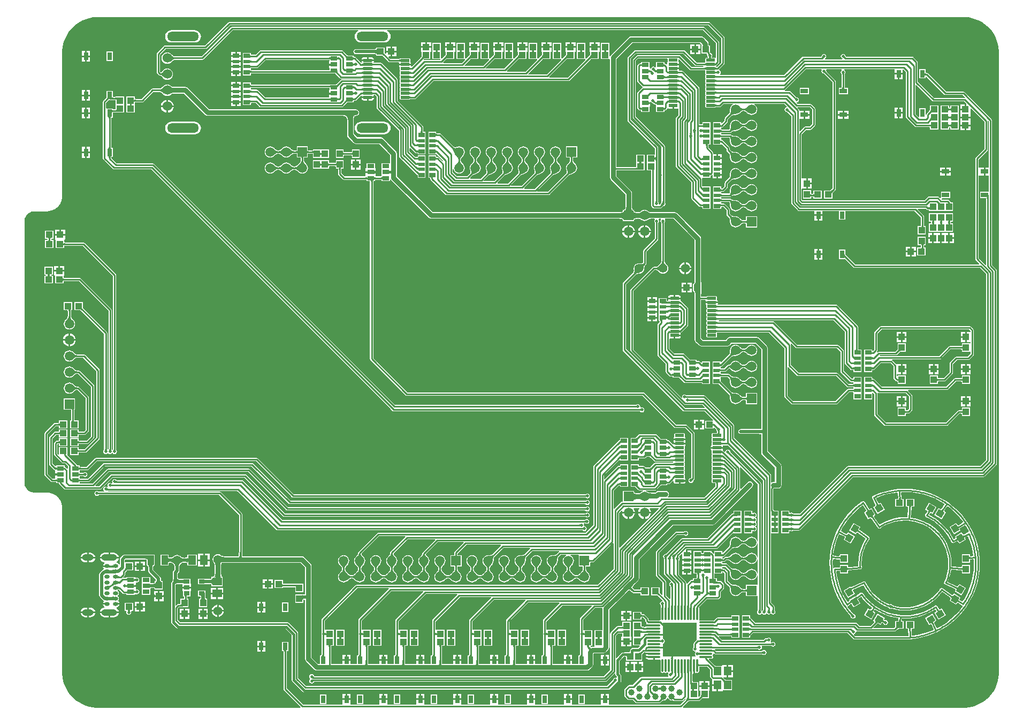
<source format=gtl>
G04*
G04 #@! TF.GenerationSoftware,Altium Limited,Altium Designer,20.0.13 (296)*
G04*
G04 Layer_Physical_Order=1*
G04 Layer_Color=255*
%FSLAX25Y25*%
%MOIN*%
G70*
G01*
G75*
%ADD10C,0.01000*%
%ADD15C,0.02000*%
%ADD17C,0.03000*%
%ADD24C,0.01181*%
%ADD27C,0.01500*%
%ADD31R,0.04331X0.02559*%
G04:AMPARAMS|DCode=32|XSize=17.72mil|YSize=55.12mil|CornerRadius=1.95mil|HoleSize=0mil|Usage=FLASHONLY|Rotation=90.000|XOffset=0mil|YOffset=0mil|HoleType=Round|Shape=RoundedRectangle|*
%AMROUNDEDRECTD32*
21,1,0.01772,0.05122,0,0,90.0*
21,1,0.01382,0.05512,0,0,90.0*
1,1,0.00390,0.02561,0.00691*
1,1,0.00390,0.02561,-0.00691*
1,1,0.00390,-0.02561,-0.00691*
1,1,0.00390,-0.02561,0.00691*
%
%ADD32ROUNDEDRECTD32*%
%ADD33R,0.03543X0.02559*%
%ADD34R,0.04331X0.03937*%
%ADD35R,0.03937X0.04331*%
%ADD36R,0.03937X0.05906*%
%ADD37R,0.05906X0.05118*%
%ADD38R,0.05118X0.05906*%
%ADD39R,0.03937X0.01968*%
%ADD40R,0.03937X0.02756*%
G04:AMPARAMS|DCode=41|XSize=43.31mil|YSize=39.37mil|CornerRadius=0mil|HoleSize=0mil|Usage=FLASHONLY|Rotation=210.000|XOffset=0mil|YOffset=0mil|HoleType=Round|Shape=Rectangle|*
%AMROTATEDRECTD41*
4,1,4,0.00891,0.02788,0.02859,-0.00622,-0.00891,-0.02788,-0.02859,0.00622,0.00891,0.02788,0.0*
%
%ADD41ROTATEDRECTD41*%

G04:AMPARAMS|DCode=42|XSize=43.31mil|YSize=39.37mil|CornerRadius=0mil|HoleSize=0mil|Usage=FLASHONLY|Rotation=240.000|XOffset=0mil|YOffset=0mil|HoleType=Round|Shape=Rectangle|*
%AMROTATEDRECTD42*
4,1,4,-0.00622,0.02859,0.02788,0.00891,0.00622,-0.02859,-0.02788,-0.00891,-0.00622,0.02859,0.0*
%
%ADD42ROTATEDRECTD42*%

G04:AMPARAMS|DCode=43|XSize=43.31mil|YSize=39.37mil|CornerRadius=0mil|HoleSize=0mil|Usage=FLASHONLY|Rotation=300.000|XOffset=0mil|YOffset=0mil|HoleType=Round|Shape=Rectangle|*
%AMROTATEDRECTD43*
4,1,4,-0.02788,0.00891,0.00622,0.02859,0.02788,-0.00891,-0.00622,-0.02859,-0.02788,0.00891,0.0*
%
%ADD43ROTATEDRECTD43*%

G04:AMPARAMS|DCode=44|XSize=43.31mil|YSize=39.37mil|CornerRadius=0mil|HoleSize=0mil|Usage=FLASHONLY|Rotation=330.000|XOffset=0mil|YOffset=0mil|HoleType=Round|Shape=Rectangle|*
%AMROTATEDRECTD44*
4,1,4,-0.02859,-0.00622,-0.00891,0.02788,0.02859,0.00622,0.00891,-0.02788,-0.02859,-0.00622,0.0*
%
%ADD44ROTATEDRECTD44*%

%ADD45C,0.03937*%
%ADD46R,0.04724X0.05512*%
%ADD47O,0.08268X0.01181*%
%ADD48O,0.01181X0.08268*%
%ADD49R,0.03000X0.04724*%
%ADD50R,0.04724X0.03000*%
%ADD51R,0.62992X0.35100*%
%ADD84O,0.03150X0.02441*%
%ADD85O,0.09843X0.03937*%
%ADD86O,0.07087X0.03937*%
%ADD87O,0.19685X0.05906*%
%ADD88R,0.05906X0.05906*%
%ADD89C,0.05906*%
%ADD90R,0.05906X0.05906*%
%ADD91C,0.05906*%
%ADD92C,0.07874*%
%ADD93C,0.05512*%
%ADD94C,0.06000*%
%ADD95C,0.01968*%
G36*
X364321Y413341D02*
X361247D01*
X361254Y413356D01*
X361260Y413402D01*
X361266Y413480D01*
X361284Y414595D01*
X361284Y414889D01*
X364284D01*
X364321Y413341D01*
D02*
G37*
G36*
X301347Y410940D02*
X301262Y410910D01*
X301187Y410859D01*
X301122Y410788D01*
X301067Y410697D01*
X301022Y410586D01*
X300987Y410454D01*
X300977Y410397D01*
X300987Y410341D01*
X301022Y410211D01*
X301067Y410101D01*
X301122Y410011D01*
X301187Y409941D01*
X301262Y409891D01*
X301347Y409861D01*
X301442Y409851D01*
X299442D01*
X299537Y409861D01*
X299622Y409891D01*
X299697Y409941D01*
X299762Y410011D01*
X299817Y410101D01*
X299862Y410211D01*
X299897Y410341D01*
X299906Y410397D01*
X299897Y410454D01*
X299862Y410586D01*
X299817Y410697D01*
X299762Y410788D01*
X299697Y410859D01*
X299622Y410910D01*
X299537Y410940D01*
X299442Y410950D01*
X301442D01*
X301347Y410940D01*
D02*
G37*
G36*
X365244Y409432D02*
X365246Y409408D01*
X365251Y409241D01*
X365253Y408646D01*
X364253D01*
X364251Y408797D01*
X364227Y409051D01*
X364207Y409154D01*
X364180Y409241D01*
X364148Y409313D01*
X364110Y409368D01*
X364066Y409408D01*
X364016Y409432D01*
X363960Y409440D01*
X365242D01*
X365244Y409432D01*
D02*
G37*
G36*
X449587Y407132D02*
X449598Y407075D01*
X449617Y407016D01*
X449644Y406955D01*
X449679Y406890D01*
X449721Y406824D01*
X449772Y406755D01*
X449830Y406683D01*
X449970Y406532D01*
X449263Y405825D01*
X449186Y405899D01*
X449041Y406024D01*
X448971Y406074D01*
X448905Y406116D01*
X448841Y406151D01*
X448779Y406178D01*
X448720Y406197D01*
X448663Y406208D01*
X448609Y406212D01*
X449583Y407186D01*
X449587Y407132D01*
D02*
G37*
G36*
X436558Y406013D02*
X436512Y406010D01*
X436461Y406000D01*
X436407Y405982D01*
X436350Y405955D01*
X436290Y405921D01*
X436226Y405878D01*
X436158Y405827D01*
X436013Y405701D01*
X435936Y405625D01*
X435229Y406332D01*
X435304Y406410D01*
X435430Y406555D01*
X435481Y406623D01*
X435524Y406686D01*
X435558Y406747D01*
X435585Y406804D01*
X435603Y406858D01*
X435614Y406908D01*
X435616Y406955D01*
X436558Y406013D01*
D02*
G37*
G36*
X366195Y406852D02*
X366163Y406804D01*
X366134Y406749D01*
X366110Y406686D01*
X366089Y406617D01*
X366072Y406539D01*
X366059Y406455D01*
X366049Y406363D01*
X366048Y406314D01*
X366062Y406151D01*
X366087Y405999D01*
X366122Y405867D01*
X366167Y405756D01*
X366222Y405665D01*
X366287Y405594D01*
X366362Y405543D01*
X366447Y405513D01*
X366542Y405503D01*
X364542D01*
X364637Y405513D01*
X364722Y405543D01*
X364797Y405594D01*
X364862Y405665D01*
X364917Y405756D01*
X364962Y405867D01*
X364997Y405999D01*
X365022Y406151D01*
X365036Y406313D01*
X365025Y406455D01*
X365012Y406539D01*
X364995Y406617D01*
X364974Y406686D01*
X364949Y406749D01*
X364921Y406804D01*
X364889Y406852D01*
X364853Y406893D01*
X366231D01*
X366195Y406852D01*
D02*
G37*
G36*
X30010Y407749D02*
X30596Y407237D01*
X30873Y407029D01*
X31139Y406853D01*
X31396Y406709D01*
X31642Y406597D01*
X31877Y406517D01*
X32102Y406469D01*
X32317Y406453D01*
Y405453D01*
X32102Y405437D01*
X31877Y405389D01*
X31642Y405309D01*
X31396Y405197D01*
X31139Y405053D01*
X30873Y404877D01*
X30596Y404669D01*
X30010Y404157D01*
X29702Y403853D01*
Y408053D01*
X30010Y407749D01*
D02*
G37*
G36*
X526868Y431329D02*
X528997Y430905D01*
X531074Y430275D01*
X533079Y429445D01*
X534994Y428421D01*
X536798Y427215D01*
X538477Y425838D01*
X540011Y424303D01*
X541389Y422625D01*
X542594Y420821D01*
X543618Y418906D01*
X544448Y416901D01*
X545079Y414823D01*
X545502Y412695D01*
X545715Y410534D01*
Y409449D01*
Y23622D01*
Y22537D01*
X545502Y20376D01*
X545079Y18247D01*
X544448Y16170D01*
X543618Y14165D01*
X542594Y12250D01*
X541389Y10446D01*
X540011Y8768D01*
X538477Y7233D01*
X536798Y5855D01*
X534994Y4650D01*
X533079Y3626D01*
X531074Y2796D01*
X528997Y2166D01*
X526868Y1742D01*
X524707Y1529D01*
X523622D01*
X348856Y1529D01*
X348649Y2029D01*
X351684Y5064D01*
X351732Y5082D01*
X351861Y5202D01*
X351979Y5297D01*
X352100Y5379D01*
X352223Y5449D01*
X352351Y5508D01*
X352482Y5556D01*
X352619Y5594D01*
X352762Y5621D01*
X352913Y5638D01*
X353089Y5644D01*
X353136Y5665D01*
X358722D01*
X359112Y5743D01*
X359443Y5964D01*
X360386Y6906D01*
X360427Y6920D01*
X360433Y6932D01*
X360445Y6936D01*
X360834Y7298D01*
X360984Y7419D01*
X361114Y7510D01*
X361144Y7527D01*
X361433D01*
X361469Y7511D01*
X361512Y7527D01*
X361557Y7514D01*
X361580Y7527D01*
X364953D01*
Y12128D01*
X365454D01*
Y14596D01*
X362288D01*
X359123D01*
Y12128D01*
X359623D01*
Y9628D01*
X359616Y9618D01*
X359623Y9585D01*
Y9570D01*
X359606Y9534D01*
X359623Y9488D01*
Y9175D01*
X359591Y9120D01*
X359505Y8998D01*
X359223Y8664D01*
X359038Y8474D01*
X358746Y8336D01*
X358261Y8606D01*
Y12465D01*
X358261D01*
Y12628D01*
X358261D01*
Y17564D01*
X354936D01*
X354933Y17566D01*
X354925Y17586D01*
X354906Y17658D01*
X354889Y17761D01*
X354877Y17894D01*
X354872Y18067D01*
X354851Y18115D01*
Y22431D01*
X354933Y22526D01*
X355122Y22640D01*
X355095Y22638D01*
X355126Y22679D01*
X355154Y22727D01*
X355178Y22783D01*
X355199Y22846D01*
X355218Y22916D01*
X355233Y22994D01*
X355253Y23171D01*
X355258Y23256D01*
X355255Y24085D01*
X355300D01*
Y27854D01*
X356300D01*
Y24085D01*
X356345D01*
X356330Y24053D01*
X356316Y24003D01*
X356304Y23935D01*
X356300Y23902D01*
Y23070D01*
X356311Y23023D01*
X356334Y22954D01*
X356361Y22893D01*
X356393Y22840D01*
X356415Y22812D01*
X356421Y22813D01*
X356947Y23164D01*
X357124Y23430D01*
X357343Y23284D01*
X357769Y23199D01*
X358194Y23284D01*
X358555Y23525D01*
X358796Y23885D01*
X358880Y24311D01*
Y26956D01*
X358882Y26957D01*
X358956Y26976D01*
X359062Y26994D01*
X359197Y27005D01*
X359372Y27010D01*
X359421Y27031D01*
X364090D01*
X365784Y25337D01*
Y20862D01*
X365862Y20472D01*
X366083Y20141D01*
X366930Y19294D01*
Y16165D01*
X370292D01*
Y15665D01*
X370792D01*
Y11909D01*
X373654D01*
Y11940D01*
X373729Y12409D01*
X379453D01*
Y18921D01*
X375777D01*
X375740Y18944D01*
X375696Y18933D01*
X375655Y18950D01*
X375585Y18921D01*
X375320D01*
X375266Y18952D01*
X375144Y19037D01*
X374809Y19320D01*
X374617Y19506D01*
X374567Y19525D01*
X373983Y20109D01*
X374175Y20571D01*
X376091D01*
Y24327D01*
Y28083D01*
X373229D01*
Y28052D01*
X373154Y27583D01*
X369477D01*
X369441Y27605D01*
X369397Y27595D01*
X369356Y27612D01*
X369286Y27583D01*
X369021D01*
X368967Y27613D01*
X368845Y27698D01*
X368510Y27981D01*
X368318Y28167D01*
X368268Y28187D01*
X364859Y31595D01*
X365050Y32057D01*
X366627D01*
X367052Y32142D01*
X367413Y32383D01*
X367654Y32744D01*
X367739Y33169D01*
X367654Y33595D01*
X367508Y33814D01*
X367448Y34154D01*
X367508Y34493D01*
X367654Y34712D01*
X367726Y35076D01*
X367936Y35201D01*
X368218Y35292D01*
X368331Y35179D01*
X368662Y34958D01*
X369052Y34880D01*
X397895D01*
X397942Y34859D01*
X398129Y34852D01*
X398189Y34846D01*
X398243Y34838D01*
X398285Y34828D01*
X398314Y34820D01*
X398329Y34814D01*
X398339Y34805D01*
X398348Y34802D01*
X398355Y34797D01*
X398372Y34794D01*
X398396Y34786D01*
X398821Y34502D01*
X399400Y34387D01*
X399979Y34502D01*
X400470Y34830D01*
X400798Y35321D01*
X400913Y35900D01*
X400798Y36479D01*
X400470Y36970D01*
X399979Y37298D01*
X399400Y37413D01*
X398821Y37298D01*
X398396Y37014D01*
X398372Y37006D01*
X398355Y37003D01*
X398348Y36998D01*
X398339Y36995D01*
X398329Y36986D01*
X398314Y36980D01*
X398285Y36972D01*
X398243Y36962D01*
X398196Y36955D01*
X398042Y36943D01*
X397952Y36941D01*
X397903Y36920D01*
X369474D01*
X368839Y37555D01*
X369046Y38055D01*
X394995D01*
X395042Y38034D01*
X395229Y38027D01*
X395289Y38021D01*
X395343Y38012D01*
X395385Y38003D01*
X395414Y37995D01*
X395429Y37989D01*
X395439Y37980D01*
X395448Y37977D01*
X395455Y37972D01*
X395472Y37969D01*
X395496Y37960D01*
X395921Y37677D01*
X396500Y37561D01*
X397079Y37677D01*
X397570Y38005D01*
X397898Y38496D01*
X398013Y39075D01*
X397913Y39580D01*
X398105Y40040D01*
X398126Y40080D01*
X403395D01*
X403442Y40059D01*
X403629Y40052D01*
X403689Y40046D01*
X403743Y40038D01*
X403785Y40028D01*
X403814Y40020D01*
X403829Y40014D01*
X403839Y40005D01*
X403848Y40002D01*
X403855Y39997D01*
X403872Y39994D01*
X403896Y39986D01*
X404321Y39702D01*
X404900Y39587D01*
X405479Y39702D01*
X405970Y40030D01*
X406298Y40521D01*
X406413Y41100D01*
X406298Y41679D01*
X405970Y42170D01*
X405479Y42498D01*
X404900Y42613D01*
X404321Y42498D01*
X403896Y42214D01*
X403872Y42206D01*
X403855Y42203D01*
X403764Y42207D01*
X403705Y42217D01*
X403578Y42259D01*
X403547Y42296D01*
X403387Y42805D01*
X403598Y43121D01*
X403713Y43700D01*
X403598Y44279D01*
X403270Y44770D01*
X402779Y45098D01*
X402200Y45213D01*
X401621Y45098D01*
X401196Y44814D01*
X401172Y44806D01*
X401155Y44803D01*
X401148Y44798D01*
X401139Y44795D01*
X401129Y44786D01*
X401114Y44780D01*
X401085Y44772D01*
X401043Y44762D01*
X400996Y44755D01*
X400842Y44743D01*
X400752Y44741D01*
X400703Y44720D01*
X400400D01*
X400010Y44642D01*
X399679Y44421D01*
X398978Y43720D01*
X372991D01*
X371033Y45677D01*
X371240Y46177D01*
X378435D01*
X378483Y46156D01*
X378659Y46151D01*
X378794Y46139D01*
X378899Y46122D01*
X378973Y46102D01*
X378985Y46098D01*
Y45004D01*
X383922D01*
Y48760D01*
X383922D01*
X383922Y48941D01*
X383922Y49260D01*
Y51909D01*
X383922D01*
Y52091D01*
X383922D01*
Y54740D01*
X383922Y55240D01*
X383922D01*
Y58996D01*
X378985D01*
Y57745D01*
X378971Y57740D01*
X378898Y57720D01*
X378793Y57703D01*
X378658Y57691D01*
X378483Y57687D01*
X378435Y57665D01*
X370280D01*
X369890Y57588D01*
X369559Y57367D01*
X368035Y55842D01*
X367976D01*
X367926Y55864D01*
X367286Y55871D01*
X367021Y55884D01*
X366996Y55887D01*
X366973Y55891D01*
X366922Y55880D01*
X366852Y55909D01*
X366821Y55896D01*
X366627Y55935D01*
X359540D01*
X359195Y55866D01*
X358977Y56031D01*
X358812Y56249D01*
X358880Y56594D01*
Y63681D01*
X358816Y64006D01*
X363786Y68976D01*
X370479D01*
X370870Y69054D01*
X371200Y69275D01*
X371975Y70050D01*
X372196Y70380D01*
X372274Y70771D01*
Y73534D01*
X374140Y75400D01*
X374361Y75731D01*
X374439Y76121D01*
Y77947D01*
X374361Y78337D01*
X374140Y78668D01*
X372530Y80278D01*
X372199Y80499D01*
X371809Y80576D01*
X370482D01*
X370434Y80598D01*
X370261Y80602D01*
X370128Y80614D01*
X370025Y80631D01*
X369953Y80650D01*
X369933Y80659D01*
X369932Y80662D01*
Y82116D01*
X368541D01*
X368536Y82128D01*
X368516Y82201D01*
X368499Y82307D01*
X368487Y82442D01*
X368483Y82618D01*
X368461Y82666D01*
Y85018D01*
X373310D01*
Y86041D01*
X373312Y86045D01*
X373332Y86053D01*
X373403Y86072D01*
X373507Y86089D01*
X373639Y86101D01*
X373813Y86105D01*
X373845Y86120D01*
X374804Y85161D01*
Y80272D01*
X374882Y79881D01*
X375103Y79550D01*
X377511Y77142D01*
X377525Y77100D01*
X377641Y76966D01*
X377727Y76832D01*
X377810Y76665D01*
X377887Y76463D01*
X377954Y76226D01*
X378010Y75954D01*
X378053Y75653D01*
X378102Y74929D01*
X378105Y74521D01*
X378117Y74494D01*
X378235Y73595D01*
X378583Y72755D01*
X379137Y72034D01*
X379858Y71480D01*
X380698Y71132D01*
X381599Y71013D01*
X382501Y71132D01*
X383341Y71480D01*
X384060Y72032D01*
X384088Y72044D01*
X384378Y72330D01*
X384925Y72807D01*
X385168Y72989D01*
X385400Y73141D01*
X385615Y73262D01*
X385812Y73351D01*
X385989Y73410D01*
X386145Y73443D01*
X386321Y73456D01*
X386361Y73476D01*
X387596D01*
X387644Y73455D01*
X387820Y73450D01*
X387955Y73439D01*
X388061Y73421D01*
X388135Y73402D01*
X388146Y73397D01*
Y71043D01*
X395011D01*
X395052Y71043D01*
X395511Y70945D01*
Y62505D01*
X395490Y62458D01*
X395483Y62271D01*
X395477Y62211D01*
X395469Y62157D01*
X395459Y62115D01*
X395451Y62086D01*
X395445Y62071D01*
X395436Y62061D01*
X395433Y62052D01*
X395428Y62045D01*
X395425Y62028D01*
X395416Y62004D01*
X395133Y61579D01*
X395018Y61000D01*
X395133Y60421D01*
X395461Y59930D01*
X395952Y59602D01*
X396531Y59487D01*
X397110Y59602D01*
X397601Y59930D01*
X397715Y60100D01*
X398316D01*
X398430Y59930D01*
X398921Y59602D01*
X399500Y59487D01*
X400079Y59602D01*
X400570Y59930D01*
X400637Y60030D01*
X401130D01*
X401621Y59702D01*
X402200Y59587D01*
X402779Y59702D01*
X403270Y60030D01*
X403300Y60075D01*
X403800D01*
X403830Y60030D01*
X404321Y59702D01*
X404900Y59587D01*
X405479Y59702D01*
X405970Y60030D01*
X406298Y60521D01*
X406413Y61100D01*
X406298Y61679D01*
X406014Y62104D01*
X406006Y62128D01*
X406003Y62145D01*
X405998Y62152D01*
X405995Y62161D01*
X405986Y62171D01*
X405980Y62186D01*
X405972Y62215D01*
X405962Y62257D01*
X405955Y62304D01*
X405943Y62458D01*
X405941Y62548D01*
X405920Y62597D01*
Y64401D01*
X405842Y64791D01*
X405621Y65122D01*
X403603Y67140D01*
Y110204D01*
X408422D01*
Y113960D01*
X408422D01*
X408422Y114141D01*
X408422D01*
Y117109D01*
X408422D01*
Y117291D01*
X408422D01*
Y120259D01*
X408422D01*
X408422Y120440D01*
X408422D01*
Y124196D01*
X406251D01*
X406217Y124212D01*
X406107Y124219D01*
X406022Y124232D01*
X405933Y124256D01*
X405839Y124290D01*
X405739Y124336D01*
X405634Y124395D01*
X405524Y124468D01*
X405409Y124555D01*
X405290Y124657D01*
X405158Y124783D01*
X405108Y124802D01*
X405103Y124807D01*
Y137633D01*
X405431Y137961D01*
X408200D01*
X408980Y138116D01*
X409642Y138558D01*
X410084Y139220D01*
X410239Y140000D01*
Y152022D01*
X410237Y152036D01*
X410239Y152049D01*
X410159Y152426D01*
X410084Y152802D01*
X410076Y152814D01*
X410073Y152828D01*
X409856Y153144D01*
X409642Y153464D01*
X409630Y153472D01*
X409622Y153483D01*
X401638Y161257D01*
Y173496D01*
Y225496D01*
X401638Y225496D01*
X401483Y226276D01*
X401041Y226938D01*
X401041Y226938D01*
X396241Y231738D01*
X395580Y232180D01*
X394799Y232335D01*
X378178D01*
X378178Y232335D01*
X377398Y232180D01*
X376736Y231738D01*
X376736Y231738D01*
X375573Y230574D01*
X361247D01*
X360181Y231641D01*
Y255392D01*
X362723D01*
X362881Y255218D01*
X363025Y254994D01*
X363041Y254868D01*
X362977Y254544D01*
Y254353D01*
X366756D01*
X370535D01*
Y254544D01*
X370443Y255010D01*
X370178Y255405D01*
X369988Y255532D01*
X370025Y255721D01*
Y257103D01*
X369971Y257374D01*
X369818Y257604D01*
X369588Y257757D01*
X369317Y257811D01*
X364195D01*
X364056Y257784D01*
X364055Y257784D01*
X364052Y257783D01*
X363938Y257760D01*
X363908Y257764D01*
X363800Y257678D01*
X363672Y257625D01*
X363644Y257556D01*
X363639Y257553D01*
X363618Y257543D01*
X363607Y257530D01*
X363599Y257526D01*
X363559Y257511D01*
X363492Y257494D01*
X363408Y257479D01*
X363145Y257456D01*
X362987Y257453D01*
X362937Y257431D01*
X360181D01*
Y258125D01*
X360183Y258130D01*
X360210Y259647D01*
X360256Y260338D01*
X360285Y260577D01*
X360294Y260628D01*
X360454Y260628D01*
X360458Y260979D01*
X360454Y261033D01*
X360454Y261069D01*
X360483Y261139D01*
X360454Y261210D01*
Y264982D01*
X360483Y265053D01*
X360454Y265123D01*
X360454Y265160D01*
X360458Y265213D01*
X360454Y265564D01*
X360315D01*
X360186Y267502D01*
X360183Y268055D01*
X360181Y268060D01*
Y293596D01*
X360181Y293596D01*
X360026Y294376D01*
X359584Y295038D01*
X359584Y295038D01*
X345184Y309438D01*
X344522Y309880D01*
X343742Y310035D01*
X329280D01*
X329277Y310037D01*
X328678Y310059D01*
X328434Y310084D01*
X328212Y310119D01*
X328015Y310162D01*
X327847Y310212D01*
X327705Y310268D01*
X327591Y310326D01*
X327503Y310385D01*
X327409Y310469D01*
X327377Y310480D01*
X326683Y311012D01*
X325843Y311360D01*
X324942Y311478D01*
X324040Y311360D01*
X323200Y311012D01*
X322507Y310480D01*
X322475Y310469D01*
X322380Y310385D01*
X322292Y310326D01*
X322178Y310268D01*
X322037Y310212D01*
X321868Y310162D01*
X321672Y310119D01*
X321455Y310085D01*
X320920Y310043D01*
X320779Y310040D01*
X320342Y310051D01*
X319868Y310091D01*
X319463Y310156D01*
X319130Y310242D01*
X318870Y310344D01*
X318683Y310454D01*
X318561Y310563D01*
X318487Y310670D01*
X318443Y310788D01*
X318421Y310996D01*
X318394Y311043D01*
Y311449D01*
X317992D01*
X317947Y311474D01*
X317766Y311496D01*
X317675Y311532D01*
X317586Y311599D01*
X317488Y311719D01*
X317386Y311908D01*
X317291Y312172D01*
X317211Y312509D01*
X317151Y312917D01*
X317114Y313394D01*
X317101Y313949D01*
X317099Y313953D01*
Y322075D01*
X316944Y322856D01*
X316502Y323517D01*
X307481Y332538D01*
Y336056D01*
X318985D01*
X319036Y336034D01*
X319530Y336028D01*
Y336028D01*
X319944Y336014D01*
X319977Y336024D01*
X320038Y335998D01*
X320089Y336019D01*
X320144Y336008D01*
X320173Y336028D01*
X324861D01*
Y340928D01*
Y345865D01*
X319530D01*
Y340928D01*
Y338175D01*
X319516Y338170D01*
X319442Y338150D01*
X319337Y338133D01*
X319203Y338121D01*
X319028Y338116D01*
X318980Y338095D01*
X307481D01*
Y405497D01*
X317341Y415357D01*
X359433D01*
X360425Y414364D01*
X360423Y413865D01*
X360423D01*
Y408927D01*
X363695D01*
X363710Y408767D01*
X363712Y408636D01*
X363756Y408537D01*
X363812Y408256D01*
X364033Y407925D01*
X364084Y407874D01*
X364028Y407596D01*
X364144Y407017D01*
X364427Y406592D01*
X364436Y406568D01*
X364439Y406551D01*
X364444Y406544D01*
X364447Y406535D01*
X364456Y406525D01*
X364461Y406510D01*
X364452Y406450D01*
X364329Y406238D01*
X364312Y406216D01*
X364122Y406025D01*
X363395D01*
X363124Y405971D01*
X362894Y405818D01*
X362740Y405588D01*
X362686Y405317D01*
Y403935D01*
X362740Y403664D01*
X362753Y403586D01*
X362754Y403577D01*
X362741Y403494D01*
X362703Y403389D01*
X362523Y403126D01*
X362345Y403111D01*
X362187Y403108D01*
X362138Y403087D01*
X357393D01*
X349863Y410617D01*
X349532Y410838D01*
X349142Y410916D01*
X319299D01*
X318909Y410838D01*
X318578Y410617D01*
X314721Y406760D01*
X314500Y406429D01*
X314422Y406039D01*
Y367186D01*
X314500Y366796D01*
X314721Y366465D01*
X331322Y349864D01*
Y345865D01*
X326223D01*
Y340928D01*
Y336028D01*
X329088D01*
X329094Y336014D01*
X329114Y335940D01*
X329131Y335835D01*
X329143Y335701D01*
X329147Y335525D01*
X329169Y335477D01*
Y314090D01*
X329246Y313699D01*
X329467Y313369D01*
X330145Y312691D01*
X330476Y312470D01*
X330866Y312392D01*
X334595D01*
X334986Y312470D01*
X335316Y312691D01*
X336014Y313388D01*
X336055Y313401D01*
X336060Y313412D01*
X336071Y313416D01*
X336208Y313542D01*
X336252Y313577D01*
X336293Y313606D01*
X336326Y313626D01*
X336349Y313638D01*
X336354Y313640D01*
X336362Y313640D01*
X336371Y313643D01*
X336383Y313645D01*
X336402Y313656D01*
X336403Y313656D01*
X336442Y313649D01*
X337021Y313764D01*
X337512Y314092D01*
X337840Y314583D01*
X337955Y315162D01*
X337840Y315741D01*
X337647Y316030D01*
X337630Y316095D01*
X337628Y316112D01*
X337625Y316118D01*
X337622Y316126D01*
X337613Y316139D01*
X337611Y316143D01*
X337604Y316165D01*
X337595Y316200D01*
X337586Y316247D01*
X337579Y316300D01*
X337568Y316460D01*
X337567Y316553D01*
X337546Y316603D01*
Y350933D01*
X337468Y351323D01*
X337247Y351654D01*
X319461Y369440D01*
Y404374D01*
X320964Y405876D01*
X339103D01*
X339187Y405817D01*
X339470Y405376D01*
X339458Y405317D01*
Y403935D01*
X339495Y403747D01*
X339305Y403619D01*
X339041Y403224D01*
X338948Y402758D01*
Y402160D01*
X338486Y401969D01*
X338238Y402217D01*
X337908Y402438D01*
X337632Y402493D01*
X337534Y402537D01*
X337332Y402543D01*
Y403416D01*
X332001D01*
Y400283D01*
X331501Y400131D01*
X331408Y400270D01*
X330917Y400598D01*
X330338Y400713D01*
X329759Y400598D01*
X329268Y400270D01*
X328940Y399779D01*
X328883Y399490D01*
X328383Y399539D01*
Y400176D01*
X327883D01*
Y403416D01*
X322552D01*
Y402732D01*
X322546Y402729D01*
X322473Y402710D01*
X322368Y402693D01*
X322235Y402682D01*
X322061Y402677D01*
X321962Y402633D01*
X321684Y402578D01*
X321354Y402357D01*
X320721Y401724D01*
X320500Y401394D01*
X320422Y401003D01*
Y391713D01*
X320500Y391322D01*
X320721Y390992D01*
X323357Y388355D01*
X323639Y388167D01*
X323657Y387947D01*
X323607Y387641D01*
X323297Y387434D01*
X320721Y384857D01*
X320500Y384526D01*
X320422Y384136D01*
Y375129D01*
X320500Y374739D01*
X320721Y374408D01*
X321354Y373775D01*
X321684Y373554D01*
X321962Y373499D01*
X322061Y373455D01*
X322235Y373450D01*
X322368Y373439D01*
X322473Y373422D01*
X322546Y373403D01*
X322552Y373400D01*
Y372476D01*
X327883D01*
Y375716D01*
X328383D01*
Y377297D01*
X328271Y377417D01*
X328349Y377495D01*
X328181Y377491D01*
X328011Y377476D01*
X327861Y377451D01*
X327731Y377416D01*
X327621Y377371D01*
X327531Y377316D01*
X327461Y377251D01*
X327411Y377176D01*
X327381Y377091D01*
X327371Y376996D01*
Y377496D01*
X325217D01*
Y378496D01*
X327371D01*
Y378996D01*
X327381Y378901D01*
X327411Y378816D01*
X327461Y378741D01*
X327531Y378676D01*
X327621Y378621D01*
X327731Y378576D01*
X327861Y378541D01*
X328011Y378516D01*
X328181Y378501D01*
X328371Y378496D01*
Y378496D01*
X328435D01*
X328883Y378632D01*
X329118Y378279D01*
X329609Y377951D01*
X330110Y377852D01*
X330133Y377841D01*
X330147Y377831D01*
X330156Y377829D01*
X330164Y377825D01*
X330177Y377824D01*
X330192Y377818D01*
X330219Y377803D01*
X330255Y377780D01*
X330294Y377752D01*
X330411Y377652D01*
X330476Y377590D01*
X330526Y377570D01*
X330821Y377275D01*
X331152Y377054D01*
X331430Y376999D01*
X331528Y376955D01*
X331699Y376951D01*
X331830Y376940D01*
X331933Y376923D01*
X332001Y376906D01*
Y376217D01*
X332001D01*
Y376035D01*
X332001D01*
Y372476D01*
X337332D01*
Y373348D01*
X337408Y373353D01*
X337525Y373355D01*
X337625Y373398D01*
X337908Y373454D01*
X338238Y373675D01*
X338824Y374261D01*
X339022Y374557D01*
X339050Y374593D01*
X339584Y374738D01*
X339700Y374660D01*
X340166Y374567D01*
X342228D01*
Y376476D01*
X343228D01*
Y374567D01*
X345289D01*
X345522Y374614D01*
X346022Y374283D01*
Y370527D01*
X344689Y369193D01*
X344468Y368863D01*
X344390Y368472D01*
Y338728D01*
X344468Y338338D01*
X344689Y338007D01*
X354122Y328574D01*
Y318852D01*
X354200Y318462D01*
X354421Y318131D01*
X358976Y313576D01*
X359307Y313355D01*
X359697Y313277D01*
X360476D01*
X360525Y313256D01*
X360700Y313251D01*
X360834Y313239D01*
X360940Y313222D01*
X361013Y313203D01*
X361027Y313197D01*
Y312000D01*
X365964D01*
Y315437D01*
X365964Y315756D01*
X365964D01*
X365964Y315937D01*
X365964D01*
Y318586D01*
X365964Y318905D01*
X365964D01*
Y319087D01*
X365964D01*
Y322055D01*
X365964Y322055D01*
X365964Y322236D01*
X365964D01*
X365964Y322555D01*
Y325992D01*
X361593D01*
X361583Y325996D01*
X361570Y325992D01*
X361566D01*
X361553Y325997D01*
X361540Y325992D01*
X361031D01*
X360761Y326261D01*
Y330760D01*
X360684Y331150D01*
X361051Y331500D01*
X365964D01*
Y332757D01*
X366060Y332798D01*
X366346Y332855D01*
X366677Y333076D01*
X366758Y333157D01*
X367220Y332965D01*
Y331000D01*
X369688D01*
Y333378D01*
X370188D01*
Y333878D01*
X373157D01*
Y334937D01*
Y336421D01*
X370188D01*
Y337421D01*
X373157D01*
Y338087D01*
Y339571D01*
X370188D01*
Y340571D01*
X373157D01*
Y341236D01*
Y343114D01*
X370188D01*
Y343614D01*
X369688D01*
Y345992D01*
X367776D01*
Y346867D01*
X367698Y347257D01*
X367477Y347588D01*
X364561Y350503D01*
Y351450D01*
X364583Y351498D01*
X364587Y351674D01*
X364599Y351809D01*
X364616Y351914D01*
X364636Y351988D01*
X364641Y352000D01*
X365964D01*
Y355756D01*
X365964D01*
X365964Y355937D01*
X365964D01*
Y358587D01*
X365964Y358905D01*
X365964D01*
Y359086D01*
X365964D01*
Y361736D01*
X365964Y362236D01*
X365964D01*
Y365992D01*
X361027D01*
Y364795D01*
X361013Y364790D01*
X360940Y364770D01*
X360834Y364753D01*
X360700Y364741D01*
X360525Y364736D01*
X360476Y364715D01*
X359177D01*
Y386980D01*
X359100Y387370D01*
X358878Y387701D01*
X348910Y397670D01*
X348579Y397891D01*
X348189Y397968D01*
X346760D01*
X346603Y398142D01*
X346459Y398367D01*
X346442Y398493D01*
X346507Y398817D01*
Y399008D01*
X342728D01*
Y400008D01*
X346507D01*
Y400199D01*
X346414Y400665D01*
X346332Y400787D01*
X346414Y400910D01*
X346507Y401376D01*
Y401567D01*
X342728D01*
Y402567D01*
X346507D01*
Y402758D01*
X346414Y403224D01*
X346150Y403619D01*
X345960Y403747D01*
X345997Y403935D01*
Y404992D01*
X346497Y405199D01*
X352909Y398787D01*
X353240Y398566D01*
X353630Y398488D01*
X362130D01*
X362176Y398467D01*
X362493Y398455D01*
X362526Y398451D01*
X362691Y398208D01*
X362743Y398074D01*
X362754Y397998D01*
X362753Y397989D01*
X362740Y397911D01*
X362686Y397640D01*
Y396258D01*
X362740Y395987D01*
X362861Y395669D01*
X362740Y395352D01*
X362686Y395081D01*
Y393699D01*
X362740Y393428D01*
X362861Y393110D01*
X362740Y392793D01*
X362686Y392522D01*
Y391140D01*
X362740Y390869D01*
X362861Y390551D01*
X362740Y390234D01*
X362686Y389963D01*
Y388581D01*
X362740Y388310D01*
X362861Y387992D01*
X362740Y387675D01*
X362686Y387403D01*
Y386022D01*
X362740Y385751D01*
X362861Y385433D01*
X362740Y385116D01*
X362686Y384844D01*
Y383463D01*
X362740Y383191D01*
X362861Y382874D01*
X362740Y382557D01*
X362686Y382285D01*
Y380904D01*
X362740Y380632D01*
X362861Y380315D01*
X362740Y379997D01*
X362686Y379726D01*
Y378344D01*
X362740Y378073D01*
X362861Y377756D01*
X362740Y377438D01*
X362686Y377167D01*
Y375785D01*
X362740Y375514D01*
X362894Y375285D01*
X363124Y375131D01*
X363395Y375077D01*
X368517D01*
X368656Y375105D01*
X368657Y375104D01*
X368659Y375105D01*
X368774Y375128D01*
X368804Y375125D01*
X368912Y375210D01*
X369040Y375263D01*
X369068Y375332D01*
X369073Y375335D01*
X369093Y375345D01*
X369105Y375358D01*
X369112Y375362D01*
X369153Y375377D01*
X369220Y375395D01*
X369304Y375410D01*
X369567Y375432D01*
X369725Y375435D01*
X369774Y375457D01*
X371541D01*
X371931Y375534D01*
X372262Y375755D01*
X374083Y377576D01*
X379913D01*
X380013Y377076D01*
X379857Y377012D01*
X379136Y376459D01*
X378583Y375737D01*
X378235Y374897D01*
X378116Y373997D01*
X378105Y373970D01*
X378102Y373562D01*
X378053Y372838D01*
X378010Y372538D01*
X377953Y372266D01*
X377886Y372028D01*
X377810Y371826D01*
X377727Y371659D01*
X377640Y371526D01*
X377525Y371392D01*
X377511Y371350D01*
X375078Y368917D01*
X374857Y368586D01*
X374780Y368196D01*
Y367060D01*
X373119Y365399D01*
X372657Y365591D01*
Y365992D01*
X367720D01*
Y362555D01*
X367720Y362236D01*
X367720Y361736D01*
Y359405D01*
X367720Y359086D01*
X367720Y358587D01*
Y356256D01*
X367720Y355937D01*
X367720Y355437D01*
Y352000D01*
X372657D01*
Y352132D01*
X373119Y352323D01*
X375884Y349557D01*
Y348691D01*
X375962Y348301D01*
X376183Y347970D01*
X377511Y346642D01*
X377525Y346600D01*
X377640Y346466D01*
X377727Y346333D01*
X377810Y346166D01*
X377886Y345964D01*
X377953Y345726D01*
X378009Y345454D01*
X378053Y345154D01*
X378102Y344430D01*
X378105Y344022D01*
X378116Y343995D01*
X378235Y343095D01*
X378583Y342255D01*
X379136Y341533D01*
X379857Y340980D01*
X380697Y340632D01*
X381598Y340513D01*
X382500Y340632D01*
X383340Y340980D01*
X384060Y341532D01*
X384087Y341544D01*
X384377Y341830D01*
X384924Y342307D01*
X385167Y342489D01*
X385399Y342641D01*
X385615Y342762D01*
X385812Y342851D01*
X385988Y342910D01*
X386144Y342943D01*
X386320Y342956D01*
X386360Y342976D01*
X386837D01*
X386877Y342956D01*
X387053Y342943D01*
X387209Y342910D01*
X387385Y342851D01*
X387582Y342762D01*
X387797Y342641D01*
X388030Y342489D01*
X388273Y342307D01*
X388819Y341830D01*
X389110Y341544D01*
X389137Y341532D01*
X389857Y340980D01*
X390697Y340632D01*
X391598Y340513D01*
X392500Y340632D01*
X393340Y340980D01*
X394061Y341533D01*
X394614Y342255D01*
X394962Y343095D01*
X395081Y343996D01*
X394962Y344897D01*
X394614Y345737D01*
X394061Y346459D01*
X393340Y347012D01*
X392500Y347360D01*
X391598Y347479D01*
X390697Y347360D01*
X389857Y347012D01*
X389137Y346460D01*
X389110Y346448D01*
X388819Y346162D01*
X388273Y345685D01*
X388030Y345503D01*
X387798Y345351D01*
X387582Y345230D01*
X387385Y345141D01*
X387209Y345082D01*
X387053Y345049D01*
X386877Y345036D01*
X386837Y345016D01*
X386360D01*
X386320Y345036D01*
X386144Y345049D01*
X385988Y345082D01*
X385812Y345141D01*
X385615Y345230D01*
X385399Y345351D01*
X385167Y345503D01*
X384924Y345685D01*
X384377Y346162D01*
X384087Y346448D01*
X384060Y346460D01*
X383340Y347012D01*
X382500Y347360D01*
X381601Y347478D01*
X381574Y347490D01*
X381166Y347493D01*
X380441Y347542D01*
X380141Y347586D01*
X379869Y347642D01*
X379632Y347709D01*
X379430Y347785D01*
X379262Y347868D01*
X379129Y347955D01*
X378995Y348070D01*
X378953Y348084D01*
X377923Y349114D01*
Y349980D01*
X377846Y350370D01*
X377625Y350701D01*
X373358Y354967D01*
X373028Y355188D01*
X372657Y355262D01*
X372657Y355756D01*
X372657Y356304D01*
X372661Y356306D01*
X372738Y356324D01*
X372846Y356340D01*
X372982Y356351D01*
X373157Y356355D01*
X373206Y356376D01*
X377699D01*
X377727Y356333D01*
X377810Y356166D01*
X377886Y355964D01*
X377953Y355726D01*
X378009Y355454D01*
X378053Y355154D01*
X378102Y354430D01*
X378105Y354022D01*
X378116Y353995D01*
X378235Y353095D01*
X378583Y352255D01*
X379136Y351534D01*
X379857Y350980D01*
X380697Y350632D01*
X381598Y350514D01*
X382500Y350632D01*
X383340Y350980D01*
X384060Y351533D01*
X384087Y351543D01*
X384377Y351830D01*
X384924Y352307D01*
X385167Y352489D01*
X385399Y352641D01*
X385615Y352762D01*
X385811Y352851D01*
X385988Y352910D01*
X386144Y352943D01*
X386320Y352956D01*
X386360Y352976D01*
X386837D01*
X386877Y352956D01*
X387053Y352943D01*
X387209Y352910D01*
X387385Y352851D01*
X387582Y352762D01*
X387797Y352641D01*
X388030Y352489D01*
X388273Y352307D01*
X388819Y351830D01*
X389110Y351543D01*
X389137Y351533D01*
X389857Y350980D01*
X390697Y350632D01*
X391598Y350514D01*
X392500Y350632D01*
X393340Y350980D01*
X394061Y351534D01*
X394614Y352255D01*
X394962Y353095D01*
X395081Y353996D01*
X394962Y354897D01*
X394614Y355737D01*
X394061Y356458D01*
X393340Y357012D01*
X392500Y357360D01*
X391598Y357478D01*
X390697Y357360D01*
X389857Y357012D01*
X389137Y356459D01*
X389110Y356449D01*
X388819Y356162D01*
X388273Y355685D01*
X388030Y355503D01*
X387797Y355351D01*
X387582Y355230D01*
X387385Y355141D01*
X387209Y355082D01*
X387053Y355049D01*
X386877Y355036D01*
X386837Y355016D01*
X386360D01*
X386320Y355036D01*
X386144Y355049D01*
X385988Y355082D01*
X385811Y355141D01*
X385615Y355230D01*
X385399Y355351D01*
X385167Y355503D01*
X384924Y355685D01*
X384377Y356162D01*
X384087Y356448D01*
X384060Y356459D01*
X383340Y357012D01*
X382500Y357360D01*
X381601Y357478D01*
X381574Y357490D01*
X381166Y357493D01*
X380441Y357542D01*
X380141Y357585D01*
X379869Y357642D01*
X379632Y357709D01*
X379430Y357785D01*
X379262Y357868D01*
X379129Y357955D01*
X378995Y358070D01*
X378953Y358084D01*
X378920Y358117D01*
X378589Y358338D01*
X378199Y358416D01*
X373207D01*
X373159Y358437D01*
X372986Y358441D01*
X372853Y358453D01*
X372749Y358470D01*
X372677Y358490D01*
X372657Y358498D01*
X372657Y358499D01*
X372657Y358905D01*
X372657Y359453D01*
X372661Y359455D01*
X372738Y359474D01*
X372846Y359490D01*
X372982Y359500D01*
X373157Y359505D01*
X373206Y359526D01*
X378149D01*
X378539Y359604D01*
X378870Y359825D01*
X378953Y359908D01*
X378995Y359922D01*
X379129Y360037D01*
X379262Y360124D01*
X379430Y360207D01*
X379632Y360283D01*
X379869Y360350D01*
X380141Y360406D01*
X380441Y360450D01*
X381166Y360499D01*
X381574Y360502D01*
X381601Y360514D01*
X382500Y360632D01*
X383340Y360980D01*
X384060Y361532D01*
X384087Y361543D01*
X384377Y361830D01*
X384924Y362307D01*
X385167Y362489D01*
X385399Y362641D01*
X385615Y362762D01*
X385811Y362851D01*
X385988Y362910D01*
X386144Y362943D01*
X386320Y362956D01*
X386360Y362976D01*
X386837D01*
X386877Y362956D01*
X387053Y362943D01*
X387209Y362910D01*
X387385Y362851D01*
X387582Y362762D01*
X387797Y362641D01*
X388030Y362489D01*
X388273Y362307D01*
X388819Y361830D01*
X389110Y361543D01*
X389137Y361532D01*
X389857Y360980D01*
X390697Y360632D01*
X391598Y360513D01*
X392500Y360632D01*
X393340Y360980D01*
X394061Y361533D01*
X394614Y362255D01*
X394962Y363095D01*
X395081Y363996D01*
X394962Y364897D01*
X394614Y365737D01*
X394061Y366459D01*
X393340Y367012D01*
X392500Y367360D01*
X391598Y367478D01*
X390697Y367360D01*
X389857Y367012D01*
X389137Y366459D01*
X389110Y366448D01*
X388819Y366162D01*
X388273Y365685D01*
X388030Y365503D01*
X387797Y365351D01*
X387582Y365230D01*
X387385Y365141D01*
X387209Y365082D01*
X387053Y365049D01*
X386877Y365036D01*
X386837Y365016D01*
X386360D01*
X386320Y365036D01*
X386144Y365049D01*
X385988Y365082D01*
X385811Y365141D01*
X385615Y365230D01*
X385399Y365351D01*
X385167Y365503D01*
X384924Y365685D01*
X384377Y366162D01*
X384087Y366448D01*
X384060Y366459D01*
X383340Y367012D01*
X382500Y367360D01*
X381598Y367478D01*
X380697Y367360D01*
X379857Y367012D01*
X379136Y366459D01*
X378583Y365737D01*
X378235Y364897D01*
X378116Y363997D01*
X378105Y363970D01*
X378102Y363562D01*
X378053Y362838D01*
X378010Y362538D01*
X377953Y362266D01*
X377886Y362028D01*
X377810Y361826D01*
X377727Y361659D01*
X377666Y361565D01*
X373207D01*
X373159Y361587D01*
X372986Y361591D01*
X372853Y361603D01*
X372749Y361620D01*
X372677Y361639D01*
X372657Y361648D01*
X372657Y361648D01*
X372657Y362055D01*
X372657Y362646D01*
X372746Y362652D01*
X372865Y362654D01*
X372964Y362697D01*
X373247Y362753D01*
X373577Y362974D01*
X376520Y365917D01*
X376741Y366248D01*
X376819Y366638D01*
Y367774D01*
X378953Y369908D01*
X378995Y369922D01*
X379129Y370037D01*
X379262Y370124D01*
X379430Y370207D01*
X379632Y370283D01*
X379869Y370350D01*
X380141Y370407D01*
X380441Y370450D01*
X381166Y370499D01*
X381574Y370502D01*
X381601Y370514D01*
X382500Y370632D01*
X383340Y370980D01*
X384060Y371533D01*
X384087Y371544D01*
X384377Y371830D01*
X384924Y372307D01*
X385167Y372489D01*
X385399Y372641D01*
X385615Y372762D01*
X385811Y372851D01*
X385988Y372910D01*
X386144Y372943D01*
X386320Y372956D01*
X386360Y372976D01*
X386837D01*
X386877Y372956D01*
X387053Y372943D01*
X387209Y372910D01*
X387385Y372851D01*
X387582Y372762D01*
X387797Y372641D01*
X388030Y372489D01*
X388273Y372307D01*
X388819Y371830D01*
X389110Y371544D01*
X389137Y371533D01*
X389857Y370980D01*
X390697Y370632D01*
X391598Y370514D01*
X392500Y370632D01*
X393340Y370980D01*
X394061Y371533D01*
X394614Y372255D01*
X394962Y373095D01*
X395081Y373996D01*
X394962Y374897D01*
X394614Y375737D01*
X394061Y376459D01*
X393340Y377012D01*
X393184Y377076D01*
X393284Y377576D01*
X412042D01*
X413728Y375890D01*
X413718Y375786D01*
X413531Y375379D01*
X413099Y375293D01*
X412608Y374965D01*
X412280Y374474D01*
X412165Y373895D01*
X412280Y373316D01*
X412608Y372825D01*
X413099Y372497D01*
X413600Y372397D01*
X413623Y372386D01*
X413637Y372377D01*
X413646Y372375D01*
X413654Y372371D01*
X413667Y372370D01*
X413682Y372364D01*
X413709Y372349D01*
X413745Y372326D01*
X413784Y372298D01*
X413901Y372198D01*
X413966Y372135D01*
X414016Y372115D01*
X416269Y369863D01*
Y315683D01*
X416346Y315293D01*
X416567Y314962D01*
X420454Y311075D01*
X420785Y310854D01*
X421175Y310776D01*
X430717D01*
Y308701D01*
X433217D01*
X435717D01*
Y310776D01*
X445981D01*
Y305339D01*
X449981D01*
Y310776D01*
X493177D01*
X497080Y306874D01*
Y302058D01*
X497058Y302010D01*
X497054Y301834D01*
X497042Y301699D01*
X497024Y301593D01*
X497005Y301520D01*
X497000Y301508D01*
X495131D01*
Y296177D01*
X500068D01*
Y301508D01*
X499198D01*
X499194Y301520D01*
X499174Y301593D01*
X499157Y301699D01*
X499145Y301834D01*
X499140Y302010D01*
X499119Y302058D01*
Y307296D01*
X499041Y307686D01*
X498820Y308017D01*
X495023Y311814D01*
X495214Y312276D01*
X500077D01*
X500578Y311775D01*
X500909Y311554D01*
X501299Y311476D01*
X501580D01*
X501628Y311455D01*
X501802Y311450D01*
X501934Y311439D01*
X502038Y311421D01*
X502109Y311402D01*
X502129Y311394D01*
X502131Y311391D01*
Y310677D01*
X507068D01*
X507068Y310677D01*
X507131D01*
Y310677D01*
X507568Y310677D01*
X512068D01*
Y310677D01*
X512131D01*
Y310677D01*
X517068D01*
Y316008D01*
X515597D01*
X515541Y316286D01*
X515320Y316617D01*
X514320Y317617D01*
X513989Y317838D01*
X513599Y317916D01*
X510178D01*
X510030Y318114D01*
X510281Y318614D01*
X515257D01*
Y322614D01*
X509532D01*
Y319012D01*
X509032Y318805D01*
X508420Y319417D01*
X508089Y319638D01*
X507699Y319716D01*
X501999D01*
X501609Y319638D01*
X501278Y319417D01*
X499277Y317416D01*
X423361D01*
X422808Y317969D01*
Y324311D01*
X423131Y324677D01*
X423308Y324677D01*
X425599D01*
Y327842D01*
Y331008D01*
X423308D01*
X423131Y331008D01*
X422808Y331374D01*
Y358506D01*
X425579Y361276D01*
X428042D01*
X428432Y361354D01*
X428763Y361575D01*
X430963Y363775D01*
X431184Y364106D01*
X431261Y364496D01*
Y374376D01*
X431184Y374767D01*
X430963Y375097D01*
X428830Y377230D01*
X428499Y377451D01*
X428109Y377529D01*
X420064D01*
X419591Y378002D01*
X419602Y378105D01*
X419788Y378512D01*
X420221Y378598D01*
X420712Y378926D01*
X421040Y379417D01*
X421155Y379996D01*
X421040Y380575D01*
X420712Y381066D01*
X420221Y381394D01*
X419720Y381494D01*
X419697Y381505D01*
X419683Y381515D01*
X419674Y381516D01*
X419666Y381520D01*
X419653Y381521D01*
X419638Y381528D01*
X419611Y381542D01*
X419575Y381565D01*
X419536Y381594D01*
X419419Y381694D01*
X419354Y381756D01*
X419304Y381776D01*
X415863Y385217D01*
X415532Y385438D01*
X415142Y385516D01*
X412528D01*
X412371Y385913D01*
X412364Y386016D01*
X425325Y398976D01*
X435002D01*
X435269Y398476D01*
X435201Y398375D01*
X435086Y397796D01*
X435201Y397217D01*
X435529Y396726D01*
X436020Y396398D01*
X436521Y396298D01*
X436544Y396287D01*
X436558Y396277D01*
X436567Y396276D01*
X436575Y396272D01*
X436588Y396271D01*
X436603Y396264D01*
X436630Y396250D01*
X436666Y396227D01*
X436705Y396198D01*
X436822Y396098D01*
X436887Y396036D01*
X436937Y396016D01*
X441980Y390974D01*
Y324972D01*
X441077Y324069D01*
X441027Y324049D01*
X440839Y323868D01*
X440674Y323723D01*
X440528Y323606D01*
X440402Y323520D01*
X440305Y323464D01*
X440006D01*
X439913Y323488D01*
X439878Y323468D01*
X439837Y323472D01*
X439827Y323464D01*
X436780D01*
Y318528D01*
X442111D01*
Y321656D01*
X442140Y321721D01*
X442123Y321765D01*
X442135Y321810D01*
X442111Y321851D01*
Y322089D01*
X442117Y322100D01*
X442205Y322224D01*
X442500Y322572D01*
X442695Y322773D01*
X442715Y322824D01*
X442766Y322874D01*
X442777Y322883D01*
X442778Y322886D01*
X443720Y323829D01*
X443941Y324159D01*
X444019Y324550D01*
Y391396D01*
X443941Y391786D01*
X443720Y392117D01*
X438384Y397453D01*
X438366Y397501D01*
X438238Y397639D01*
X438201Y397685D01*
X438168Y397729D01*
X438145Y397765D01*
X438131Y397792D01*
X438124Y397807D01*
X438124Y397820D01*
X438119Y397828D01*
X438118Y397837D01*
X438108Y397851D01*
X438097Y397874D01*
X437997Y398375D01*
X437930Y398476D01*
X438197Y398976D01*
X447692D01*
X447844Y398476D01*
X447529Y398266D01*
X447201Y397775D01*
X447086Y397196D01*
X447201Y396617D01*
X447485Y396192D01*
X447493Y396168D01*
X447496Y396151D01*
X447501Y396144D01*
X447504Y396135D01*
X447513Y396125D01*
X447519Y396110D01*
X447528Y396081D01*
X447537Y396039D01*
X447544Y395992D01*
X447556Y395838D01*
X447558Y395748D01*
X447580Y395699D01*
Y387928D01*
X447558Y387880D01*
X447554Y387704D01*
X447542Y387569D01*
X447524Y387464D01*
X447505Y387390D01*
X447500Y387378D01*
X445942D01*
Y383378D01*
X451666D01*
Y387378D01*
X449698D01*
X449694Y387390D01*
X449674Y387464D01*
X449657Y387569D01*
X449645Y387704D01*
X449640Y387880D01*
X449619Y387928D01*
Y395691D01*
X449640Y395738D01*
X449647Y395925D01*
X449653Y395985D01*
X449661Y396039D01*
X449671Y396081D01*
X449679Y396110D01*
X449685Y396125D01*
X449694Y396135D01*
X449697Y396144D01*
X449702Y396151D01*
X449705Y396168D01*
X449714Y396192D01*
X449997Y396617D01*
X450112Y397196D01*
X449997Y397775D01*
X449669Y398266D01*
X449355Y398476D01*
X449506Y398976D01*
X480717D01*
Y396701D01*
X483217D01*
X485717D01*
Y398689D01*
X486217Y398857D01*
X487580Y397495D01*
Y369396D01*
X487657Y369006D01*
X487878Y368675D01*
X493278Y363275D01*
X493609Y363054D01*
X493999Y362976D01*
X502037D01*
X502085Y362955D01*
X502261Y362950D01*
X502396Y362939D01*
X502502Y362921D01*
X502575Y362902D01*
X502587Y362897D01*
Y361527D01*
X507918D01*
Y366464D01*
X507918Y366464D01*
Y366528D01*
X507918D01*
X507918Y366965D01*
Y371464D01*
X507918Y371464D01*
Y371528D01*
X507918D01*
X507918Y371965D01*
Y376465D01*
X502587D01*
Y373938D01*
X502586Y373936D01*
X502587Y373930D01*
Y373500D01*
X502578Y373478D01*
X502520Y373376D01*
X502438Y373258D01*
X502173Y372943D01*
X502003Y372766D01*
X501983Y372716D01*
X500778Y371512D01*
X500557Y371181D01*
X500480Y370791D01*
X499981Y370794D01*
Y374654D01*
X495981D01*
Y369463D01*
X495481Y369256D01*
X493619Y371118D01*
Y389157D01*
X494081Y389348D01*
X504154Y379275D01*
X504485Y379054D01*
X504875Y378976D01*
X523890D01*
X525440Y377427D01*
X525265Y377002D01*
Y373996D01*
X524765D01*
Y373496D01*
X521599D01*
Y371027D01*
Y369496D01*
X524765D01*
X527930D01*
Y371027D01*
Y374284D01*
X528392Y374475D01*
X536580Y366287D01*
Y349418D01*
X531221Y344059D01*
X531000Y343729D01*
X530922Y343338D01*
Y280964D01*
X531000Y280574D01*
X531221Y280243D01*
X533487Y277977D01*
X533295Y277516D01*
X456092D01*
X450588Y283020D01*
X450569Y283070D01*
X450445Y283200D01*
X450345Y283318D01*
X450259Y283431D01*
X450188Y283541D01*
X450131Y283646D01*
X450085Y283746D01*
X450052Y283842D01*
X450029Y283934D01*
X450015Y284023D01*
X450010Y284138D01*
X449981Y284198D01*
Y286653D01*
X445981D01*
Y280929D01*
X449374D01*
X449430Y280901D01*
X449450Y280908D01*
X449469Y280900D01*
X449540Y280929D01*
X449763D01*
X449802Y280892D01*
X449851Y280873D01*
X454949Y275775D01*
X455280Y275554D01*
X455670Y275476D01*
X533867D01*
X537822Y271521D01*
Y155782D01*
X534056Y152016D01*
X451599D01*
X451209Y151938D01*
X450878Y151717D01*
X421681Y122520D01*
X417903D01*
X417857Y122541D01*
X417669Y122548D01*
X417609Y122554D01*
X417556Y122562D01*
X417514Y122572D01*
X417485Y122580D01*
X417470Y122586D01*
X417460Y122595D01*
X417451Y122598D01*
X417443Y122603D01*
X417426Y122606D01*
X417403Y122614D01*
X416978Y122898D01*
X416399Y123013D01*
X415820Y122898D01*
X415615Y122761D01*
X415118Y123025D01*
X415115Y123031D01*
Y124196D01*
X410178D01*
Y120759D01*
X410178Y120440D01*
X410178D01*
Y120259D01*
X410178D01*
Y117291D01*
X410178D01*
Y117109D01*
X410178D01*
Y114141D01*
X410178Y114141D01*
Y113960D01*
X410178D01*
X410178Y113641D01*
Y110204D01*
X415115D01*
Y111369D01*
X415118Y111375D01*
X415615Y111639D01*
X415820Y111502D01*
X416399Y111387D01*
X416978Y111502D01*
X417403Y111786D01*
X417426Y111794D01*
X417443Y111797D01*
X417451Y111802D01*
X417460Y111805D01*
X417470Y111814D01*
X417485Y111820D01*
X417514Y111828D01*
X417556Y111838D01*
X417603Y111845D01*
X417757Y111857D01*
X417847Y111859D01*
X417896Y111880D01*
X421003D01*
X421393Y111958D01*
X421724Y112179D01*
X454781Y145236D01*
X536102D01*
X536492Y145314D01*
X536823Y145535D01*
X544063Y152775D01*
X544284Y153106D01*
X544361Y153496D01*
Y273807D01*
X544284Y274197D01*
X544063Y274528D01*
X541461Y277130D01*
Y367154D01*
X541384Y367544D01*
X541163Y367874D01*
X524320Y384717D01*
X523989Y384938D01*
X523599Y385016D01*
X512864D01*
X501352Y396528D01*
X501021Y396749D01*
X500631Y396827D01*
X500531D01*
X500483Y396848D01*
X500307Y396853D01*
X500173Y396864D01*
X500067Y396882D01*
X499993Y396901D01*
X499981Y396906D01*
Y399063D01*
X495981D01*
Y393338D01*
X499981D01*
Y394308D01*
X500481Y394515D01*
X511721Y383275D01*
X512052Y383054D01*
X512442Y382976D01*
X523177D01*
X524706Y381447D01*
X524460Y380986D01*
X524313Y381016D01*
X505297D01*
X495119Y391194D01*
Y403496D01*
X495041Y403886D01*
X494820Y404217D01*
X492520Y406517D01*
X492189Y406738D01*
X491799Y406816D01*
X450421D01*
X450384Y406853D01*
X450366Y406901D01*
X450238Y407038D01*
X450201Y407085D01*
X450168Y407129D01*
X450145Y407165D01*
X450131Y407192D01*
X450124Y407207D01*
X450124Y407220D01*
X450119Y407228D01*
X450118Y407237D01*
X450108Y407252D01*
X450097Y407274D01*
X449997Y407775D01*
X449669Y408266D01*
X449178Y408594D01*
X448599Y408709D01*
X448020Y408594D01*
X447529Y408266D01*
X447201Y407775D01*
X447086Y407196D01*
X447201Y406617D01*
X447529Y406126D01*
X448020Y405798D01*
X448233Y405756D01*
X448319Y405616D01*
X448040Y405116D01*
X437415D01*
X437199Y405579D01*
X437205Y405616D01*
X437669Y405926D01*
X437997Y406417D01*
X438112Y406996D01*
X437997Y407575D01*
X437669Y408066D01*
X437178Y408394D01*
X436599Y408509D01*
X436020Y408394D01*
X435529Y408066D01*
X435201Y407575D01*
X435094Y407036D01*
X435091Y407033D01*
X435088Y407023D01*
X435083Y407017D01*
X435081Y407003D01*
X435077Y406996D01*
X435063Y406972D01*
X435040Y406936D01*
X435024Y406916D01*
X423878D01*
X423488Y406838D01*
X423157Y406617D01*
X411949Y395409D01*
X372039D01*
X371887Y395909D01*
X371912Y395926D01*
X372240Y396417D01*
X372355Y396996D01*
X372240Y397575D01*
X371912Y398066D01*
X371463Y398366D01*
X371412Y398446D01*
X371328Y398922D01*
X374382Y401976D01*
X374603Y402307D01*
X374680Y402697D01*
Y418839D01*
X374603Y419230D01*
X374382Y419560D01*
X365721Y428221D01*
X365390Y428442D01*
X365000Y428520D01*
X66300D01*
X65910Y428442D01*
X65579Y428221D01*
X51078Y413720D01*
X26100D01*
X25710Y413642D01*
X25379Y413421D01*
X21279Y409321D01*
X21058Y408990D01*
X20980Y408600D01*
Y397111D01*
X21058Y396721D01*
X21279Y396390D01*
X22390Y395279D01*
X22721Y395058D01*
X22987Y395005D01*
X23083Y394959D01*
X23280Y394949D01*
X23440Y394923D01*
X23594Y394880D01*
X23743Y394819D01*
X23889Y394739D01*
X24034Y394639D01*
X24178Y394517D01*
X24321Y394371D01*
X24463Y394200D01*
X24612Y393989D01*
X24649Y393966D01*
X24665Y393926D01*
X24722Y393901D01*
X25063Y393457D01*
X25794Y392896D01*
X26645Y392543D01*
X27559Y392423D01*
X28473Y392543D01*
X29324Y392896D01*
X30055Y393457D01*
X30616Y394188D01*
X30969Y395039D01*
X31089Y395953D01*
X30969Y396866D01*
X30616Y397718D01*
X30055Y398449D01*
X29324Y399010D01*
X28473Y399363D01*
X27559Y399483D01*
X26645Y399363D01*
X25794Y399010D01*
X25063Y398449D01*
X24790Y398094D01*
X24731Y398070D01*
X24713Y398030D01*
X24676Y398008D01*
X24518Y397799D01*
X24369Y397630D01*
X24218Y397484D01*
X24068Y397362D01*
X23916Y397262D01*
X23763Y397182D01*
X23608Y397121D01*
X23470Y397083D01*
X23020Y397533D01*
Y408178D01*
X26522Y411680D01*
X51500D01*
X51890Y411758D01*
X52221Y411979D01*
X66722Y426480D01*
X364578D01*
X372641Y418417D01*
Y403119D01*
X370050Y400527D01*
X369782D01*
X369736Y400549D01*
X369385Y401018D01*
X369425Y401228D01*
X369602Y401346D01*
X371063Y402807D01*
X371284Y403138D01*
X371361Y403528D01*
Y415714D01*
X371284Y416104D01*
X371063Y416435D01*
X362277Y425221D01*
X361946Y425442D01*
X361556Y425520D01*
X68000D01*
X67610Y425442D01*
X67279Y425221D01*
X49030Y406972D01*
X32397D01*
X32357Y406992D01*
X32179Y407006D01*
X32021Y407039D01*
X31841Y407100D01*
X31641Y407192D01*
X31422Y407315D01*
X31185Y407472D01*
X30937Y407657D01*
X30378Y408146D01*
X30081Y408438D01*
X30055Y408449D01*
X30055Y408449D01*
X29324Y409010D01*
X28473Y409363D01*
X27559Y409483D01*
X26645Y409363D01*
X25794Y409010D01*
X25063Y408449D01*
X24502Y407718D01*
X24149Y406866D01*
X24029Y405953D01*
X24149Y405039D01*
X24502Y404188D01*
X25063Y403456D01*
X25794Y402895D01*
X26645Y402543D01*
X27559Y402423D01*
X28473Y402543D01*
X29324Y402895D01*
X30055Y403456D01*
X30055Y403457D01*
X30081Y403467D01*
X30378Y403760D01*
X30937Y404248D01*
X31185Y404434D01*
X31422Y404590D01*
X31641Y404714D01*
X31841Y404805D01*
X32021Y404866D01*
X32179Y404900D01*
X32357Y404913D01*
X32397Y404933D01*
X49453D01*
X49843Y405011D01*
X50174Y405232D01*
X68422Y423480D01*
X146490D01*
X146589Y422980D01*
X146289Y422856D01*
X145485Y422239D01*
X144869Y421436D01*
X144481Y420500D01*
X144349Y419496D01*
X144481Y418492D01*
X144869Y417556D01*
X145485Y416753D01*
X146289Y416136D01*
X147224Y415749D01*
X148228Y415616D01*
X162795D01*
X163799Y415749D01*
X164735Y416136D01*
X165539Y416753D01*
X166155Y417556D01*
X166543Y418492D01*
X166675Y419496D01*
X166543Y420500D01*
X166155Y421436D01*
X165539Y422239D01*
X164735Y422856D01*
X164435Y422980D01*
X164534Y423480D01*
X361133D01*
X369322Y415292D01*
Y406194D01*
X368822Y405949D01*
X368788Y405971D01*
X368517Y406025D01*
X366952D01*
X366805Y406174D01*
X366750Y406246D01*
X366631Y406451D01*
X366622Y406510D01*
X366628Y406525D01*
X366636Y406535D01*
X366639Y406544D01*
X366645Y406551D01*
X366648Y406568D01*
X366656Y406592D01*
X366940Y407017D01*
X367055Y407596D01*
X366940Y408175D01*
X366612Y408666D01*
X366121Y408994D01*
X365969Y409115D01*
X365785Y409454D01*
X365783Y409478D01*
X365773Y409497D01*
Y409928D01*
X365754Y410026D01*
Y413865D01*
X364850D01*
X364825Y414902D01*
X364817Y414920D01*
X364668Y415670D01*
X364226Y416331D01*
X364226Y416331D01*
X361719Y418838D01*
X361058Y419280D01*
X360277Y419435D01*
X316496D01*
X315716Y419280D01*
X315054Y418838D01*
X315054Y418838D01*
X304000Y407784D01*
X303607Y407196D01*
X303295Y407214D01*
X303107Y407279D01*
Y409926D01*
X303107Y410363D01*
X303107D01*
Y410426D01*
X303107D01*
Y415363D01*
X297776D01*
Y410426D01*
X297776Y410426D01*
Y410363D01*
X297776D01*
X297776Y409926D01*
Y405426D01*
X302903D01*
X303107Y405426D01*
X303403Y405048D01*
Y337196D01*
Y331693D01*
X303558Y330913D01*
X304000Y330252D01*
X313021Y321231D01*
Y313955D01*
X313019Y313951D01*
X313004Y313396D01*
X312963Y312922D01*
X312895Y312517D01*
X312806Y312183D01*
X312700Y311924D01*
X312586Y311736D01*
X312471Y311611D01*
X312355Y311533D01*
X312224Y311487D01*
X312069Y311470D01*
X312060Y311475D01*
X312030Y311466D01*
X312001Y311478D01*
X311930Y311449D01*
X311489D01*
Y311043D01*
X311463Y310996D01*
X311440Y310788D01*
X311397Y310670D01*
X311323Y310563D01*
X311201Y310454D01*
X311014Y310344D01*
X310754Y310242D01*
X310420Y310156D01*
X310015Y310091D01*
X309541Y310051D01*
X308987Y310037D01*
X308983Y310035D01*
X192957D01*
X170539Y332453D01*
Y335000D01*
Y346600D01*
X170539Y346600D01*
X170384Y347380D01*
X169942Y348042D01*
X169942Y348042D01*
X161971Y356013D01*
X161310Y356455D01*
X160529Y356610D01*
X145862D01*
X143649Y358822D01*
Y367478D01*
X143651Y367482D01*
X143669Y368031D01*
X143721Y368494D01*
X143803Y368887D01*
X143912Y369208D01*
X144041Y369459D01*
X144185Y369645D01*
X144342Y369780D01*
X144522Y369875D01*
X144737Y369935D01*
X145045Y369961D01*
X145074Y369975D01*
X145780Y370116D01*
X146442Y370558D01*
X146884Y371220D01*
X147039Y372000D01*
X146884Y372780D01*
X146442Y373442D01*
X145780Y373884D01*
X145000Y374039D01*
X141580D01*
X141577Y374040D01*
X141575Y374039D01*
X53582D01*
X40227Y387395D01*
X39565Y387837D01*
X38785Y387992D01*
X31982D01*
X31978Y387994D01*
X31373Y388017D01*
X31126Y388043D01*
X30900Y388080D01*
X30699Y388126D01*
X30526Y388179D01*
X30379Y388239D01*
X30259Y388302D01*
X30163Y388367D01*
X30061Y388457D01*
X30031Y388468D01*
X29324Y389010D01*
X28473Y389363D01*
X27559Y389483D01*
X26645Y389363D01*
X25794Y389010D01*
X25063Y388449D01*
X25063Y388449D01*
X25037Y388438D01*
X24740Y388146D01*
X24182Y387657D01*
X23934Y387472D01*
X23697Y387315D01*
X23477Y387192D01*
X23277Y387101D01*
X23097Y387039D01*
X22939Y387006D01*
X22761Y386993D01*
X22721Y386972D01*
X18453D01*
X18063Y386895D01*
X17732Y386674D01*
X11605Y380547D01*
X8062D01*
X8014Y380569D01*
X7838Y380573D01*
X7703Y380585D01*
X7598Y380602D01*
X7524Y380622D01*
X7512Y380627D01*
Y381968D01*
X2181D01*
Y377468D01*
X2181Y377031D01*
X2181D01*
Y376969D01*
X2181D01*
Y372031D01*
X7512D01*
Y376969D01*
X7512Y376969D01*
Y377031D01*
X7512D01*
X7512Y377468D01*
Y378428D01*
X7524Y378433D01*
X7598Y378453D01*
X7703Y378470D01*
X7838Y378482D01*
X8014Y378486D01*
X8062Y378508D01*
X12027D01*
X12418Y378586D01*
X12748Y378806D01*
X18875Y384933D01*
X22721D01*
X22761Y384913D01*
X22939Y384900D01*
X23097Y384866D01*
X23277Y384805D01*
X23477Y384714D01*
X23697Y384590D01*
X23934Y384434D01*
X24182Y384248D01*
X24740Y383760D01*
X25037Y383467D01*
X25063Y383457D01*
X25063Y383456D01*
X25794Y382895D01*
X26645Y382543D01*
X27559Y382423D01*
X28473Y382543D01*
X29324Y382895D01*
X30031Y383438D01*
X30061Y383448D01*
X30163Y383539D01*
X30259Y383604D01*
X30379Y383667D01*
X30526Y383726D01*
X30699Y383780D01*
X30900Y383825D01*
X31120Y383861D01*
X31662Y383906D01*
X31967Y383912D01*
X31972Y383914D01*
X37940D01*
X51296Y370558D01*
X51957Y370116D01*
X52738Y369961D01*
X137079D01*
X137082Y369959D01*
X137619Y369931D01*
X138057Y369854D01*
X138425Y369731D01*
X138728Y369568D01*
X138976Y369365D01*
X139178Y369118D01*
X139342Y368815D01*
X139464Y368447D01*
X139541Y368009D01*
X139570Y367472D01*
X139571Y367469D01*
Y357978D01*
X139726Y357197D01*
X140168Y356536D01*
X143575Y353129D01*
X144237Y352687D01*
X145017Y352532D01*
X159685D01*
X166461Y345755D01*
Y340990D01*
X166390Y340520D01*
X165961Y340520D01*
X161059D01*
Y337280D01*
X161059Y336961D01*
X161059Y336461D01*
Y333539D01*
X161059Y333221D01*
X161059Y332359D01*
X161047Y332354D01*
X160973Y332335D01*
X160868Y332317D01*
X160733Y332305D01*
X160557Y332301D01*
X160509Y332279D01*
X157583D01*
X157441Y332720D01*
X157441Y332720D01*
X157441D01*
X157441Y332720D01*
Y334179D01*
X157164Y334158D01*
X156969Y334125D01*
X156804Y334083D01*
X156669Y334032D01*
X156564Y333971D01*
X156489Y333901D01*
X156444Y333821D01*
X156429Y333733D01*
Y334500D01*
X154276D01*
X151110D01*
Y332720D01*
X151110Y332720D01*
X150968Y332279D01*
X137969D01*
X136020Y334229D01*
Y336438D01*
X136041Y336486D01*
X136046Y336662D01*
X136057Y336797D01*
X136075Y336902D01*
X136094Y336976D01*
X136099Y336988D01*
X137469D01*
Y342319D01*
X132531D01*
Y340753D01*
X132520Y340748D01*
X132446Y340728D01*
X132340Y340711D01*
X132205Y340699D01*
X132029Y340695D01*
X131981Y340673D01*
X128819D01*
X128771Y340695D01*
X128595Y340699D01*
X128460Y340711D01*
X128354Y340728D01*
X128280Y340748D01*
X128269Y340753D01*
Y342319D01*
X123768D01*
X123331Y342319D01*
Y342319D01*
X123268D01*
Y342319D01*
X118332D01*
Y336988D01*
X123268D01*
X123268Y336988D01*
X123331D01*
Y336988D01*
X123768Y336988D01*
X128269D01*
Y338554D01*
X128280Y338559D01*
X128354Y338579D01*
X128460Y338596D01*
X128595Y338608D01*
X128771Y338613D01*
X128819Y338634D01*
X131981D01*
X132029Y338613D01*
X132205Y338608D01*
X132340Y338596D01*
X132446Y338579D01*
X132519Y338559D01*
X132531Y338554D01*
Y336988D01*
X133901D01*
X133906Y336976D01*
X133925Y336902D01*
X133943Y336797D01*
X133954Y336662D01*
X133959Y336486D01*
X133980Y336438D01*
Y333807D01*
X134058Y333416D01*
X134279Y333086D01*
X136826Y330539D01*
X137156Y330318D01*
X137547Y330240D01*
X151060D01*
X151108Y330219D01*
X151284Y330214D01*
X151419Y330203D01*
X151525Y330185D01*
X151598Y330166D01*
X151610Y330161D01*
Y329480D01*
X153775D01*
X153779Y329468D01*
X153799Y329395D01*
X153816Y329289D01*
X153828Y329154D01*
X153833Y328978D01*
X153854Y328930D01*
Y218764D01*
X153932Y218374D01*
X154153Y218043D01*
X176121Y196075D01*
X176452Y195854D01*
X176842Y195776D01*
X323733D01*
X343395Y176114D01*
X343726Y175893D01*
X344116Y175816D01*
X350342D01*
X354072Y172085D01*
Y144703D01*
X353999Y144635D01*
X353953Y144597D01*
X353908Y144565D01*
X353872Y144542D01*
X353846Y144528D01*
X353831Y144521D01*
X353818Y144520D01*
X353809Y144516D01*
X353801Y144515D01*
X353786Y144505D01*
X353764Y144494D01*
X353263Y144394D01*
X352772Y144066D01*
X352444Y143575D01*
X352328Y142996D01*
X352444Y142417D01*
X352772Y141926D01*
X353263Y141598D01*
X353842Y141483D01*
X354421Y141598D01*
X354912Y141926D01*
X355240Y142417D01*
X355340Y142918D01*
X355351Y142940D01*
X355360Y142955D01*
X355362Y142964D01*
X355366Y142972D01*
X355367Y142985D01*
X355373Y143000D01*
X355388Y143027D01*
X355411Y143063D01*
X355439Y143102D01*
X355539Y143219D01*
X355602Y143284D01*
X355622Y143334D01*
X355813Y143525D01*
X356034Y143856D01*
X356112Y144246D01*
Y172508D01*
X356034Y172898D01*
X355813Y173229D01*
X351485Y177556D01*
X351155Y177777D01*
X350765Y177855D01*
X344539D01*
X324877Y197517D01*
X324546Y197738D01*
X324156Y197816D01*
X177264D01*
X155894Y219186D01*
Y328930D01*
X155915Y328978D01*
X155920Y329154D01*
X155931Y329289D01*
X155949Y329395D01*
X155968Y329468D01*
X155973Y329480D01*
X156941D01*
Y330155D01*
X156943Y330158D01*
X156963Y330166D01*
X157034Y330185D01*
X157137Y330203D01*
X157270Y330214D01*
X157443Y330219D01*
X157491Y330240D01*
X160509D01*
X160557Y330219D01*
X160733Y330214D01*
X160868Y330203D01*
X160973Y330185D01*
X161047Y330166D01*
X161059Y330161D01*
Y329480D01*
X166390D01*
Y330267D01*
X166890Y330418D01*
X167058Y330167D01*
X190671Y306554D01*
X191332Y306112D01*
X192113Y305957D01*
X308983D01*
X308987Y305955D01*
X309541Y305941D01*
X310015Y305901D01*
X310420Y305836D01*
X310754Y305750D01*
X311014Y305648D01*
X311201Y305538D01*
X311323Y305429D01*
X311397Y305322D01*
X311440Y305204D01*
X311463Y304996D01*
X311489Y304949D01*
Y304543D01*
X311930D01*
X312001Y304514D01*
X312030Y304526D01*
X312060Y304517D01*
X312107Y304543D01*
X317776D01*
X317824Y304517D01*
X317854Y304526D01*
X317882Y304514D01*
X317953Y304543D01*
X318394D01*
Y304949D01*
X318421Y304996D01*
X318443Y305204D01*
X318487Y305322D01*
X318561Y305429D01*
X318683Y305538D01*
X318870Y305648D01*
X319130Y305750D01*
X319463Y305836D01*
X319868Y305901D01*
X320342Y305941D01*
X320728Y305951D01*
X321205Y305933D01*
X321449Y305908D01*
X321672Y305873D01*
X321868Y305830D01*
X322037Y305780D01*
X322178Y305724D01*
X322292Y305666D01*
X322380Y305607D01*
X322475Y305523D01*
X322507Y305512D01*
X323200Y304980D01*
X324040Y304632D01*
X324942Y304514D01*
X325843Y304632D01*
X326683Y304980D01*
X327377Y305512D01*
X327409Y305523D01*
X327503Y305607D01*
X327591Y305666D01*
X327705Y305724D01*
X327847Y305780D01*
X328015Y305830D01*
X328212Y305873D01*
X328428Y305907D01*
X328964Y305949D01*
X329266Y305955D01*
X329271Y305957D01*
X330975D01*
X331232Y305457D01*
X331044Y305175D01*
X330928Y304596D01*
X331044Y304017D01*
X331327Y303592D01*
X331335Y303568D01*
X331339Y303551D01*
X331344Y303544D01*
X331347Y303535D01*
X331356Y303525D01*
X331362Y303510D01*
X331370Y303481D01*
X331379Y303439D01*
X331387Y303392D01*
X331399Y303238D01*
X331401Y303148D01*
X331422Y303099D01*
Y293714D01*
X324221Y286513D01*
X324000Y286182D01*
X323922Y285792D01*
Y278613D01*
X323887Y278583D01*
X323762Y278501D01*
X323613Y278428D01*
X323436Y278365D01*
X323230Y278313D01*
X322995Y278274D01*
X322739Y278252D01*
X322111Y278254D01*
X321759Y278282D01*
X321741Y278276D01*
X321722Y278283D01*
X321655Y278256D01*
X321442Y278284D01*
X320592Y278172D01*
X319800Y277844D01*
X319120Y277322D01*
X318598Y276642D01*
X318270Y275850D01*
X318158Y275000D01*
X318186Y274787D01*
X318158Y274719D01*
X318166Y274701D01*
X318160Y274682D01*
X318188Y274331D01*
X318190Y273703D01*
X318167Y273447D01*
X318129Y273212D01*
X318077Y273006D01*
X318014Y272829D01*
X317940Y272679D01*
X317859Y272555D01*
X317745Y272423D01*
X317743Y272417D01*
X317738Y272415D01*
X317725Y272375D01*
X311520Y266170D01*
X311299Y265839D01*
X311221Y265449D01*
Y224524D01*
X311299Y224134D01*
X311520Y223803D01*
X349048Y186275D01*
X349379Y186054D01*
X349769Y185976D01*
X362319D01*
X367569Y180726D01*
X367378Y180264D01*
X362723D01*
Y175328D01*
X368054D01*
Y175689D01*
X368515Y175880D01*
X369257Y175139D01*
X369275Y175091D01*
X369403Y174953D01*
X369440Y174907D01*
X369473Y174863D01*
X369496Y174827D01*
X369510Y174800D01*
X369517Y174785D01*
X369517Y174772D01*
X369521Y174764D01*
X369523Y174755D01*
X369533Y174741D01*
X369544Y174718D01*
X369644Y174217D01*
X369927Y173792D01*
X369935Y173768D01*
X369939Y173751D01*
X369944Y173744D01*
X369947Y173735D01*
X369956Y173725D01*
X369962Y173710D01*
X369970Y173681D01*
X369979Y173639D01*
X369987Y173592D01*
X369999Y173438D01*
X370001Y173348D01*
X370022Y173299D01*
Y173022D01*
X370001Y172974D01*
X369996Y172798D01*
X369984Y172663D01*
X369967Y172557D01*
X369947Y172484D01*
X369942Y172470D01*
X367395D01*
X367124Y172416D01*
X366894Y172263D01*
X366740Y172033D01*
X366686Y171762D01*
Y170380D01*
X366740Y170109D01*
X366861Y169791D01*
X366740Y169474D01*
X366686Y169203D01*
Y167821D01*
X366740Y167550D01*
X366861Y167232D01*
X366740Y166915D01*
X366686Y166644D01*
Y165262D01*
X366724Y165073D01*
X366533Y164946D01*
X366269Y164551D01*
X366177Y164085D01*
Y163894D01*
X369956D01*
X372657D01*
Y164225D01*
X372692Y164162D01*
X372743Y164105D01*
X372810Y164056D01*
X372892Y164013D01*
X372990Y163976D01*
X373104Y163947D01*
X373233Y163923D01*
X373378Y163907D01*
X373612Y163898D01*
X373708Y163901D01*
X373735Y163904D01*
Y164085D01*
X373670Y164410D01*
X373683Y164524D01*
X373835Y164763D01*
X373988Y164933D01*
X375935D01*
X376325Y165011D01*
X376520Y165141D01*
X398564Y143096D01*
Y62571D01*
X398545Y62536D01*
X398550Y62520D01*
X398543Y62505D01*
X398535Y62320D01*
X398529Y62264D01*
X398520Y62215D01*
X398511Y62179D01*
X398503Y62155D01*
X398502Y62153D01*
X398498Y62148D01*
X398494Y62140D01*
X398486Y62129D01*
X398483Y62118D01*
X398482Y62118D01*
X398482Y62118D01*
X398480Y62107D01*
X398477Y62102D01*
X398430Y62070D01*
X398316Y61900D01*
X397715D01*
X397645Y62004D01*
X397637Y62028D01*
X397634Y62045D01*
X397629Y62052D01*
X397626Y62061D01*
X397617Y62071D01*
X397611Y62086D01*
X397603Y62115D01*
X397593Y62157D01*
X397586Y62204D01*
X397574Y62358D01*
X397572Y62448D01*
X397551Y62497D01*
Y141064D01*
X397473Y141455D01*
X397252Y141785D01*
X378584Y160453D01*
X378566Y160501D01*
X378438Y160638D01*
X378401Y160685D01*
X378369Y160729D01*
X378346Y160765D01*
X378331Y160791D01*
X378325Y160806D01*
X378324Y160819D01*
X378320Y160827D01*
X378319Y160836D01*
X378309Y160851D01*
X378299Y160871D01*
X378198Y161379D01*
X377870Y161870D01*
X377379Y162198D01*
X376800Y162313D01*
X376221Y162198D01*
X375730Y161870D01*
X375402Y161379D01*
X375339Y161063D01*
X374797Y160899D01*
X374140Y161556D01*
X373809Y161776D01*
X373696Y162089D01*
X373656Y162297D01*
X373658Y162316D01*
X373735Y162703D01*
Y162882D01*
X373612Y162892D01*
X373538Y162890D01*
X373233Y162864D01*
X373104Y162841D01*
X372990Y162811D01*
X372892Y162775D01*
X372810Y162732D01*
X372743Y162682D01*
X372692Y162626D01*
X372657Y162563D01*
Y162894D01*
X369956D01*
X366177D01*
Y162703D01*
X366269Y162236D01*
X366533Y161841D01*
X366724Y161714D01*
X366686Y161525D01*
Y160144D01*
X366740Y159872D01*
X366861Y159555D01*
X366740Y159238D01*
X366686Y158967D01*
Y157585D01*
X366740Y157313D01*
X366861Y156996D01*
X366740Y156678D01*
X366686Y156407D01*
Y155025D01*
X366740Y154754D01*
X366861Y154437D01*
X366740Y154120D01*
X366686Y153848D01*
Y152466D01*
X366740Y152195D01*
X366861Y151878D01*
X366740Y151560D01*
X366686Y151289D01*
Y149907D01*
X366740Y149636D01*
X366861Y149319D01*
X366740Y149001D01*
X366686Y148730D01*
Y147348D01*
X366740Y147077D01*
X366861Y146760D01*
X366740Y146442D01*
X366686Y146171D01*
Y144789D01*
X366740Y144518D01*
X366861Y144201D01*
X366740Y143883D01*
X366686Y143612D01*
Y142230D01*
X366740Y141959D01*
X366894Y141729D01*
X367124Y141576D01*
X367395Y141522D01*
X368856D01*
X368862Y141508D01*
X368881Y141435D01*
X368899Y141329D01*
X368910Y141194D01*
X368915Y141018D01*
X368936Y140970D01*
Y139332D01*
X361953Y132349D01*
X339379D01*
X339227Y132849D01*
X339525Y133048D01*
X339967Y133710D01*
X340123Y134490D01*
X339967Y135271D01*
X339525Y135932D01*
X338864Y136374D01*
X338084Y136530D01*
X333432D01*
X332652Y136374D01*
X331990Y135932D01*
X331550Y135492D01*
X328943D01*
X328939Y135494D01*
X328334Y135510D01*
X327837Y135556D01*
X327636Y135588D01*
X327456Y135626D01*
X327305Y135669D01*
X327184Y135714D01*
X327092Y135759D01*
X326998Y135820D01*
X326914Y135835D01*
X326683Y136012D01*
X325843Y136360D01*
X325717Y136376D01*
X325750Y136876D01*
X331621D01*
X332011Y136954D01*
X332341Y137175D01*
X332465Y137360D01*
X334459Y139354D01*
X334500Y139367D01*
X334506Y139380D01*
X334520Y139385D01*
X334909Y139747D01*
X335059Y139868D01*
X335189Y139959D01*
X335218Y139976D01*
X335506D01*
X335542Y139960D01*
X335585Y139976D01*
X335630Y139963D01*
X335654Y139976D01*
X339032D01*
Y140664D01*
X339033Y140667D01*
X339053Y140675D01*
X339125Y140694D01*
X339228Y140712D01*
X339360Y140724D01*
X339534Y140728D01*
X339582Y140749D01*
X340021D01*
X340411Y140827D01*
X340742Y141048D01*
X342486Y142792D01*
X342948Y142601D01*
Y142230D01*
X343041Y141764D01*
X343305Y141369D01*
X343700Y141105D01*
X344166Y141012D01*
X346228D01*
Y142921D01*
X346728D01*
Y143421D01*
X349429D01*
Y143752D01*
X349466Y143684D01*
X349518Y143624D01*
X349586Y143570D01*
X349669Y143524D01*
X349767Y143485D01*
X349880Y143453D01*
X350009Y143428D01*
X350064Y143421D01*
X350507D01*
Y143612D01*
X350414Y144078D01*
X350150Y144474D01*
X349960Y144601D01*
X349997Y144789D01*
Y146171D01*
X349943Y146442D01*
X349823Y146760D01*
X349943Y147077D01*
X349997Y147348D01*
Y148730D01*
X349943Y149001D01*
X349823Y149319D01*
X349943Y149636D01*
X349997Y149907D01*
Y151289D01*
X349943Y151560D01*
X349823Y151878D01*
X349943Y152195D01*
X349997Y152466D01*
Y153848D01*
X349943Y154120D01*
X349823Y154437D01*
X349943Y154754D01*
X349997Y155025D01*
Y156407D01*
X349943Y156678D01*
X349823Y156996D01*
X349943Y157313D01*
X349997Y157585D01*
Y158967D01*
X349943Y159238D01*
X349823Y159555D01*
X349943Y159872D01*
X349997Y160144D01*
Y161525D01*
X349943Y161797D01*
X349823Y162114D01*
X349943Y162432D01*
X349997Y162703D01*
Y164085D01*
X349960Y164273D01*
X350150Y164400D01*
X350414Y164795D01*
X350507Y165262D01*
Y165453D01*
X346728D01*
Y166453D01*
X350507D01*
Y166644D01*
X350414Y167110D01*
X350332Y167232D01*
X350414Y167355D01*
X350507Y167821D01*
Y168012D01*
X346728D01*
X342948D01*
Y167821D01*
X343041Y167355D01*
X343123Y167232D01*
X343041Y167110D01*
X342948Y166644D01*
Y165774D01*
X342448Y165567D01*
X340242Y167773D01*
X339911Y167994D01*
X339631Y168050D01*
X339534Y168093D01*
X339360Y168097D01*
X339228Y168109D01*
X339124Y168126D01*
X339053Y168146D01*
X339033Y168154D01*
X339032Y168157D01*
Y168831D01*
X335730D01*
X335713Y168842D01*
X335670Y168831D01*
X335668D01*
X335627Y168849D01*
X335585Y168831D01*
X335285D01*
X335243Y168856D01*
X335119Y168942D01*
X334783Y169228D01*
X334589Y169416D01*
X334539Y169436D01*
X332341Y171633D01*
X332011Y171854D01*
X331621Y171931D01*
X322136D01*
X321746Y171854D01*
X321415Y171633D01*
X319908Y170126D01*
X319875Y170117D01*
X319859Y170089D01*
X319829Y170077D01*
X319656Y169910D01*
X319503Y169776D01*
X319364Y169667D01*
X319242Y169583D01*
X319140Y169525D01*
X319066Y169492D01*
X316320D01*
Y165736D01*
X316320Y165736D01*
Y165555D01*
X316320D01*
X316320Y165236D01*
Y162587D01*
X316320Y162586D01*
Y162405D01*
X316320D01*
X316320Y162086D01*
Y159437D01*
X316320Y159437D01*
Y159256D01*
X316320D01*
X316320Y158937D01*
Y155500D01*
X321257D01*
Y156708D01*
X321258Y156711D01*
X321278Y156719D01*
X321350Y156738D01*
X321453Y156755D01*
X321586Y156767D01*
X321759Y156772D01*
X321807Y156793D01*
X324715D01*
X325106Y156871D01*
X325436Y157092D01*
X325532Y157188D01*
X325583Y157207D01*
X325865Y157480D01*
X326087Y157673D01*
X326167Y157734D01*
X326228Y157777D01*
X326255Y157792D01*
X327535D01*
X327572Y157770D01*
X327615Y157780D01*
X327656Y157763D01*
X327727Y157792D01*
X327992D01*
X328046Y157761D01*
X328168Y157676D01*
X328502Y157393D01*
X328695Y157208D01*
X328745Y157188D01*
X330942Y154991D01*
X331273Y154770D01*
X331663Y154692D01*
X342595D01*
X342772Y154192D01*
X342693Y154129D01*
X331615D01*
X331225Y154051D01*
X330894Y153830D01*
X328689Y151625D01*
X328641Y151607D01*
X328262Y151255D01*
X328116Y151138D01*
X327987Y151048D01*
X327931Y151016D01*
X327617D01*
X327571Y151032D01*
X327536Y151016D01*
X327520D01*
X327487Y151022D01*
X327478Y151016D01*
X325794D01*
X325767Y151034D01*
X325295Y151447D01*
X325144Y151597D01*
X325092Y151617D01*
X324993Y151716D01*
X324663Y151937D01*
X324272Y152015D01*
X321807D01*
X321759Y152036D01*
X321586Y152041D01*
X321453Y152052D01*
X321350Y152070D01*
X321278Y152089D01*
X321258Y152097D01*
X321257Y152100D01*
Y152992D01*
X316320D01*
Y149236D01*
X316320Y149236D01*
Y149055D01*
X316320D01*
X316320Y148736D01*
Y146405D01*
X316320Y146087D01*
X316320D01*
Y145905D01*
X316320D01*
Y143256D01*
X316320Y142937D01*
X316320D01*
Y142756D01*
X316320D01*
Y139000D01*
X318775D01*
X318789Y138998D01*
X318798Y139000D01*
X318907D01*
X318946Y138988D01*
X319028Y138952D01*
X319131Y138893D01*
X319245Y138815D01*
X319540Y138570D01*
X319702Y138415D01*
X319704Y138414D01*
X319705Y138411D01*
X319754Y138393D01*
X320972Y137175D01*
X321303Y136954D01*
X321693Y136876D01*
X324133D01*
X324166Y136376D01*
X324040Y136360D01*
X323200Y136012D01*
X322507Y135480D01*
X322475Y135469D01*
X322380Y135385D01*
X322292Y135326D01*
X322178Y135268D01*
X322037Y135212D01*
X321868Y135162D01*
X321672Y135119D01*
X321455Y135085D01*
X320920Y135043D01*
X320779Y135040D01*
X320342Y135051D01*
X319868Y135091D01*
X319463Y135156D01*
X319130Y135242D01*
X318870Y135344D01*
X318683Y135454D01*
X318561Y135563D01*
X318487Y135670D01*
X318443Y135788D01*
X318421Y135996D01*
X318394Y136043D01*
Y136449D01*
X317953D01*
X317882Y136478D01*
X317854Y136466D01*
X317824Y136475D01*
X317776Y136449D01*
X311489D01*
Y129916D01*
X311007D01*
X310616Y129838D01*
X310286Y129617D01*
X306056Y125387D01*
X305556Y125594D01*
Y136786D01*
X308628Y139858D01*
X309077D01*
X309125Y139837D01*
X309301Y139832D01*
X309435Y139821D01*
X309541Y139803D01*
X309615Y139784D01*
X309627Y139779D01*
Y139000D01*
X314564D01*
Y142756D01*
X314564D01*
X314564Y142937D01*
X314564Y143256D01*
Y145905D01*
X314564Y145905D01*
Y146087D01*
X314564D01*
X314564Y146405D01*
Y148736D01*
X314564Y149236D01*
X314564D01*
Y152992D01*
X309627D01*
Y152170D01*
X309615Y152165D01*
X309541Y152146D01*
X309435Y152128D01*
X309301Y152117D01*
X309125Y152112D01*
X309077Y152091D01*
X308627D01*
X308237Y152013D01*
X307906Y151792D01*
X300018Y143904D01*
X299556Y144095D01*
Y146168D01*
X309165Y155777D01*
X309627Y155586D01*
Y155500D01*
X314564D01*
Y159256D01*
X314564D01*
X314564Y159437D01*
X314564D01*
Y162405D01*
X314564D01*
Y162587D01*
X314564D01*
Y165555D01*
X314564D01*
X314564Y165736D01*
X314564D01*
Y169492D01*
X309627D01*
Y168237D01*
X309536Y168236D01*
X309436Y168194D01*
X309151Y168137D01*
X308820Y167916D01*
X293315Y152411D01*
X293094Y152081D01*
X293017Y151690D01*
Y115352D01*
X288184Y110520D01*
X159099D01*
X158709Y110442D01*
X158378Y110221D01*
X146721Y98563D01*
X146500Y98233D01*
X146422Y97842D01*
Y97758D01*
X146402Y97718D01*
X146389Y97542D01*
X146356Y97386D01*
X146297Y97209D01*
X146207Y97012D01*
X146087Y96797D01*
X145934Y96565D01*
X145753Y96322D01*
X145275Y95775D01*
X144989Y95485D01*
X144978Y95457D01*
X144426Y94737D01*
X144078Y93897D01*
X143959Y92996D01*
X144078Y92095D01*
X144426Y91255D01*
X144978Y90535D01*
X144989Y90508D01*
X145275Y90217D01*
X145753Y89670D01*
X145934Y89427D01*
X146087Y89195D01*
X146207Y88980D01*
X146297Y88783D01*
X146356Y88606D01*
X146389Y88450D01*
X146402Y88274D01*
X146422Y88234D01*
Y87758D01*
X146402Y87718D01*
X146389Y87542D01*
X146356Y87386D01*
X146297Y87209D01*
X146207Y87012D01*
X146087Y86797D01*
X145934Y86564D01*
X145753Y86322D01*
X145275Y85775D01*
X144989Y85484D01*
X144979Y85459D01*
X144953Y85448D01*
X144663Y85162D01*
X144116Y84685D01*
X143873Y84503D01*
X143641Y84351D01*
X143426Y84230D01*
X143229Y84141D01*
X143052Y84082D01*
X142896Y84049D01*
X142720Y84036D01*
X142680Y84016D01*
X142203D01*
X142163Y84036D01*
X141987Y84049D01*
X141832Y84082D01*
X141655Y84141D01*
X141458Y84230D01*
X141243Y84351D01*
X141010Y84503D01*
X140768Y84685D01*
X140221Y85162D01*
X139930Y85448D01*
X139905Y85459D01*
X139894Y85484D01*
X139608Y85775D01*
X139131Y86322D01*
X138949Y86565D01*
X138796Y86797D01*
X138676Y87012D01*
X138587Y87209D01*
X138527Y87386D01*
X138494Y87542D01*
X138481Y87718D01*
X138461Y87758D01*
Y88234D01*
X138481Y88274D01*
X138494Y88450D01*
X138527Y88606D01*
X138587Y88783D01*
X138676Y88980D01*
X138796Y89195D01*
X138949Y89427D01*
X139131Y89670D01*
X139608Y90217D01*
X139894Y90508D01*
X139905Y90535D01*
X140458Y91255D01*
X140806Y92095D01*
X140924Y92996D01*
X140806Y93897D01*
X140458Y94737D01*
X139904Y95459D01*
X139183Y96012D01*
X138343Y96360D01*
X137442Y96478D01*
X136540Y96360D01*
X135701Y96012D01*
X134979Y95459D01*
X134426Y94737D01*
X134078Y93897D01*
X133959Y92996D01*
X134078Y92095D01*
X134426Y91255D01*
X134978Y90535D01*
X134989Y90508D01*
X135275Y90217D01*
X135753Y89670D01*
X135934Y89427D01*
X136087Y89195D01*
X136207Y88980D01*
X136296Y88783D01*
X136356Y88606D01*
X136389Y88450D01*
X136402Y88274D01*
X136422Y88234D01*
Y87758D01*
X136402Y87718D01*
X136389Y87542D01*
X136356Y87386D01*
X136296Y87209D01*
X136207Y87012D01*
X136087Y86797D01*
X135934Y86564D01*
X135753Y86322D01*
X135275Y85775D01*
X134989Y85484D01*
X134978Y85457D01*
X134426Y84737D01*
X134078Y83897D01*
X133959Y82996D01*
X134078Y82095D01*
X134426Y81255D01*
X134979Y80533D01*
X135701Y79980D01*
X136540Y79632D01*
X137442Y79514D01*
X138343Y79632D01*
X139183Y79980D01*
X139903Y80532D01*
X139930Y80544D01*
X140221Y80830D01*
X140768Y81307D01*
X141010Y81489D01*
X141243Y81641D01*
X141458Y81762D01*
X141655Y81851D01*
X141832Y81910D01*
X141987Y81943D01*
X142163Y81956D01*
X142203Y81976D01*
X142680D01*
X142720Y81956D01*
X142896Y81943D01*
X143052Y81910D01*
X143229Y81851D01*
X143426Y81762D01*
X143641Y81641D01*
X143873Y81489D01*
X144116Y81307D01*
X144663Y80830D01*
X144953Y80544D01*
X144981Y80532D01*
X145701Y79980D01*
X146540Y79632D01*
X147442Y79514D01*
X148343Y79632D01*
X149183Y79980D01*
X149904Y80533D01*
X150458Y81255D01*
X150806Y82095D01*
X150924Y82996D01*
X150806Y83897D01*
X150458Y84737D01*
X149905Y85457D01*
X149894Y85484D01*
X149608Y85775D01*
X149131Y86322D01*
X148949Y86565D01*
X148796Y86797D01*
X148676Y87012D01*
X148587Y87209D01*
X148527Y87386D01*
X148494Y87542D01*
X148482Y87718D01*
X148461Y87758D01*
Y88234D01*
X148482Y88274D01*
X148494Y88450D01*
X148527Y88606D01*
X148587Y88783D01*
X148676Y88980D01*
X148796Y89195D01*
X148949Y89427D01*
X149131Y89670D01*
X149608Y90217D01*
X149894Y90508D01*
X149905Y90535D01*
X150458Y91255D01*
X150806Y92095D01*
X150924Y92996D01*
X150806Y93897D01*
X150458Y94737D01*
X149905Y95457D01*
X149894Y95485D01*
X149608Y95775D01*
X149131Y96322D01*
X148949Y96565D01*
X148796Y96797D01*
X148676Y97012D01*
X148587Y97209D01*
X148527Y97386D01*
X148510Y97469D01*
X159522Y108480D01*
X175777D01*
X175984Y107980D01*
X166721Y98717D01*
X166500Y98386D01*
X166422Y97996D01*
Y97758D01*
X166402Y97718D01*
X166389Y97542D01*
X166356Y97386D01*
X166297Y97209D01*
X166207Y97012D01*
X166087Y96797D01*
X165934Y96565D01*
X165753Y96322D01*
X165276Y95775D01*
X164989Y95485D01*
X164978Y95457D01*
X164426Y94737D01*
X164078Y93897D01*
X163959Y92996D01*
X164078Y92095D01*
X164426Y91255D01*
X164978Y90535D01*
X164989Y90508D01*
X165276Y90217D01*
X165753Y89670D01*
X165934Y89427D01*
X166087Y89195D01*
X166207Y88980D01*
X166297Y88783D01*
X166356Y88606D01*
X166389Y88450D01*
X166402Y88274D01*
X166422Y88234D01*
Y87758D01*
X166402Y87718D01*
X166389Y87542D01*
X166356Y87386D01*
X166297Y87209D01*
X166207Y87012D01*
X166087Y86797D01*
X165934Y86565D01*
X165753Y86322D01*
X165276Y85775D01*
X164989Y85484D01*
X164979Y85459D01*
X164953Y85448D01*
X164663Y85162D01*
X164116Y84685D01*
X163873Y84503D01*
X163641Y84351D01*
X163426Y84230D01*
X163229Y84141D01*
X163052Y84082D01*
X162896Y84049D01*
X162720Y84036D01*
X162680Y84016D01*
X162203D01*
X162163Y84036D01*
X161987Y84049D01*
X161832Y84082D01*
X161655Y84141D01*
X161458Y84230D01*
X161243Y84351D01*
X161010Y84503D01*
X160768Y84685D01*
X160221Y85162D01*
X159930Y85448D01*
X159905Y85459D01*
X159894Y85484D01*
X159608Y85775D01*
X159131Y86322D01*
X158949Y86565D01*
X158796Y86797D01*
X158676Y87012D01*
X158587Y87209D01*
X158527Y87386D01*
X158494Y87542D01*
X158482Y87718D01*
X158461Y87758D01*
Y88234D01*
X158482Y88274D01*
X158494Y88450D01*
X158527Y88606D01*
X158587Y88783D01*
X158676Y88980D01*
X158796Y89195D01*
X158949Y89427D01*
X159131Y89670D01*
X159608Y90217D01*
X159894Y90508D01*
X159905Y90535D01*
X160458Y91255D01*
X160806Y92095D01*
X160924Y92996D01*
X160806Y93897D01*
X160458Y94737D01*
X159904Y95459D01*
X159183Y96012D01*
X158343Y96360D01*
X157442Y96478D01*
X156540Y96360D01*
X155701Y96012D01*
X154979Y95459D01*
X154426Y94737D01*
X154078Y93897D01*
X153959Y92996D01*
X154078Y92095D01*
X154426Y91255D01*
X154978Y90535D01*
X154989Y90508D01*
X155275Y90217D01*
X155753Y89670D01*
X155934Y89427D01*
X156087Y89195D01*
X156207Y88980D01*
X156297Y88783D01*
X156356Y88606D01*
X156389Y88450D01*
X156402Y88274D01*
X156422Y88234D01*
Y87758D01*
X156402Y87718D01*
X156389Y87542D01*
X156356Y87386D01*
X156297Y87209D01*
X156207Y87012D01*
X156087Y86797D01*
X155934Y86564D01*
X155753Y86322D01*
X155275Y85775D01*
X154989Y85484D01*
X154978Y85457D01*
X154426Y84737D01*
X154078Y83897D01*
X153959Y82996D01*
X154078Y82095D01*
X154426Y81255D01*
X154979Y80533D01*
X155701Y79980D01*
X156540Y79632D01*
X157442Y79514D01*
X158343Y79632D01*
X159183Y79980D01*
X159903Y80532D01*
X159930Y80544D01*
X160221Y80830D01*
X160768Y81307D01*
X161010Y81489D01*
X161243Y81641D01*
X161458Y81762D01*
X161655Y81851D01*
X161832Y81910D01*
X161987Y81943D01*
X162163Y81956D01*
X162203Y81976D01*
X162680D01*
X162720Y81956D01*
X162896Y81943D01*
X163052Y81910D01*
X163229Y81851D01*
X163426Y81762D01*
X163641Y81641D01*
X163873Y81489D01*
X164116Y81307D01*
X164663Y80830D01*
X164953Y80544D01*
X164980Y80532D01*
X165700Y79980D01*
X166540Y79632D01*
X167442Y79514D01*
X168343Y79632D01*
X169183Y79980D01*
X169904Y80533D01*
X170458Y81255D01*
X170806Y82095D01*
X170924Y82996D01*
X170806Y83897D01*
X170458Y84737D01*
X169905Y85457D01*
X169894Y85484D01*
X169608Y85775D01*
X169131Y86322D01*
X168949Y86564D01*
X168796Y86797D01*
X168676Y87012D01*
X168587Y87209D01*
X168527Y87386D01*
X168494Y87542D01*
X168482Y87718D01*
X168461Y87758D01*
Y88234D01*
X168482Y88274D01*
X168494Y88450D01*
X168527Y88606D01*
X168587Y88783D01*
X168676Y88980D01*
X168796Y89195D01*
X168949Y89427D01*
X169131Y89670D01*
X169608Y90217D01*
X169894Y90508D01*
X169905Y90535D01*
X170458Y91255D01*
X170806Y92095D01*
X170924Y92996D01*
X170806Y93897D01*
X170458Y94737D01*
X169905Y95457D01*
X169894Y95485D01*
X169608Y95775D01*
X169131Y96322D01*
X168949Y96565D01*
X168796Y96797D01*
X168676Y97012D01*
X168587Y97209D01*
X168527Y97386D01*
X168494Y97542D01*
X168490Y97602D01*
X177468Y106580D01*
X194377D01*
X194584Y106080D01*
X186721Y98217D01*
X186500Y97886D01*
X186447Y97621D01*
X186401Y97527D01*
X186390Y97328D01*
X186361Y97162D01*
X186313Y96996D01*
X186243Y96828D01*
X186151Y96657D01*
X186035Y96483D01*
X185893Y96306D01*
X185724Y96126D01*
X185529Y95944D01*
X185294Y95751D01*
X185280Y95726D01*
X185254Y95715D01*
X185226Y95648D01*
X184979Y95459D01*
X184426Y94737D01*
X184078Y93897D01*
X183959Y92996D01*
X184078Y92095D01*
X184426Y91255D01*
X184978Y90535D01*
X184989Y90508D01*
X185275Y90217D01*
X185753Y89670D01*
X185934Y89427D01*
X186087Y89195D01*
X186207Y88980D01*
X186296Y88783D01*
X186356Y88606D01*
X186389Y88450D01*
X186402Y88274D01*
X186422Y88234D01*
Y87758D01*
X186402Y87718D01*
X186389Y87542D01*
X186356Y87386D01*
X186296Y87209D01*
X186207Y87012D01*
X186087Y86797D01*
X185934Y86565D01*
X185753Y86322D01*
X185275Y85775D01*
X184989Y85484D01*
X184979Y85459D01*
X184953Y85448D01*
X184663Y85162D01*
X184116Y84685D01*
X183873Y84503D01*
X183641Y84351D01*
X183426Y84230D01*
X183229Y84141D01*
X183052Y84082D01*
X182896Y84049D01*
X182720Y84036D01*
X182680Y84016D01*
X182203D01*
X182163Y84036D01*
X181987Y84049D01*
X181832Y84082D01*
X181655Y84141D01*
X181458Y84230D01*
X181243Y84351D01*
X181010Y84503D01*
X180768Y84685D01*
X180221Y85162D01*
X179930Y85448D01*
X179905Y85459D01*
X179894Y85484D01*
X179608Y85775D01*
X179131Y86322D01*
X178949Y86564D01*
X178796Y86797D01*
X178676Y87012D01*
X178587Y87209D01*
X178527Y87386D01*
X178494Y87542D01*
X178481Y87718D01*
X178461Y87758D01*
Y88234D01*
X178481Y88274D01*
X178494Y88450D01*
X178527Y88606D01*
X178587Y88783D01*
X178676Y88980D01*
X178796Y89195D01*
X178949Y89427D01*
X179131Y89670D01*
X179608Y90217D01*
X179894Y90508D01*
X179905Y90535D01*
X180458Y91255D01*
X180806Y92095D01*
X180924Y92996D01*
X180806Y93897D01*
X180458Y94737D01*
X179904Y95459D01*
X179183Y96012D01*
X178343Y96360D01*
X177442Y96478D01*
X176540Y96360D01*
X175700Y96012D01*
X174979Y95459D01*
X174426Y94737D01*
X174078Y93897D01*
X173959Y92996D01*
X174078Y92095D01*
X174426Y91255D01*
X174978Y90535D01*
X174989Y90508D01*
X175276Y90217D01*
X175753Y89670D01*
X175934Y89427D01*
X176087Y89195D01*
X176207Y88980D01*
X176296Y88783D01*
X176356Y88606D01*
X176389Y88450D01*
X176402Y88274D01*
X176422Y88234D01*
Y87758D01*
X176402Y87718D01*
X176389Y87542D01*
X176356Y87386D01*
X176296Y87209D01*
X176207Y87012D01*
X176087Y86797D01*
X175934Y86565D01*
X175753Y86322D01*
X175276Y85775D01*
X174989Y85484D01*
X174978Y85457D01*
X174426Y84737D01*
X174078Y83897D01*
X173959Y82996D01*
X174078Y82095D01*
X174426Y81255D01*
X174979Y80533D01*
X175700Y79980D01*
X176540Y79632D01*
X177442Y79514D01*
X178343Y79632D01*
X179183Y79980D01*
X179903Y80532D01*
X179930Y80544D01*
X180221Y80830D01*
X180768Y81307D01*
X181010Y81489D01*
X181243Y81641D01*
X181458Y81762D01*
X181655Y81851D01*
X181832Y81910D01*
X181987Y81943D01*
X182163Y81956D01*
X182203Y81976D01*
X182680D01*
X182720Y81956D01*
X182896Y81943D01*
X183052Y81910D01*
X183229Y81851D01*
X183426Y81762D01*
X183641Y81641D01*
X183873Y81489D01*
X184116Y81307D01*
X184663Y80830D01*
X184953Y80544D01*
X184980Y80532D01*
X185701Y79980D01*
X186540Y79632D01*
X187442Y79514D01*
X188343Y79632D01*
X189183Y79980D01*
X189904Y80533D01*
X190458Y81255D01*
X190806Y82095D01*
X190924Y82996D01*
X190806Y83897D01*
X190458Y84737D01*
X189905Y85457D01*
X189894Y85484D01*
X189608Y85775D01*
X189131Y86322D01*
X188949Y86564D01*
X188796Y86797D01*
X188676Y87012D01*
X188587Y87209D01*
X188527Y87386D01*
X188494Y87542D01*
X188481Y87718D01*
X188461Y87758D01*
Y88234D01*
X188481Y88274D01*
X188494Y88450D01*
X188527Y88606D01*
X188587Y88783D01*
X188676Y88980D01*
X188796Y89195D01*
X188949Y89427D01*
X189131Y89670D01*
X189608Y90217D01*
X189894Y90508D01*
X189905Y90535D01*
X190458Y91255D01*
X190806Y92095D01*
X190924Y92996D01*
X190806Y93897D01*
X190458Y94737D01*
X189904Y95459D01*
X189657Y95648D01*
X189629Y95715D01*
X189603Y95726D01*
X189590Y95751D01*
X189355Y95944D01*
X189159Y96126D01*
X188990Y96306D01*
X188849Y96483D01*
X188732Y96657D01*
X188640Y96828D01*
X188570Y96996D01*
X188528Y97141D01*
X196168Y104780D01*
X212077D01*
X212284Y104280D01*
X206721Y98717D01*
X206500Y98386D01*
X206422Y97996D01*
Y96999D01*
X206401Y96951D01*
X206396Y96775D01*
X206384Y96640D01*
X206367Y96534D01*
X206347Y96461D01*
X206343Y96449D01*
X203989D01*
Y89543D01*
X206337D01*
X206340Y89542D01*
X206348Y89522D01*
X206367Y89450D01*
X206384Y89347D01*
X206396Y89214D01*
X206401Y89041D01*
X206422Y88993D01*
Y87758D01*
X206402Y87718D01*
X206389Y87542D01*
X206356Y87386D01*
X206296Y87209D01*
X206207Y87012D01*
X206087Y86797D01*
X205934Y86565D01*
X205753Y86322D01*
X205276Y85775D01*
X204989Y85484D01*
X204979Y85459D01*
X204953Y85448D01*
X204663Y85162D01*
X204116Y84685D01*
X203873Y84503D01*
X203641Y84351D01*
X203426Y84230D01*
X203229Y84141D01*
X203052Y84082D01*
X202896Y84049D01*
X202720Y84036D01*
X202680Y84016D01*
X202203D01*
X202163Y84036D01*
X201987Y84049D01*
X201832Y84082D01*
X201655Y84141D01*
X201458Y84230D01*
X201243Y84351D01*
X201010Y84503D01*
X200768Y84685D01*
X200221Y85162D01*
X199930Y85448D01*
X199905Y85459D01*
X199894Y85484D01*
X199608Y85775D01*
X199131Y86322D01*
X198949Y86564D01*
X198796Y86797D01*
X198676Y87012D01*
X198587Y87209D01*
X198527Y87386D01*
X198494Y87542D01*
X198482Y87718D01*
X198461Y87758D01*
Y88234D01*
X198482Y88274D01*
X198494Y88450D01*
X198527Y88606D01*
X198587Y88783D01*
X198676Y88980D01*
X198796Y89195D01*
X198949Y89427D01*
X199131Y89670D01*
X199608Y90217D01*
X199894Y90508D01*
X199905Y90535D01*
X200458Y91255D01*
X200806Y92095D01*
X200924Y92996D01*
X200806Y93897D01*
X200458Y94737D01*
X199904Y95459D01*
X199183Y96012D01*
X198343Y96360D01*
X197442Y96478D01*
X196540Y96360D01*
X195701Y96012D01*
X194979Y95459D01*
X194426Y94737D01*
X194078Y93897D01*
X193959Y92996D01*
X194078Y92095D01*
X194426Y91255D01*
X194978Y90535D01*
X194989Y90508D01*
X195275Y90217D01*
X195753Y89670D01*
X195934Y89427D01*
X196087Y89195D01*
X196207Y88980D01*
X196297Y88783D01*
X196356Y88606D01*
X196389Y88450D01*
X196402Y88274D01*
X196422Y88234D01*
Y87758D01*
X196402Y87718D01*
X196389Y87542D01*
X196356Y87386D01*
X196297Y87209D01*
X196207Y87012D01*
X196087Y86797D01*
X195934Y86565D01*
X195753Y86322D01*
X195275Y85775D01*
X194989Y85484D01*
X194978Y85457D01*
X194426Y84737D01*
X194078Y83897D01*
X193959Y82996D01*
X194078Y82095D01*
X194426Y81255D01*
X194979Y80533D01*
X195701Y79980D01*
X196540Y79632D01*
X197442Y79514D01*
X198343Y79632D01*
X199183Y79980D01*
X199903Y80532D01*
X199930Y80544D01*
X200221Y80830D01*
X200768Y81307D01*
X201010Y81489D01*
X201243Y81641D01*
X201458Y81762D01*
X201655Y81851D01*
X201832Y81910D01*
X201987Y81943D01*
X202163Y81956D01*
X202203Y81976D01*
X202680D01*
X202720Y81956D01*
X202896Y81943D01*
X203052Y81910D01*
X203229Y81851D01*
X203426Y81762D01*
X203641Y81641D01*
X203873Y81489D01*
X204116Y81307D01*
X204663Y80830D01*
X204953Y80544D01*
X204980Y80532D01*
X205700Y79980D01*
X206540Y79632D01*
X207442Y79514D01*
X208343Y79632D01*
X209183Y79980D01*
X209904Y80533D01*
X210458Y81255D01*
X210806Y82095D01*
X210924Y82996D01*
X210806Y83897D01*
X210458Y84737D01*
X209905Y85457D01*
X209894Y85484D01*
X209608Y85775D01*
X209131Y86322D01*
X208949Y86564D01*
X208796Y86797D01*
X208676Y87012D01*
X208587Y87209D01*
X208527Y87386D01*
X208494Y87542D01*
X208482Y87718D01*
X208461Y87758D01*
Y88993D01*
X208483Y89041D01*
X208487Y89214D01*
X208499Y89347D01*
X208516Y89450D01*
X208536Y89522D01*
X208544Y89542D01*
X208547Y89543D01*
X210894D01*
Y96449D01*
X208541D01*
X208536Y96461D01*
X208517Y96534D01*
X208499Y96640D01*
X208487Y96775D01*
X208483Y96951D01*
X208461Y96999D01*
Y97574D01*
X213868Y102980D01*
X235277D01*
X235484Y102480D01*
X230088Y97084D01*
X230045Y97070D01*
X229911Y96955D01*
X229778Y96868D01*
X229611Y96785D01*
X229409Y96709D01*
X229172Y96641D01*
X228899Y96585D01*
X228599Y96542D01*
X227875Y96493D01*
X227467Y96490D01*
X227440Y96478D01*
X226540Y96360D01*
X225700Y96012D01*
X224979Y95459D01*
X224426Y94737D01*
X224078Y93897D01*
X223959Y92996D01*
X224078Y92095D01*
X224426Y91255D01*
X224978Y90535D01*
X224989Y90508D01*
X225275Y90217D01*
X225753Y89670D01*
X225934Y89427D01*
X226087Y89195D01*
X226207Y88980D01*
X226296Y88783D01*
X226356Y88606D01*
X226389Y88450D01*
X226402Y88274D01*
X226422Y88234D01*
Y87758D01*
X226402Y87718D01*
X226389Y87542D01*
X226356Y87386D01*
X226296Y87209D01*
X226207Y87012D01*
X226087Y86797D01*
X225934Y86564D01*
X225753Y86322D01*
X225275Y85775D01*
X224989Y85484D01*
X224979Y85459D01*
X224953Y85448D01*
X224663Y85162D01*
X224116Y84685D01*
X223873Y84503D01*
X223641Y84351D01*
X223426Y84230D01*
X223229Y84141D01*
X223052Y84082D01*
X222896Y84049D01*
X222720Y84036D01*
X222680Y84016D01*
X222203D01*
X222163Y84036D01*
X221987Y84049D01*
X221832Y84082D01*
X221655Y84141D01*
X221458Y84230D01*
X221243Y84351D01*
X221010Y84503D01*
X220768Y84685D01*
X220221Y85162D01*
X219930Y85448D01*
X219905Y85459D01*
X219894Y85484D01*
X219608Y85775D01*
X219131Y86322D01*
X218949Y86565D01*
X218796Y86797D01*
X218676Y87012D01*
X218587Y87209D01*
X218527Y87386D01*
X218494Y87542D01*
X218481Y87718D01*
X218461Y87758D01*
Y88234D01*
X218481Y88274D01*
X218494Y88450D01*
X218527Y88606D01*
X218587Y88783D01*
X218676Y88980D01*
X218796Y89195D01*
X218949Y89427D01*
X219131Y89670D01*
X219608Y90217D01*
X219894Y90508D01*
X219905Y90535D01*
X220458Y91255D01*
X220806Y92095D01*
X220924Y92996D01*
X220806Y93897D01*
X220458Y94737D01*
X219904Y95459D01*
X219183Y96012D01*
X218343Y96360D01*
X217442Y96478D01*
X216540Y96360D01*
X215701Y96012D01*
X214979Y95459D01*
X214426Y94737D01*
X214078Y93897D01*
X213959Y92996D01*
X214078Y92095D01*
X214426Y91255D01*
X214978Y90535D01*
X214989Y90508D01*
X215276Y90217D01*
X215753Y89670D01*
X215934Y89427D01*
X216087Y89195D01*
X216207Y88980D01*
X216297Y88783D01*
X216356Y88606D01*
X216389Y88450D01*
X216402Y88274D01*
X216422Y88234D01*
Y87758D01*
X216402Y87718D01*
X216389Y87542D01*
X216356Y87386D01*
X216297Y87209D01*
X216207Y87012D01*
X216087Y86797D01*
X215934Y86564D01*
X215753Y86322D01*
X215276Y85775D01*
X214989Y85484D01*
X214978Y85457D01*
X214426Y84737D01*
X214078Y83897D01*
X213959Y82996D01*
X214078Y82095D01*
X214426Y81255D01*
X214979Y80533D01*
X215701Y79980D01*
X216540Y79632D01*
X217442Y79514D01*
X218343Y79632D01*
X219183Y79980D01*
X219903Y80532D01*
X219930Y80544D01*
X220221Y80830D01*
X220768Y81307D01*
X221010Y81489D01*
X221243Y81641D01*
X221458Y81762D01*
X221655Y81851D01*
X221832Y81910D01*
X221987Y81943D01*
X222163Y81956D01*
X222203Y81976D01*
X222680D01*
X222720Y81956D01*
X222896Y81943D01*
X223052Y81910D01*
X223229Y81851D01*
X223426Y81762D01*
X223641Y81641D01*
X223873Y81489D01*
X224116Y81307D01*
X224663Y80830D01*
X224953Y80544D01*
X224980Y80532D01*
X225700Y79980D01*
X226540Y79632D01*
X227442Y79514D01*
X228343Y79632D01*
X229183Y79980D01*
X229904Y80533D01*
X230458Y81255D01*
X230806Y82095D01*
X230924Y82996D01*
X230806Y83897D01*
X230458Y84737D01*
X229905Y85457D01*
X229894Y85484D01*
X229608Y85775D01*
X229131Y86322D01*
X228949Y86565D01*
X228796Y86797D01*
X228676Y87012D01*
X228587Y87209D01*
X228527Y87386D01*
X228494Y87542D01*
X228482Y87718D01*
X228461Y87758D01*
Y88234D01*
X228482Y88274D01*
X228494Y88450D01*
X228527Y88606D01*
X228587Y88783D01*
X228676Y88980D01*
X228796Y89195D01*
X228949Y89427D01*
X229131Y89670D01*
X229608Y90217D01*
X229894Y90508D01*
X229905Y90535D01*
X230458Y91255D01*
X230806Y92095D01*
X230924Y92994D01*
X230936Y93022D01*
X230939Y93429D01*
X230988Y94153D01*
X231031Y94454D01*
X231087Y94726D01*
X231154Y94963D01*
X231231Y95165D01*
X231313Y95332D01*
X231400Y95466D01*
X231516Y95599D01*
X231530Y95642D01*
X236968Y101080D01*
X253377D01*
X253584Y100580D01*
X250088Y97084D01*
X250045Y97070D01*
X249912Y96955D01*
X249778Y96868D01*
X249611Y96785D01*
X249409Y96709D01*
X249171Y96641D01*
X248899Y96585D01*
X248599Y96542D01*
X247875Y96493D01*
X247467Y96490D01*
X247440Y96478D01*
X246540Y96360D01*
X245701Y96012D01*
X244979Y95459D01*
X244426Y94737D01*
X244078Y93897D01*
X243959Y92996D01*
X244078Y92095D01*
X244426Y91255D01*
X244978Y90535D01*
X244989Y90508D01*
X245275Y90217D01*
X245753Y89670D01*
X245934Y89427D01*
X246087Y89195D01*
X246207Y88980D01*
X246297Y88783D01*
X246356Y88606D01*
X246389Y88450D01*
X246402Y88274D01*
X246422Y88234D01*
Y87758D01*
X246402Y87718D01*
X246389Y87542D01*
X246356Y87386D01*
X246297Y87209D01*
X246207Y87012D01*
X246087Y86797D01*
X245934Y86565D01*
X245753Y86322D01*
X245275Y85775D01*
X244989Y85484D01*
X244979Y85459D01*
X244953Y85448D01*
X244663Y85162D01*
X244116Y84685D01*
X243873Y84503D01*
X243641Y84351D01*
X243426Y84230D01*
X243229Y84141D01*
X243052Y84082D01*
X242896Y84049D01*
X242720Y84036D01*
X242680Y84016D01*
X242203D01*
X242163Y84036D01*
X241987Y84049D01*
X241832Y84082D01*
X241655Y84141D01*
X241458Y84230D01*
X241243Y84351D01*
X241010Y84503D01*
X240768Y84685D01*
X240221Y85162D01*
X239930Y85448D01*
X239905Y85459D01*
X239894Y85484D01*
X239608Y85775D01*
X239131Y86322D01*
X238949Y86565D01*
X238796Y86797D01*
X238676Y87012D01*
X238587Y87209D01*
X238527Y87386D01*
X238494Y87542D01*
X238481Y87718D01*
X238461Y87758D01*
Y88234D01*
X238481Y88274D01*
X238494Y88450D01*
X238527Y88606D01*
X238587Y88783D01*
X238676Y88980D01*
X238796Y89195D01*
X238949Y89427D01*
X239131Y89670D01*
X239608Y90217D01*
X239894Y90508D01*
X239905Y90535D01*
X240458Y91255D01*
X240806Y92095D01*
X240924Y92996D01*
X240806Y93897D01*
X240458Y94737D01*
X239904Y95459D01*
X239183Y96012D01*
X238343Y96360D01*
X237442Y96478D01*
X236540Y96360D01*
X235700Y96012D01*
X234979Y95459D01*
X234426Y94737D01*
X234078Y93897D01*
X233959Y92996D01*
X234078Y92095D01*
X234426Y91255D01*
X234978Y90535D01*
X234989Y90508D01*
X235276Y90217D01*
X235753Y89670D01*
X235934Y89427D01*
X236087Y89195D01*
X236207Y88980D01*
X236297Y88783D01*
X236356Y88606D01*
X236389Y88450D01*
X236402Y88274D01*
X236422Y88234D01*
Y87758D01*
X236402Y87718D01*
X236389Y87542D01*
X236356Y87386D01*
X236297Y87209D01*
X236207Y87012D01*
X236087Y86797D01*
X235934Y86564D01*
X235753Y86322D01*
X235276Y85775D01*
X234989Y85484D01*
X234978Y85457D01*
X234426Y84737D01*
X234078Y83897D01*
X233959Y82996D01*
X234078Y82095D01*
X234426Y81255D01*
X234979Y80533D01*
X235700Y79980D01*
X236540Y79632D01*
X237442Y79514D01*
X238343Y79632D01*
X239183Y79980D01*
X239903Y80532D01*
X239930Y80544D01*
X240221Y80830D01*
X240768Y81307D01*
X241010Y81489D01*
X241243Y81641D01*
X241458Y81762D01*
X241655Y81851D01*
X241832Y81910D01*
X241987Y81943D01*
X242163Y81956D01*
X242203Y81976D01*
X242680D01*
X242720Y81956D01*
X242896Y81943D01*
X243052Y81910D01*
X243229Y81851D01*
X243426Y81762D01*
X243641Y81641D01*
X243873Y81489D01*
X244116Y81307D01*
X244663Y80830D01*
X244953Y80544D01*
X244981Y80532D01*
X245701Y79980D01*
X246540Y79632D01*
X247442Y79514D01*
X248343Y79632D01*
X249183Y79980D01*
X249904Y80533D01*
X250458Y81255D01*
X250806Y82095D01*
X250924Y82996D01*
X250806Y83897D01*
X250458Y84737D01*
X249905Y85457D01*
X249894Y85484D01*
X249608Y85775D01*
X249131Y86322D01*
X248949Y86564D01*
X248796Y86797D01*
X248676Y87012D01*
X248587Y87209D01*
X248527Y87386D01*
X248494Y87542D01*
X248481Y87718D01*
X248461Y87758D01*
Y88234D01*
X248481Y88274D01*
X248494Y88450D01*
X248527Y88606D01*
X248587Y88783D01*
X248676Y88980D01*
X248796Y89195D01*
X248949Y89427D01*
X249131Y89670D01*
X249608Y90217D01*
X249894Y90508D01*
X249905Y90535D01*
X250458Y91255D01*
X250806Y92095D01*
X250924Y92994D01*
X250936Y93022D01*
X250939Y93429D01*
X250988Y94153D01*
X251031Y94454D01*
X251087Y94726D01*
X251154Y94963D01*
X251231Y95165D01*
X251313Y95332D01*
X251400Y95466D01*
X251516Y95600D01*
X251530Y95642D01*
X254964Y99076D01*
X271582D01*
X271646Y98894D01*
X271665Y98576D01*
X271409Y98405D01*
X270088Y97084D01*
X270045Y97070D01*
X269912Y96955D01*
X269778Y96868D01*
X269611Y96785D01*
X269409Y96709D01*
X269172Y96641D01*
X268899Y96585D01*
X268599Y96542D01*
X267875Y96493D01*
X267467Y96490D01*
X267440Y96478D01*
X266540Y96360D01*
X265701Y96012D01*
X264979Y95459D01*
X264426Y94737D01*
X264078Y93897D01*
X263959Y92996D01*
X264078Y92095D01*
X264426Y91255D01*
X264978Y90535D01*
X264989Y90508D01*
X265276Y90217D01*
X265753Y89670D01*
X265934Y89427D01*
X266087Y89195D01*
X266207Y88980D01*
X266297Y88783D01*
X266356Y88606D01*
X266389Y88450D01*
X266402Y88274D01*
X266422Y88234D01*
Y87758D01*
X266402Y87718D01*
X266389Y87542D01*
X266356Y87386D01*
X266297Y87209D01*
X266207Y87012D01*
X266087Y86797D01*
X265934Y86565D01*
X265753Y86322D01*
X265276Y85775D01*
X264989Y85484D01*
X264979Y85459D01*
X264953Y85448D01*
X264663Y85162D01*
X264116Y84685D01*
X263873Y84503D01*
X263641Y84351D01*
X263426Y84230D01*
X263229Y84141D01*
X263052Y84082D01*
X262896Y84049D01*
X262720Y84036D01*
X262680Y84016D01*
X262203D01*
X262163Y84036D01*
X261987Y84049D01*
X261832Y84082D01*
X261655Y84141D01*
X261458Y84230D01*
X261243Y84351D01*
X261010Y84503D01*
X260768Y84685D01*
X260221Y85162D01*
X259930Y85448D01*
X259905Y85459D01*
X259894Y85484D01*
X259608Y85775D01*
X259131Y86322D01*
X258949Y86564D01*
X258796Y86797D01*
X258676Y87012D01*
X258587Y87209D01*
X258527Y87386D01*
X258494Y87542D01*
X258482Y87718D01*
X258461Y87758D01*
Y88234D01*
X258482Y88274D01*
X258494Y88450D01*
X258527Y88606D01*
X258587Y88783D01*
X258676Y88980D01*
X258796Y89195D01*
X258949Y89427D01*
X259131Y89670D01*
X259608Y90217D01*
X259894Y90508D01*
X259905Y90535D01*
X260458Y91255D01*
X260806Y92095D01*
X260924Y92996D01*
X260806Y93897D01*
X260458Y94737D01*
X259904Y95459D01*
X259183Y96012D01*
X258343Y96360D01*
X257442Y96478D01*
X256540Y96360D01*
X255700Y96012D01*
X254979Y95459D01*
X254426Y94737D01*
X254078Y93897D01*
X253959Y92996D01*
X254078Y92095D01*
X254426Y91255D01*
X254978Y90535D01*
X254989Y90508D01*
X255276Y90217D01*
X255753Y89670D01*
X255934Y89427D01*
X256087Y89195D01*
X256207Y88980D01*
X256296Y88783D01*
X256356Y88606D01*
X256389Y88450D01*
X256402Y88274D01*
X256422Y88234D01*
Y87758D01*
X256402Y87718D01*
X256389Y87542D01*
X256356Y87386D01*
X256296Y87209D01*
X256207Y87012D01*
X256087Y86797D01*
X255934Y86565D01*
X255753Y86322D01*
X255276Y85775D01*
X254989Y85484D01*
X254978Y85457D01*
X254426Y84737D01*
X254078Y83897D01*
X253959Y82996D01*
X254078Y82095D01*
X254426Y81255D01*
X254979Y80533D01*
X255700Y79980D01*
X256540Y79632D01*
X257442Y79514D01*
X258343Y79632D01*
X259183Y79980D01*
X259903Y80532D01*
X259930Y80544D01*
X260221Y80830D01*
X260768Y81307D01*
X261010Y81489D01*
X261243Y81641D01*
X261458Y81762D01*
X261655Y81851D01*
X261832Y81910D01*
X261987Y81943D01*
X262163Y81956D01*
X262203Y81976D01*
X262680D01*
X262720Y81956D01*
X262896Y81943D01*
X263052Y81910D01*
X263229Y81851D01*
X263426Y81762D01*
X263641Y81641D01*
X263873Y81489D01*
X264116Y81307D01*
X264663Y80830D01*
X264953Y80544D01*
X264981Y80532D01*
X265701Y79980D01*
X266540Y79632D01*
X267442Y79514D01*
X268343Y79632D01*
X269183Y79980D01*
X269904Y80533D01*
X270458Y81255D01*
X270806Y82095D01*
X270924Y82996D01*
X270806Y83897D01*
X270458Y84737D01*
X269905Y85457D01*
X269894Y85484D01*
X269608Y85775D01*
X269131Y86322D01*
X268949Y86564D01*
X268796Y86797D01*
X268676Y87012D01*
X268587Y87209D01*
X268527Y87386D01*
X268494Y87542D01*
X268481Y87718D01*
X268461Y87758D01*
Y88234D01*
X268481Y88274D01*
X268494Y88450D01*
X268527Y88606D01*
X268587Y88783D01*
X268676Y88980D01*
X268796Y89195D01*
X268949Y89427D01*
X269131Y89670D01*
X269608Y90217D01*
X269894Y90508D01*
X269905Y90535D01*
X270458Y91255D01*
X270806Y92095D01*
X270924Y92994D01*
X270936Y93022D01*
X270939Y93429D01*
X270988Y94153D01*
X271031Y94454D01*
X271087Y94726D01*
X271154Y94963D01*
X271231Y95165D01*
X271314Y95332D01*
X271400Y95466D01*
X271516Y95600D01*
X271530Y95642D01*
X272552Y96665D01*
X275970D01*
X276069Y96165D01*
X275700Y96012D01*
X274979Y95459D01*
X274426Y94737D01*
X274078Y93897D01*
X273959Y92996D01*
X274078Y92095D01*
X274426Y91255D01*
X274978Y90535D01*
X274989Y90508D01*
X275275Y90217D01*
X275753Y89670D01*
X275934Y89427D01*
X276087Y89195D01*
X276207Y88980D01*
X276296Y88783D01*
X276356Y88606D01*
X276389Y88450D01*
X276402Y88274D01*
X276422Y88234D01*
Y87758D01*
X276402Y87718D01*
X276389Y87542D01*
X276356Y87386D01*
X276296Y87209D01*
X276207Y87012D01*
X276087Y86797D01*
X275934Y86565D01*
X275753Y86322D01*
X275275Y85775D01*
X274989Y85484D01*
X274978Y85457D01*
X274426Y84737D01*
X274078Y83897D01*
X273959Y82996D01*
X274078Y82095D01*
X274426Y81255D01*
X274979Y80533D01*
X275700Y79980D01*
X276540Y79632D01*
X277442Y79514D01*
X278343Y79632D01*
X279183Y79980D01*
X279903Y80532D01*
X279930Y80544D01*
X280221Y80830D01*
X280768Y81307D01*
X281010Y81489D01*
X281243Y81641D01*
X281458Y81762D01*
X281655Y81851D01*
X281832Y81910D01*
X281987Y81943D01*
X282163Y81956D01*
X282203Y81976D01*
X282680D01*
X282720Y81956D01*
X282896Y81943D01*
X283052Y81910D01*
X283229Y81851D01*
X283426Y81762D01*
X283641Y81641D01*
X283873Y81489D01*
X284116Y81307D01*
X284663Y80830D01*
X284953Y80544D01*
X284981Y80532D01*
X285700Y79980D01*
X286540Y79632D01*
X287442Y79514D01*
X288343Y79632D01*
X289183Y79980D01*
X289904Y80533D01*
X290458Y81255D01*
X290806Y82095D01*
X290924Y82996D01*
X290806Y83897D01*
X290458Y84737D01*
X289905Y85457D01*
X289894Y85484D01*
X289608Y85775D01*
X289131Y86322D01*
X288949Y86564D01*
X288796Y86797D01*
X288676Y87012D01*
X288587Y87209D01*
X288527Y87386D01*
X288494Y87542D01*
X288481Y87718D01*
X288461Y87758D01*
Y88993D01*
X288483Y89041D01*
X288487Y89214D01*
X288499Y89347D01*
X288516Y89450D01*
X288535Y89522D01*
X288544Y89542D01*
X288547Y89543D01*
X290895D01*
Y91897D01*
X290906Y91902D01*
X290980Y91921D01*
X291086Y91939D01*
X291221Y91950D01*
X291396Y91955D01*
X291445Y91976D01*
X292602D01*
X292992Y92054D01*
X293323Y92275D01*
X305034Y103986D01*
X305534Y103778D01*
Y87894D01*
X295655Y78016D01*
X145442D01*
X145052Y77938D01*
X144721Y77717D01*
X123839Y56835D01*
X123618Y56504D01*
X123540Y56114D01*
Y47619D01*
X123529Y47602D01*
X123540Y47546D01*
Y47446D01*
X123529Y47390D01*
X123540Y47373D01*
Y34613D01*
X123519Y34565D01*
X123514Y34389D01*
X123503Y34254D01*
X123485Y34149D01*
X123466Y34075D01*
X123461Y34063D01*
X122560D01*
Y28735D01*
X121486D01*
X117500Y32721D01*
Y70707D01*
Y89793D01*
X117345Y90573D01*
X116903Y91235D01*
X112800Y95338D01*
X112138Y95780D01*
X111358Y95935D01*
X74496D01*
X74471Y96028D01*
X74419Y96291D01*
X74288Y97940D01*
X74283Y98458D01*
X74261Y98508D01*
Y121958D01*
X74184Y122348D01*
X73963Y122679D01*
X60921Y135721D01*
X60590Y135942D01*
X60200Y136020D01*
X-9209D01*
X-9246Y136050D01*
X-9456Y136520D01*
X-9421Y136559D01*
X-9371Y136580D01*
X71178Y136580D01*
X95479Y112279D01*
X95810Y112058D01*
X96200Y111980D01*
X285937D01*
X285983Y111959D01*
X286171Y111952D01*
X286231Y111946D01*
X286285Y111938D01*
X286327Y111928D01*
X286356Y111920D01*
X286371Y111914D01*
X286381Y111905D01*
X286390Y111902D01*
X286397Y111897D01*
X286414Y111894D01*
X286438Y111886D01*
X286863Y111602D01*
X287442Y111487D01*
X288021Y111602D01*
X288512Y111930D01*
X288840Y112421D01*
X288955Y113000D01*
X288840Y113579D01*
X288512Y114070D01*
X288021Y114398D01*
X287544Y114493D01*
X287435Y114524D01*
X287167Y114969D01*
X287213Y115200D01*
X287098Y115779D01*
X286964Y115980D01*
X287231Y116480D01*
X287495D01*
X287542Y116459D01*
X287729Y116452D01*
X287789Y116446D01*
X287843Y116438D01*
X287885Y116428D01*
X287914Y116420D01*
X287929Y116414D01*
X287939Y116405D01*
X287948Y116402D01*
X287955Y116397D01*
X287972Y116394D01*
X287996Y116386D01*
X288421Y116102D01*
X289000Y115987D01*
X289579Y116102D01*
X290070Y116430D01*
X290398Y116921D01*
X290513Y117500D01*
X290398Y118079D01*
X290070Y118570D01*
X289579Y118898D01*
X289000Y119013D01*
X288421Y118898D01*
X287996Y118614D01*
X287972Y118606D01*
X287955Y118603D01*
X287948Y118598D01*
X287939Y118595D01*
X287929Y118586D01*
X287914Y118580D01*
X287885Y118572D01*
X287843Y118562D01*
X287796Y118555D01*
X287642Y118543D01*
X287552Y118541D01*
X287503Y118520D01*
X99260D01*
X74859Y142921D01*
X74528Y143142D01*
X74138Y143220D01*
X-3714Y143220D01*
X-3746Y143237D01*
X-3767Y143231D01*
X-3788Y143241D01*
X-3972Y143248D01*
X-4027Y143255D01*
X-4075Y143263D01*
X-4110Y143272D01*
X-4132Y143280D01*
X-4132Y143280D01*
X-4135Y143283D01*
X-4144Y143287D01*
X-4155Y143296D01*
X-4166Y143299D01*
X-4167Y143300D01*
X-4170Y143301D01*
X-4178Y143303D01*
X-4188Y143307D01*
X-4230Y143370D01*
X-4721Y143698D01*
X-5300Y143813D01*
X-5879Y143698D01*
X-6370Y143370D01*
X-6698Y142879D01*
X-6813Y142300D01*
X-6709Y141775D01*
X-6752Y141637D01*
X-6992Y141261D01*
X-7253Y141219D01*
X-7521Y141398D01*
X-8100Y141513D01*
X-8679Y141398D01*
X-9170Y141070D01*
X-9498Y140579D01*
X-9613Y140000D01*
X-9498Y139421D01*
X-9758Y138910D01*
X-9885Y138873D01*
X-10221Y139098D01*
X-10800Y139213D01*
X-11379Y139098D01*
X-11870Y138770D01*
X-12198Y138279D01*
X-12313Y137700D01*
X-12198Y137121D01*
X-11870Y136630D01*
X-11705Y136520D01*
X-11857Y136020D01*
X-14795D01*
X-14842Y136041D01*
X-15029Y136048D01*
X-15089Y136054D01*
X-15143Y136062D01*
X-15185Y136072D01*
X-15214Y136080D01*
X-15229Y136086D01*
X-15239Y136095D01*
X-15248Y136098D01*
X-15255Y136103D01*
X-15272Y136106D01*
X-15296Y136114D01*
X-15721Y136398D01*
X-16300Y136513D01*
X-16879Y136398D01*
X-17370Y136070D01*
X-17698Y135579D01*
X-17813Y135000D01*
X-17698Y134421D01*
X-17370Y133930D01*
X-16879Y133602D01*
X-16300Y133487D01*
X-15721Y133602D01*
X-15296Y133886D01*
X-15272Y133894D01*
X-15255Y133897D01*
X-15248Y133902D01*
X-15239Y133905D01*
X-15229Y133914D01*
X-15214Y133920D01*
X-15185Y133928D01*
X-15143Y133938D01*
X-15096Y133945D01*
X-14942Y133957D01*
X-14852Y133959D01*
X-14803Y133980D01*
X59778D01*
X72222Y121536D01*
Y98513D01*
X72201Y98464D01*
X72179Y97452D01*
X72114Y96634D01*
X72068Y96307D01*
X72012Y96028D01*
X71987Y95935D01*
X63046D01*
X63042Y95937D01*
X62751Y95941D01*
X62244Y95974D01*
X62041Y96000D01*
X61861Y96033D01*
X61711Y96070D01*
X61592Y96110D01*
X61505Y96150D01*
X61451Y96183D01*
X61388Y96237D01*
X61350Y96249D01*
X60711Y96740D01*
X59918Y97068D01*
X59069Y97180D01*
X58218Y97068D01*
X57427Y96740D01*
X56746Y96218D01*
X56225Y95538D01*
X55896Y94746D01*
X55784Y93896D01*
X55896Y93046D01*
X56225Y92254D01*
X56715Y91614D01*
X56727Y91577D01*
X56782Y91513D01*
X56815Y91459D01*
X56854Y91373D01*
X56894Y91254D01*
X56932Y91104D01*
X56963Y90936D01*
X57023Y90208D01*
X57027Y89923D01*
X57029Y89918D01*
Y85702D01*
X57028Y85697D01*
X57013Y85142D01*
X56971Y84668D01*
X56904Y84263D01*
X56815Y83930D01*
X56709Y83670D01*
X56594Y83482D01*
X56479Y83358D01*
X56363Y83280D01*
X56232Y83233D01*
X56011Y83209D01*
X55985Y83195D01*
X55116D01*
Y82219D01*
X55102Y82193D01*
X55088Y82067D01*
X55072Y82021D01*
X55045Y81981D01*
X54991Y81931D01*
X54893Y81871D01*
X54743Y81810D01*
X54539Y81756D01*
X54284Y81713D01*
X53979Y81687D01*
X53614Y81677D01*
X53588Y81665D01*
X52899D01*
X52871Y81677D01*
X52501Y81680D01*
X51629Y81719D01*
X51441Y81739D01*
X51380Y81749D01*
Y81916D01*
X50938D01*
X50867Y81945D01*
X50797Y81916D01*
X46836D01*
Y78357D01*
X50797D01*
X50867Y78327D01*
X50938Y78357D01*
X51380D01*
Y78511D01*
X52509Y78592D01*
X52871Y78595D01*
X52899Y78607D01*
X53588D01*
X53614Y78595D01*
X53979Y78586D01*
X54284Y78559D01*
X54539Y78517D01*
X54743Y78462D01*
X54893Y78401D01*
X54991Y78342D01*
X55045Y78292D01*
X55072Y78251D01*
X55088Y78205D01*
X55102Y78079D01*
X55116Y78053D01*
Y77077D01*
X62021D01*
Y82559D01*
X62043Y82594D01*
X62032Y82640D01*
X62050Y82684D01*
X62021Y82754D01*
Y83195D01*
X61634D01*
X61599Y83217D01*
X61514Y83231D01*
X61508Y83234D01*
X61466Y83279D01*
X61397Y83398D01*
X61320Y83598D01*
X61249Y83876D01*
X61191Y84220D01*
X61119Y85139D01*
X61110Y85692D01*
X61108Y85697D01*
Y89918D01*
X61110Y89923D01*
X61114Y90213D01*
X61146Y90721D01*
X61172Y90924D01*
X61205Y91104D01*
X61243Y91254D01*
X61283Y91373D01*
X61322Y91459D01*
X61355Y91513D01*
X61400Y91565D01*
X61451Y91609D01*
X61505Y91642D01*
X61592Y91682D01*
X61711Y91722D01*
X61861Y91760D01*
X62029Y91790D01*
X62756Y91851D01*
X63042Y91855D01*
X63046Y91857D01*
X73100D01*
X73171Y91871D01*
X73242Y91857D01*
X110513D01*
X113422Y88948D01*
Y72453D01*
X113065Y72103D01*
X112444Y72115D01*
X112210Y72133D01*
Y72215D01*
X111797Y72235D01*
X111747Y72224D01*
X111700Y72244D01*
X111629Y72215D01*
X107273D01*
Y66884D01*
X112210D01*
Y68465D01*
X112224Y68491D01*
X112238Y68617D01*
X112255Y68663D01*
X112282Y68705D01*
X112337Y68755D01*
X112435Y68814D01*
X112585Y68875D01*
X112788Y68930D01*
X112922Y68952D01*
X113187Y68799D01*
X113422Y68517D01*
Y31825D01*
X113577Y31045D01*
X114019Y30383D01*
X114201Y30262D01*
X114219Y30235D01*
X119200Y25254D01*
X119861Y24812D01*
X120642Y24657D01*
X289142D01*
X289922Y24812D01*
X290584Y25254D01*
X292384Y27054D01*
X292384Y27054D01*
X292826Y27716D01*
X292981Y28496D01*
Y35151D01*
X293286Y35457D01*
X299242D01*
X300022Y35612D01*
X300684Y36054D01*
X302284Y37654D01*
X302726Y38316D01*
X302881Y39096D01*
Y62507D01*
X310712Y70338D01*
X310758Y70408D01*
X313712Y73361D01*
X313716Y73363D01*
X314114Y73747D01*
X314816Y74341D01*
X315101Y74539D01*
X315348Y74681D01*
X315545Y74764D01*
X315613Y74779D01*
X316774Y73789D01*
X317144Y73427D01*
X317195Y73406D01*
X317366Y73235D01*
X317696Y73014D01*
X318087Y72936D01*
X321838D01*
X321886Y72915D01*
X322062Y72910D01*
X322197Y72899D01*
X322303Y72881D01*
X322376Y72862D01*
X322388Y72857D01*
Y71487D01*
X327719D01*
Y76424D01*
X322388D01*
Y75055D01*
X322376Y75050D01*
X322303Y75031D01*
X322197Y75013D01*
X322062Y75002D01*
X321886Y74997D01*
X321838Y74976D01*
X318543D01*
X317920Y75626D01*
X317388Y76250D01*
X317261Y76419D01*
X317279Y76498D01*
X317362Y76694D01*
X317504Y76942D01*
X317706Y77233D01*
X317965Y77557D01*
X318687Y78334D01*
X318688Y78338D01*
X320995Y80645D01*
X321437Y81306D01*
X321592Y82087D01*
Y94082D01*
X341565Y114054D01*
X342662Y115151D01*
X367190D01*
X367970Y115306D01*
X368632Y115748D01*
X387543Y134659D01*
X391942Y139058D01*
X392384Y139720D01*
X392539Y140500D01*
X392384Y141280D01*
X391942Y141942D01*
X391280Y142384D01*
X390500Y142539D01*
X389720Y142384D01*
X389058Y141942D01*
X384877Y137761D01*
X384377Y137968D01*
Y150896D01*
X384334Y151112D01*
X384795Y151358D01*
X395511Y140642D01*
Y105064D01*
X395011Y105031D01*
X394963Y105397D01*
X394615Y106237D01*
X394062Y106958D01*
X393340Y107512D01*
X392501Y107860D01*
X391599Y107978D01*
X390698Y107860D01*
X389858Y107512D01*
X389138Y106959D01*
X389111Y106948D01*
X388820Y106662D01*
X388273Y106185D01*
X388031Y106003D01*
X387798Y105851D01*
X387583Y105730D01*
X387386Y105641D01*
X387209Y105582D01*
X387054Y105549D01*
X386878Y105536D01*
X386838Y105516D01*
X386361D01*
X386321Y105536D01*
X386145Y105549D01*
X385989Y105582D01*
X385812Y105641D01*
X385615Y105730D01*
X385400Y105851D01*
X385168Y106003D01*
X384925Y106185D01*
X384378Y106662D01*
X384088Y106948D01*
X384060Y106959D01*
X383341Y107512D01*
X382501Y107860D01*
X381599Y107978D01*
X380698Y107860D01*
X379858Y107512D01*
X379137Y106958D01*
X378583Y106237D01*
X378235Y105397D01*
X378117Y104498D01*
X378105Y104471D01*
X378102Y104063D01*
X378053Y103339D01*
X378010Y103039D01*
X377954Y102766D01*
X377887Y102529D01*
X377810Y102327D01*
X377728Y102160D01*
X377641Y102026D01*
X377525Y101892D01*
X377511Y101850D01*
X374539Y98877D01*
X374523Y98867D01*
X373772Y98116D01*
X373310Y98307D01*
Y99010D01*
X368373D01*
Y97759D01*
X367873Y97552D01*
X367208Y98217D01*
X366877Y98438D01*
X366617Y98490D01*
Y99010D01*
X361680D01*
Y97820D01*
X361667Y97815D01*
X361593Y97795D01*
X361488Y97778D01*
X361354Y97766D01*
X361178Y97761D01*
X361130Y97740D01*
X360907D01*
X360859Y97761D01*
X360686Y97766D01*
X360553Y97778D01*
X360450Y97795D01*
X360378Y97814D01*
X360358Y97822D01*
X360357Y97825D01*
Y98992D01*
X355420D01*
Y95555D01*
X355420Y95236D01*
X355420D01*
Y95055D01*
X355420D01*
Y92405D01*
X355420Y92086D01*
X355420D01*
Y91905D01*
X355420D01*
Y89256D01*
X355420Y88937D01*
X355420D01*
Y88756D01*
X355420D01*
Y85000D01*
X357261D01*
X357265Y84988D01*
X357285Y84914D01*
X357302Y84809D01*
X357314Y84674D01*
X357319Y84498D01*
X357340Y84450D01*
Y82666D01*
X357319Y82618D01*
X357314Y82442D01*
X357302Y82307D01*
X357285Y82201D01*
X357265Y82128D01*
X357261Y82116D01*
X355152D01*
Y81146D01*
X355138Y81141D01*
X355065Y81121D01*
X354960Y81104D01*
X354825Y81092D01*
X354650Y81087D01*
X354602Y81066D01*
X354152D01*
X353762Y80988D01*
X353431Y80767D01*
X351414Y78750D01*
X350914Y78957D01*
Y79531D01*
X350836Y79921D01*
X350616Y80252D01*
X346457Y84410D01*
Y92826D01*
X346479Y92876D01*
X346480Y92967D01*
X346492Y93123D01*
X346499Y93174D01*
X346508Y93218D01*
X346517Y93250D01*
X346524Y93268D01*
X346525Y93270D01*
X346534Y93281D01*
X346537Y93290D01*
X346541Y93297D01*
X346544Y93313D01*
X346559Y93363D01*
X346798Y93721D01*
X346913Y94300D01*
X346798Y94879D01*
X346559Y95237D01*
X346544Y95288D01*
X346541Y95303D01*
X346537Y95310D01*
X346534Y95319D01*
X346525Y95330D01*
X346524Y95332D01*
X346517Y95350D01*
X346508Y95382D01*
X346499Y95426D01*
X346492Y95477D01*
X346480Y95633D01*
X346479Y95724D01*
X346457Y95774D01*
Y95884D01*
X347765Y97192D01*
X348227Y97001D01*
Y95555D01*
X348227D01*
Y94071D01*
X351195D01*
X354164D01*
Y94736D01*
X354164D01*
Y96614D01*
X351195D01*
Y97114D01*
X350695D01*
Y99547D01*
X350527Y99954D01*
X351034Y100461D01*
X369639D01*
X370029Y100538D01*
X370359Y100759D01*
X379945Y110345D01*
X380286Y110204D01*
Y110204D01*
X385223D01*
Y113960D01*
X385223D01*
X385223Y114141D01*
X385223Y114460D01*
Y117109D01*
X385223D01*
Y117291D01*
X385223D01*
Y120259D01*
X385223Y120259D01*
X385223Y120440D01*
X385223D01*
X385223Y120759D01*
Y124196D01*
X380286D01*
Y122530D01*
X380272Y122524D01*
X380199Y122505D01*
X380094Y122488D01*
X379959Y122476D01*
X379784Y122471D01*
X379736Y122450D01*
X379346Y122372D01*
X379015Y122151D01*
X363864Y107000D01*
X348256D01*
X347866Y106922D01*
X347535Y106701D01*
X338312Y97478D01*
X338264Y97460D01*
X338127Y97333D01*
X338081Y97296D01*
X338038Y97265D01*
X338003Y97243D01*
X337978Y97230D01*
X337966Y97225D01*
X337955Y97224D01*
X337946Y97220D01*
X337936Y97219D01*
X337922Y97209D01*
X337363Y97098D01*
X336872Y96770D01*
X336544Y96279D01*
X336428Y95700D01*
X336544Y95121D01*
X336827Y94696D01*
X336836Y94672D01*
X336839Y94655D01*
X336844Y94648D01*
X336847Y94639D01*
X336856Y94629D01*
X336861Y94614D01*
X336870Y94585D01*
X336879Y94543D01*
X336887Y94496D01*
X336899Y94342D01*
X336901Y94252D01*
X336922Y94203D01*
Y85120D01*
X337000Y84729D01*
X337221Y84399D01*
X341363Y80256D01*
X341199Y79714D01*
X341121Y79698D01*
X340630Y79370D01*
X340302Y78879D01*
X340187Y78300D01*
X340302Y77721D01*
X340630Y77230D01*
X340937Y77025D01*
X340941Y77017D01*
X340944Y77007D01*
X340951Y76998D01*
X340957Y76979D01*
X340963Y76950D01*
X340978Y76814D01*
X340979Y76729D01*
X341001Y76681D01*
Y69436D01*
X340501Y69228D01*
X338213Y71516D01*
Y79906D01*
X338136Y80296D01*
X337915Y80627D01*
X333961Y84581D01*
Y93415D01*
X333942Y93424D01*
X333961Y93481D01*
Y95511D01*
X333942Y95568D01*
X333961Y95577D01*
Y98050D01*
X345072Y109161D01*
X349013D01*
X349042Y109144D01*
X349074Y109152D01*
X349104Y109139D01*
X349198Y109137D01*
X349270Y109133D01*
X349330Y109125D01*
X349377Y109117D01*
X349412Y109108D01*
X349431Y109101D01*
X349432Y109099D01*
X349441Y109096D01*
X349452Y109086D01*
X349464Y109082D01*
X349466Y109081D01*
X349471Y109080D01*
X349477Y109078D01*
X349490Y109072D01*
X349541Y108995D01*
X350032Y108667D01*
X350611Y108552D01*
X351190Y108667D01*
X351681Y108995D01*
X352009Y109486D01*
X352125Y110065D01*
X352009Y110645D01*
X351681Y111136D01*
X351190Y111464D01*
X350611Y111579D01*
X350032Y111464D01*
X349783Y111297D01*
X349717Y111283D01*
X349699Y111281D01*
X349691Y111277D01*
X349684Y111275D01*
X349672Y111267D01*
X349665Y111264D01*
X349642Y111257D01*
X349605Y111248D01*
X349567Y111242D01*
X349333Y111223D01*
X349244Y111221D01*
X349194Y111200D01*
X344649D01*
X344259Y111122D01*
X343928Y110901D01*
X332221Y99194D01*
X332000Y98863D01*
X331922Y98473D01*
Y84158D01*
X332000Y83768D01*
X332221Y83437D01*
X336174Y79484D01*
Y71820D01*
X335712Y71629D01*
X335021Y72320D01*
X335003Y72368D01*
X334649Y72749D01*
X334532Y72896D01*
X334443Y73024D01*
X334412Y73078D01*
Y73343D01*
X334441Y73414D01*
X334424Y73455D01*
X334434Y73498D01*
X334412Y73535D01*
Y76424D01*
X329081D01*
Y71487D01*
X332364D01*
X332401Y71465D01*
X332445Y71475D01*
X332486Y71458D01*
X332556Y71487D01*
X332821D01*
X332875Y71457D01*
X332997Y71372D01*
X333332Y71089D01*
X333524Y70903D01*
X333574Y70883D01*
X336061Y68397D01*
X336045Y68268D01*
X335864Y67886D01*
X335421Y67798D01*
X334930Y67470D01*
X334602Y66979D01*
X334487Y66400D01*
X334602Y65821D01*
X334930Y65330D01*
X335007Y65279D01*
X335013Y65265D01*
X335015Y65260D01*
X335016Y65254D01*
X335017Y65252D01*
X335020Y65241D01*
X335030Y65229D01*
X335034Y65221D01*
X335036Y65219D01*
X335043Y65200D01*
X335051Y65166D01*
X335059Y65126D01*
X335072Y64979D01*
X335073Y64926D01*
X335067Y64340D01*
X335053Y64075D01*
X335051Y64050D01*
X335046Y64028D01*
X335057Y63976D01*
X335029Y63907D01*
X335042Y63876D01*
X335003Y63681D01*
Y56594D01*
X335020Y56507D01*
X335001Y56462D01*
X334848Y56273D01*
X334658Y56100D01*
X334658Y56100D01*
X334610Y56086D01*
X334563Y56102D01*
X334530Y56085D01*
X334529Y56085D01*
X334527Y56084D01*
X334417Y56029D01*
X334261Y55983D01*
X334261Y55983D01*
X334237Y55940D01*
X334227Y55935D01*
X327770D01*
X327740Y55952D01*
X327661Y56005D01*
X327308Y56305D01*
Y56749D01*
X327230Y57140D01*
X327009Y57471D01*
X324963Y59517D01*
X324632Y59738D01*
X324242Y59816D01*
X323562D01*
X323514Y59837D01*
X323338Y59842D01*
X323203Y59853D01*
X323097Y59871D01*
X323024Y59890D01*
X323012Y59895D01*
Y61264D01*
X317681D01*
Y56327D01*
X323012D01*
Y57697D01*
X323024Y57702D01*
X323097Y57721D01*
X323203Y57739D01*
X323338Y57750D01*
X323514Y57755D01*
X323562Y57776D01*
X323819D01*
X325269Y56327D01*
Y55840D01*
X325346Y55450D01*
X325557Y55134D01*
X325577Y55080D01*
X325585Y55076D01*
X325589Y55067D01*
X325943Y54703D01*
X326061Y54570D01*
X326108Y54019D01*
X326014Y53857D01*
X325911Y53703D01*
X326043Y53563D01*
X325911Y53354D01*
X326015D01*
X326015Y53389D01*
X327031Y53399D01*
Y53354D01*
X330800D01*
Y52354D01*
X327031D01*
Y52309D01*
X326999Y52324D01*
X326952Y52338D01*
X326889Y52350D01*
X326856Y52354D01*
X325693D01*
X325472Y51987D01*
X325377Y51905D01*
X324638D01*
X324386Y52074D01*
X323996Y52151D01*
X323562D01*
X323514Y52172D01*
X323339Y52177D01*
X323205Y52189D01*
X323099Y52206D01*
X323026Y52226D01*
X323012Y52232D01*
Y55068D01*
X317681D01*
Y50131D01*
X317681D01*
Y45268D01*
X317681D01*
Y40332D01*
X321719D01*
X321910Y39870D01*
X320811Y38770D01*
X317566D01*
X317078Y38673D01*
X316665Y38397D01*
X316259Y37992D01*
X315983Y37578D01*
X315904Y37182D01*
X315869Y37104D01*
X315863Y36849D01*
X315846Y36642D01*
X315820Y36473D01*
X315787Y36343D01*
X315753Y36255D01*
X315727Y36208D01*
X315726Y36208D01*
X315683Y36202D01*
X315659Y36189D01*
X314147D01*
X314139Y36196D01*
X314072Y36189D01*
X314054D01*
X313983Y36218D01*
X313913Y36189D01*
X313473D01*
Y36009D01*
X312747Y35953D01*
X312480Y35951D01*
X312441Y35934D01*
X311395D01*
X310907Y35837D01*
X310493Y35561D01*
X307518Y32585D01*
X307056Y32777D01*
Y46309D01*
X308480Y47734D01*
X310438D01*
X310486Y47712D01*
X310661Y47708D01*
X310796Y47696D01*
X310901Y47678D01*
X310975Y47659D01*
X310988Y47653D01*
Y45768D01*
X310488D01*
Y43300D01*
X316819D01*
Y45768D01*
X316319D01*
Y50131D01*
X316319D01*
Y55068D01*
X310988D01*
Y52500D01*
X310974Y52494D01*
X310901Y52475D01*
X310796Y52457D01*
X310661Y52446D01*
X310486Y52441D01*
X310438Y52420D01*
X308300D01*
X307910Y52342D01*
X307579Y52121D01*
X303815Y48357D01*
X303594Y48026D01*
X303517Y47636D01*
Y25181D01*
X299604Y21268D01*
X119238Y21268D01*
X119228Y21276D01*
X119182Y21268D01*
X119165D01*
X119116Y21290D01*
X119019Y21292D01*
X118976Y21294D01*
X118940Y21475D01*
X118612Y21966D01*
X118121Y22294D01*
X117542Y22409D01*
X116963Y22294D01*
X116472Y21966D01*
X116144Y21475D01*
X116028Y20896D01*
X116144Y20317D01*
X116472Y19826D01*
X116515Y19797D01*
Y19195D01*
X116472Y19166D01*
X116144Y18675D01*
X116028Y18096D01*
X116144Y17517D01*
X116472Y17026D01*
X116963Y16698D01*
X117542Y16583D01*
X118121Y16698D01*
X118612Y17026D01*
X118940Y17517D01*
X118977Y17702D01*
X119025Y17706D01*
X119115Y17708D01*
X119164Y17729D01*
X119185D01*
X119229Y17722D01*
X119239Y17729D01*
X300647Y17729D01*
X301037Y17807D01*
X301368Y18028D01*
X306205Y22865D01*
X306667Y22674D01*
Y22532D01*
X306764Y22044D01*
X307041Y21631D01*
X307666Y21005D01*
Y20511D01*
X307166Y20234D01*
X306706Y20325D01*
X306127Y20210D01*
X305636Y19882D01*
X305308Y19391D01*
X305208Y18890D01*
X305197Y18867D01*
X305188Y18853D01*
X305186Y18844D01*
X305182Y18836D01*
X305181Y18823D01*
X305174Y18808D01*
X305160Y18781D01*
X305137Y18745D01*
X305109Y18706D01*
X305009Y18589D01*
X304946Y18524D01*
X304926Y18474D01*
X301468Y15016D01*
X114176D01*
X109187Y20004D01*
Y47995D01*
X109110Y48385D01*
X108889Y48716D01*
X103238Y54367D01*
X102907Y54588D01*
X102517Y54666D01*
X35738D01*
X34088Y56315D01*
Y63348D01*
X34797Y64057D01*
X35260D01*
X35312Y64036D01*
X35313Y64036D01*
X35313Y64036D01*
X35823Y64037D01*
X35827Y64038D01*
X35830Y64037D01*
X36280Y64044D01*
X36294Y64050D01*
X36309Y64045D01*
X36339Y64047D01*
X36360Y64057D01*
X36800D01*
X36898Y64077D01*
X40737D01*
Y69408D01*
X40168D01*
X40163Y69420D01*
X40143Y69494D01*
X40126Y69599D01*
X40114Y69734D01*
X40110Y69910D01*
X40088Y69958D01*
Y70326D01*
X40110Y70374D01*
X40114Y70550D01*
X40126Y70685D01*
X40143Y70791D01*
X40163Y70864D01*
X40168Y70876D01*
X41931D01*
Y74116D01*
X42431D01*
Y75896D01*
X39659D01*
X37911D01*
Y75396D01*
X37901Y75491D01*
X37871Y75576D01*
X37820Y75651D01*
X37749Y75716D01*
X37658Y75771D01*
X37547Y75816D01*
X37416Y75851D01*
X37264Y75876D01*
X37092Y75891D01*
X36900Y75896D01*
X36887D01*
Y74116D01*
X37387D01*
Y70876D01*
X37969D01*
X37974Y70864D01*
X37994Y70791D01*
X38011Y70685D01*
X38023Y70550D01*
X38028Y70374D01*
X38049Y70326D01*
Y69958D01*
X38028Y69910D01*
X38023Y69734D01*
X38011Y69599D01*
X37994Y69494D01*
X37974Y69420D01*
X37969Y69408D01*
X35800D01*
Y66177D01*
X35786Y66171D01*
X35712Y66152D01*
X35607Y66134D01*
X35473Y66123D01*
X35298Y66118D01*
X35250Y66097D01*
X34375D01*
X33985Y66019D01*
X33654Y65798D01*
X33055Y65199D01*
X32593Y65390D01*
Y78219D01*
X32668Y78260D01*
X32866Y78344D01*
X33091Y78417D01*
X33345Y78479D01*
X33628Y78529D01*
X33932Y78565D01*
X34664Y78595D01*
X34688Y78607D01*
X35868D01*
X35896Y78595D01*
X36266Y78592D01*
X36887Y78565D01*
Y76896D01*
X36899D01*
Y76896D01*
X37092Y76901D01*
X37264Y76916D01*
X37416Y76941D01*
X37547Y76976D01*
X37658Y77021D01*
X37749Y77076D01*
X37820Y77141D01*
X37871Y77216D01*
X37901Y77301D01*
X37911Y77396D01*
Y76896D01*
X39659D01*
X42431D01*
Y78676D01*
X41931D01*
Y81916D01*
X37970D01*
X37899Y81945D01*
X37829Y81916D01*
X37387D01*
Y81761D01*
X36258Y81680D01*
X35896Y81677D01*
X35868Y81665D01*
X35632D01*
X35609Y81677D01*
X35262Y81695D01*
X34994Y81742D01*
X34776Y81815D01*
X34603Y81908D01*
X34465Y82021D01*
X34352Y82159D01*
X34259Y82332D01*
X34186Y82550D01*
X34139Y82818D01*
X34121Y83165D01*
X34110Y83188D01*
Y84995D01*
X34650Y85535D01*
X34982Y86032D01*
X35098Y86617D01*
Y89130D01*
X35109Y89155D01*
X35118Y89400D01*
X35141Y89615D01*
X35180Y89820D01*
X35233Y90015D01*
X35302Y90203D01*
X35385Y90382D01*
X35483Y90556D01*
X35598Y90723D01*
X35728Y90885D01*
X35891Y91056D01*
X35896Y91069D01*
X35909Y91074D01*
X36080Y91236D01*
X36242Y91367D01*
X36409Y91481D01*
X36582Y91580D01*
X36762Y91663D01*
X36949Y91731D01*
X37145Y91785D01*
X37350Y91823D01*
X37565Y91847D01*
X37809Y91855D01*
X37834Y91867D01*
X38341D01*
X38367Y91855D01*
X38733Y91845D01*
X39038Y91819D01*
X39293Y91776D01*
X39496Y91722D01*
X39646Y91661D01*
X39744Y91602D01*
X39798Y91552D01*
X39825Y91511D01*
X39842Y91465D01*
X39855Y91339D01*
X39869Y91313D01*
Y89943D01*
X45987D01*
Y96849D01*
X39869D01*
Y95479D01*
X39855Y95453D01*
X39842Y95327D01*
X39825Y95281D01*
X39798Y95240D01*
X39744Y95190D01*
X39646Y95131D01*
X39496Y95070D01*
X39293Y95016D01*
X39038Y94973D01*
X38733Y94947D01*
X38367Y94937D01*
X38341Y94925D01*
X37834D01*
X37809Y94937D01*
X37565Y94946D01*
X37350Y94969D01*
X37145Y95007D01*
X36949Y95061D01*
X36762Y95129D01*
X36582Y95212D01*
X36409Y95311D01*
X36242Y95425D01*
X36080Y95556D01*
X35909Y95718D01*
X35873Y95732D01*
X35210Y96240D01*
X34418Y96568D01*
X33569Y96680D01*
X32719Y96568D01*
X31927Y96240D01*
X31264Y95732D01*
X31228Y95718D01*
X31057Y95556D01*
X30895Y95425D01*
X30728Y95311D01*
X30555Y95212D01*
X30375Y95129D01*
X30188Y95061D01*
X29992Y95007D01*
X29787Y94969D01*
X29572Y94946D01*
X29561Y94945D01*
X29504Y94947D01*
X29199Y94973D01*
X28944Y95016D01*
X28741Y95070D01*
X28591Y95131D01*
X28493Y95190D01*
X28439Y95240D01*
X28411Y95281D01*
X28395Y95327D01*
X28382Y95453D01*
X28368Y95479D01*
Y96849D01*
X23431D01*
Y89943D01*
X28368D01*
Y91313D01*
X28382Y91339D01*
X28395Y91465D01*
X28411Y91511D01*
X28439Y91552D01*
X28493Y91602D01*
X28591Y91661D01*
X28741Y91722D01*
X28944Y91776D01*
X29199Y91819D01*
X29504Y91845D01*
X29561Y91847D01*
X29572Y91847D01*
X29787Y91823D01*
X29992Y91785D01*
X30188Y91731D01*
X30375Y91663D01*
X30555Y91580D01*
X30728Y91481D01*
X30895Y91367D01*
X31057Y91236D01*
X31228Y91074D01*
X31241Y91069D01*
X31246Y91056D01*
X31409Y90885D01*
X31539Y90723D01*
X31654Y90555D01*
X31752Y90382D01*
X31835Y90203D01*
X31904Y90015D01*
X31957Y89820D01*
X31996Y89615D01*
X32019Y89400D01*
X32028Y89155D01*
X32039Y89130D01*
Y87250D01*
X31499Y86710D01*
X31167Y86214D01*
X31051Y85629D01*
Y82235D01*
X31039Y82208D01*
X31032Y81839D01*
X30972Y81177D01*
X30924Y80901D01*
X30861Y80647D01*
X30788Y80422D01*
X30704Y80224D01*
X30612Y80054D01*
X30512Y79909D01*
X30382Y79763D01*
X30355Y79682D01*
X30141Y79362D01*
X30044Y78874D01*
Y54925D01*
X30141Y54437D01*
X30417Y54024D01*
X33446Y50995D01*
X33860Y50718D01*
X34348Y50621D01*
X101264D01*
X105143Y46742D01*
Y18857D01*
X105240Y18369D01*
X105517Y17956D01*
X112127Y11345D01*
X112541Y11068D01*
X113029Y10971D01*
X303300D01*
X303788Y11068D01*
X304201Y11345D01*
X309842Y16985D01*
X310118Y17399D01*
X310215Y17886D01*
Y21533D01*
X310118Y22021D01*
X309842Y22434D01*
X309216Y23060D01*
Y30679D01*
X311922Y33385D01*
X312434D01*
X312471Y33369D01*
X312741Y33362D01*
X312960Y33342D01*
X313141Y33313D01*
X313279Y33276D01*
X313374Y33237D01*
X313427Y33205D01*
X313447Y33187D01*
X313449Y33183D01*
X313451Y33179D01*
X313459Y33100D01*
X313473Y33075D01*
Y30858D01*
X317973D01*
X318410Y30858D01*
Y30858D01*
X318473D01*
Y30858D01*
X323410D01*
Y34366D01*
X323427Y34401D01*
X323411Y34446D01*
X323424Y34491D01*
X323410Y34516D01*
Y34784D01*
X323414Y34792D01*
X323503Y34917D01*
X323800Y35265D01*
X323994Y35466D01*
X324014Y35516D01*
X324028Y35530D01*
X324065Y35557D01*
X324067Y35569D01*
X324585Y36087D01*
X325377D01*
X325472Y36005D01*
X325693Y35638D01*
X330800D01*
Y34638D01*
X325734D01*
X325758Y34517D01*
X326001Y34154D01*
X325758Y33790D01*
X325734Y33669D01*
X330800D01*
Y33169D01*
X331300D01*
Y31547D01*
X334343D01*
X334530Y31585D01*
X334637Y31543D01*
X335003Y31169D01*
Y24311D01*
X335088Y23885D01*
X335329Y23525D01*
X335689Y23284D01*
X336115Y23199D01*
X336541Y23284D01*
X336901Y23525D01*
X337297D01*
X337658Y23284D01*
X338084Y23199D01*
X338509Y23284D01*
X338728Y23430D01*
X339068Y23490D01*
X339408Y23430D01*
X339522Y23353D01*
X339674Y23015D01*
X339720Y22755D01*
X339602Y22579D01*
X339487Y22000D01*
X339602Y21421D01*
X339803Y21120D01*
X339563Y20620D01*
X322946D01*
X322556Y20542D01*
X322225Y20321D01*
X317519Y15616D01*
X315342D01*
X314951Y15538D01*
X314621Y15317D01*
X312721Y13417D01*
X312500Y13086D01*
X312422Y12696D01*
Y9096D01*
X312500Y8706D01*
X312721Y8375D01*
X314421Y6675D01*
X314752Y6454D01*
X315142Y6376D01*
X317519D01*
X319221Y4675D01*
X319551Y4454D01*
X319942Y4376D01*
X334042D01*
X334432Y4454D01*
X334763Y4675D01*
X335664Y5576D01*
X335713Y5595D01*
X335830Y5706D01*
X335931Y5791D01*
X336026Y5861D01*
X336113Y5916D01*
X336193Y5957D01*
X336264Y5986D01*
X336327Y6004D01*
X336382Y6013D01*
X336433Y6015D01*
X336514Y6009D01*
X336565Y6025D01*
X336616Y6010D01*
X336635Y6020D01*
X336842Y5979D01*
X337805Y6171D01*
X338621Y6716D01*
X339064Y7379D01*
X339105Y7393D01*
X339578D01*
X339619Y7379D01*
X340062Y6716D01*
X340879Y6171D01*
X341842Y5979D01*
X342738Y6157D01*
X342826Y6070D01*
X343156Y5849D01*
X343547Y5772D01*
X348153D01*
X348543Y5849D01*
X348874Y6070D01*
X349922Y7119D01*
X350454Y6943D01*
X350465Y6869D01*
X350436Y6752D01*
X350380Y6683D01*
X350260Y6554D01*
X350242Y6506D01*
X347052Y3316D01*
X303277D01*
X302824Y3429D01*
X302824Y3816D01*
Y6291D01*
X300324D01*
X297824D01*
X297824Y3429D01*
X297371Y3316D01*
X280277D01*
X279824Y3429D01*
X279824Y3816D01*
Y6291D01*
X277324D01*
X274824D01*
X274824Y3429D01*
X274371Y3316D01*
X257277D01*
X256824Y3429D01*
X256824Y3816D01*
Y6291D01*
X254324D01*
X251824D01*
X251824Y3429D01*
X251371Y3316D01*
X234277D01*
X233824Y3429D01*
X233824Y3816D01*
Y6291D01*
X231324D01*
X228824D01*
X228824Y3429D01*
X228371Y3316D01*
X211277D01*
X210824Y3429D01*
X210824Y3816D01*
Y6291D01*
X208324D01*
X205824D01*
X205824Y3429D01*
X205371Y3316D01*
X188277D01*
X187824Y3429D01*
X187824Y3816D01*
Y6291D01*
X185324D01*
X182824D01*
X182824Y3429D01*
X182371Y3316D01*
X165277D01*
X164824Y3429D01*
X164824Y3816D01*
Y6291D01*
X162324D01*
X159824D01*
X159824Y3429D01*
X159371Y3316D01*
X142277D01*
X141824Y3429D01*
X141824Y3816D01*
Y6291D01*
X139324D01*
X136824D01*
X136824Y3429D01*
X136371Y3316D01*
X112190D01*
X101943Y13562D01*
Y36279D01*
X101965Y36327D01*
X101969Y36503D01*
X101981Y36638D01*
X101998Y36743D01*
X102018Y36817D01*
X102023Y36829D01*
X102924D01*
Y42553D01*
X98924D01*
Y36829D01*
X99824D01*
X99829Y36817D01*
X99849Y36743D01*
X99866Y36638D01*
X99878Y36503D01*
X99883Y36327D01*
X99904Y36279D01*
Y13140D01*
X99982Y12750D01*
X100203Y12419D01*
X110592Y2029D01*
X110385Y1529D01*
X-15748Y1529D01*
X-16833D01*
X-18994Y1742D01*
X-21123Y2166D01*
X-23200Y2796D01*
X-25205Y3626D01*
X-27120Y4650D01*
X-28925Y5856D01*
X-30602Y7233D01*
X-32137Y8768D01*
X-33514Y10446D01*
X-34720Y12250D01*
X-35744Y14165D01*
X-36574Y16170D01*
X-37205Y18248D01*
X-37628Y20376D01*
X-37841Y22537D01*
Y23622D01*
X-37841Y125984D01*
X-37848Y126022D01*
X-37843Y126059D01*
X-37881Y126831D01*
X-37908Y126941D01*
Y127054D01*
X-38209Y128568D01*
X-38267Y128708D01*
X-38296Y128855D01*
X-38887Y130281D01*
X-38971Y130406D01*
X-39028Y130546D01*
X-39886Y131829D01*
X-39992Y131936D01*
X-40076Y132061D01*
X-41167Y133152D01*
X-41293Y133236D01*
X-41399Y133343D01*
X-42683Y134200D01*
X-42822Y134258D01*
X-42947Y134341D01*
X-44373Y134932D01*
X-44521Y134961D01*
X-44660Y135019D01*
X-46174Y135320D01*
X-46287D01*
X-46397Y135348D01*
X-47169Y135386D01*
X-47207Y135380D01*
X-47244Y135388D01*
X-55118D01*
X-55743Y135388D01*
X-56969Y135631D01*
X-58123Y136110D01*
X-59163Y136804D01*
X-60046Y137688D01*
X-60741Y138727D01*
X-61219Y139882D01*
X-61463Y141107D01*
X-61463Y141732D01*
X-61463Y304252D01*
X-61463Y304877D01*
X-61219Y306103D01*
X-60741Y307257D01*
X-60046Y308296D01*
X-59163Y309180D01*
X-58123Y309875D01*
X-56969Y310353D01*
X-55743Y310597D01*
X-47244Y310597D01*
X-47207Y310604D01*
X-47169Y310598D01*
X-46397Y310636D01*
X-46287Y310664D01*
X-46174D01*
X-44660Y310965D01*
X-44521Y311023D01*
X-44373Y311052D01*
X-42947Y311643D01*
X-42822Y311726D01*
X-42683Y311784D01*
X-41399Y312642D01*
X-41293Y312748D01*
X-41167Y312832D01*
X-40076Y313923D01*
X-39992Y314049D01*
X-39886Y314155D01*
X-39028Y315439D01*
X-38971Y315578D01*
X-38887Y315703D01*
X-38296Y317129D01*
X-38267Y317277D01*
X-38209Y317416D01*
X-37908Y318930D01*
Y319043D01*
X-37881Y319153D01*
X-37843Y319925D01*
X-37848Y319963D01*
X-37841Y320000D01*
X-37841Y409449D01*
Y410534D01*
X-37628Y412695D01*
X-37205Y414823D01*
X-36574Y416901D01*
X-35744Y418906D01*
X-34720Y420821D01*
X-33514Y422625D01*
X-32137Y424303D01*
X-30602Y425838D01*
X-28925Y427215D01*
X-27120Y428421D01*
X-25205Y429445D01*
X-23200Y430275D01*
X-21123Y430905D01*
X-18994Y431329D01*
X-16833Y431541D01*
X524707D01*
X526868Y431329D01*
D02*
G37*
G36*
X363255Y401236D02*
X363220Y401299D01*
X363169Y401355D01*
X363102Y401405D01*
X363020Y401448D01*
X362922Y401484D01*
X362808Y401514D01*
X362679Y401537D01*
X362534Y401554D01*
X362197Y401567D01*
Y402567D01*
X362373Y402570D01*
X362679Y402597D01*
X362808Y402620D01*
X362922Y402650D01*
X363020Y402686D01*
X363102Y402729D01*
X363169Y402779D01*
X363220Y402835D01*
X363255Y402898D01*
Y401236D01*
D02*
G37*
G36*
X336826Y402156D02*
X336847Y402122D01*
X336882Y402093D01*
X336931Y402067D01*
X336994Y402045D01*
X337071Y402028D01*
X337161Y402014D01*
X337266Y402004D01*
X337517Y401996D01*
Y400996D01*
X337385Y400994D01*
X337161Y400978D01*
X337071Y400964D01*
X336994Y400946D01*
X336931Y400925D01*
X336882Y400899D01*
X336847Y400869D01*
X336826Y400836D01*
X336820Y400798D01*
Y402194D01*
X336826Y402156D01*
D02*
G37*
G36*
X323076Y400647D02*
X323066Y400740D01*
X323036Y400823D01*
X322986Y400896D01*
X322916Y400960D01*
X322826Y401014D01*
X322715Y401058D01*
X322585Y401092D01*
X322435Y401117D01*
X322265Y401131D01*
X322075Y401136D01*
Y402136D01*
X322265Y402141D01*
X322435Y402156D01*
X322585Y402180D01*
X322715Y402214D01*
X322826Y402258D01*
X322916Y402312D01*
X322986Y402376D01*
X323036Y402449D01*
X323066Y402533D01*
X323076Y402626D01*
Y400647D01*
D02*
G37*
G36*
X356250Y401346D02*
X356581Y401125D01*
X356971Y401047D01*
X361504D01*
X361711Y400547D01*
X361691Y400527D01*
X354052D01*
X346963Y407617D01*
X346632Y407838D01*
X346242Y407916D01*
X320542D01*
X320151Y407838D01*
X319821Y407617D01*
X317721Y405517D01*
X317500Y405186D01*
X317422Y404796D01*
Y369017D01*
X317500Y368627D01*
X317721Y368296D01*
X335506Y350511D01*
Y316734D01*
X335488Y316699D01*
X335492Y316682D01*
X335485Y316667D01*
X335478Y316482D01*
X335471Y316427D01*
X335463Y316377D01*
X335454Y316341D01*
X335446Y316318D01*
X335444Y316316D01*
X335440Y316311D01*
X335436Y316302D01*
X335428Y316292D01*
X335425Y316281D01*
X335425Y316281D01*
X335425Y316280D01*
X335422Y316270D01*
X335420Y316264D01*
X335372Y316232D01*
X335044Y315741D01*
X334970Y315373D01*
X334939Y315318D01*
X334929Y315305D01*
X334927Y315297D01*
X334923Y315290D01*
X334921Y315275D01*
X334919Y315271D01*
X334910Y315251D01*
X334892Y315222D01*
X334866Y315182D01*
X334834Y315140D01*
X334730Y315020D01*
X334665Y314954D01*
X334646Y314904D01*
X334454Y314712D01*
X334196Y314749D01*
X333831Y315276D01*
X333855Y315396D01*
X333740Y315975D01*
X333456Y316400D01*
X333448Y316424D01*
X333444Y316441D01*
X333439Y316448D01*
X333436Y316457D01*
X333428Y316467D01*
X333422Y316482D01*
X333413Y316511D01*
X333404Y316553D01*
X333397Y316600D01*
X333384Y316754D01*
X333383Y316844D01*
X333361Y316893D01*
Y343273D01*
X333372Y343290D01*
X333361Y343346D01*
Y343446D01*
X333372Y343502D01*
X333361Y343519D01*
Y350286D01*
X333284Y350676D01*
X333063Y351007D01*
X316461Y367608D01*
Y405616D01*
X319721Y408876D01*
X348719D01*
X356250Y401346D01*
D02*
G37*
G36*
X368692Y400276D02*
X368743Y400220D01*
X368810Y400170D01*
X368892Y400127D01*
X368990Y400091D01*
X369104Y400061D01*
X369233Y400038D01*
X369378Y400021D01*
X369715Y400008D01*
Y399008D01*
X369538Y399005D01*
X369233Y398978D01*
X369104Y398955D01*
X368990Y398925D01*
X368892Y398889D01*
X368810Y398846D01*
X368743Y398796D01*
X368692Y398740D01*
X368657Y398677D01*
Y400339D01*
X368692Y400276D01*
D02*
G37*
G36*
X363255Y398677D02*
X363220Y398740D01*
X363169Y398796D01*
X363102Y398846D01*
X363020Y398889D01*
X362922Y398925D01*
X362808Y398955D01*
X362679Y398978D01*
X362534Y398995D01*
X362197Y399008D01*
Y400008D01*
X362373Y400011D01*
X362679Y400038D01*
X362808Y400061D01*
X362922Y400091D01*
X363020Y400127D01*
X363102Y400170D01*
X363169Y400220D01*
X363220Y400276D01*
X363255Y400339D01*
Y398677D01*
D02*
G37*
G36*
X331326Y399135D02*
X331337Y399079D01*
X331356Y399020D01*
X331383Y398958D01*
X331418Y398894D01*
X331460Y398827D01*
X331511Y398758D01*
X331569Y398687D01*
X331709Y398536D01*
X331002Y397829D01*
X330925Y397903D01*
X330780Y398027D01*
X330710Y398078D01*
X330644Y398120D01*
X330580Y398155D01*
X330518Y398182D01*
X330459Y398201D01*
X330402Y398212D01*
X330348Y398215D01*
X331322Y399190D01*
X331326Y399135D01*
D02*
G37*
G36*
X332525Y397025D02*
X332517Y397086D01*
X332491Y397141D01*
X332450Y397189D01*
X332392Y397230D01*
X332316Y397266D01*
X332225Y397295D01*
X332117Y397317D01*
X331992Y397333D01*
X331850Y397343D01*
X331692Y397346D01*
Y398346D01*
X331850Y398349D01*
X332117Y398375D01*
X332225Y398397D01*
X332316Y398426D01*
X332392Y398462D01*
X332450Y398503D01*
X332491Y398552D01*
X332517Y398606D01*
X332525Y398667D01*
Y397025D01*
D02*
G37*
G36*
X327381Y398751D02*
X327411Y398666D01*
X327461Y398591D01*
X327531Y398526D01*
X327621Y398471D01*
X327731Y398426D01*
X327861Y398391D01*
X328011Y398366D01*
X328181Y398351D01*
X328371Y398346D01*
Y397346D01*
X328181Y397341D01*
X328011Y397326D01*
X327861Y397301D01*
X327731Y397266D01*
X327621Y397221D01*
X327531Y397166D01*
X327461Y397101D01*
X327411Y397026D01*
X327381Y396941D01*
X327371Y396846D01*
Y398846D01*
X327381Y398751D01*
D02*
G37*
G36*
X329205Y397900D02*
X329350Y397776D01*
X329420Y397726D01*
X329486Y397683D01*
X329550Y397648D01*
X329612Y397621D01*
X329671Y397602D01*
X329728Y397591D01*
X329782Y397588D01*
X328807Y396613D01*
X328804Y396668D01*
X328793Y396724D01*
X328774Y396783D01*
X328747Y396845D01*
X328712Y396909D01*
X328670Y396976D01*
X328619Y397045D01*
X328561Y397116D01*
X328421Y397267D01*
X329128Y397974D01*
X329205Y397900D01*
D02*
G37*
G36*
X339981Y396439D02*
X339975Y396449D01*
X339958Y396459D01*
X339929Y396468D01*
X339890Y396475D01*
X339838Y396482D01*
X339702Y396491D01*
X339411Y396496D01*
Y397496D01*
X339519Y397497D01*
X339929Y397524D01*
X339958Y397533D01*
X339975Y397543D01*
X339981Y397553D01*
Y396439D01*
D02*
G37*
G36*
X437587Y397732D02*
X437598Y397675D01*
X437617Y397616D01*
X437644Y397555D01*
X437679Y397490D01*
X437721Y397424D01*
X437772Y397355D01*
X437830Y397283D01*
X437970Y397132D01*
X437263Y396425D01*
X437186Y396499D01*
X437041Y396624D01*
X436971Y396674D01*
X436905Y396716D01*
X436841Y396751D01*
X436779Y396778D01*
X436720Y396797D01*
X436663Y396808D01*
X436609Y396812D01*
X437583Y397786D01*
X437587Y397732D01*
D02*
G37*
G36*
X368689Y397726D02*
X368737Y397678D01*
X368801Y397635D01*
X368883Y397598D01*
X368980Y397567D01*
X369094Y397541D01*
X369225Y397521D01*
X369372Y397507D01*
X369553Y397501D01*
X369701Y397513D01*
X369785Y397526D01*
X369862Y397543D01*
X369932Y397564D01*
X369995Y397589D01*
X370050Y397617D01*
X370098Y397649D01*
X370139Y397685D01*
Y396307D01*
X370098Y396343D01*
X370050Y396375D01*
X369995Y396403D01*
X369932Y396428D01*
X369862Y396449D01*
X369785Y396466D01*
X369701Y396479D01*
X369609Y396488D01*
X369532Y396491D01*
X369241Y396462D01*
X369113Y396435D01*
X369000Y396402D01*
X368901Y396360D01*
X368818Y396311D01*
X368749Y396254D01*
X368696Y396190D01*
X368657Y396118D01*
Y397780D01*
X368689Y397726D01*
D02*
G37*
G36*
X345464Y397717D02*
X345515Y397661D01*
X345581Y397611D01*
X345664Y397568D01*
X345762Y397532D01*
X345875Y397502D01*
X346005Y397479D01*
X346149Y397462D01*
X346486Y397449D01*
Y396449D01*
X346310Y396445D01*
X346005Y396419D01*
X345875Y396396D01*
X345762Y396366D01*
X345664Y396330D01*
X345581Y396287D01*
X345515Y396237D01*
X345464Y396181D01*
X345428Y396118D01*
Y397780D01*
X345464Y397717D01*
D02*
G37*
G36*
X449252Y396452D02*
X449220Y396404D01*
X449192Y396349D01*
X449167Y396287D01*
X449147Y396217D01*
X449129Y396139D01*
X449116Y396055D01*
X449107Y395963D01*
X449099Y395758D01*
X448099D01*
X448097Y395864D01*
X448082Y396055D01*
X448069Y396139D01*
X448052Y396217D01*
X448031Y396287D01*
X448007Y396349D01*
X447978Y396404D01*
X447946Y396452D01*
X447910Y396493D01*
X449288D01*
X449252Y396452D01*
D02*
G37*
G36*
X499467Y396712D02*
X499498Y396627D01*
X499548Y396552D01*
X499619Y396487D01*
X499710Y396432D01*
X499821Y396387D01*
X499953Y396352D01*
X500105Y396327D01*
X500277Y396312D01*
X500469Y396307D01*
Y395307D01*
X500277Y395302D01*
X500105Y395287D01*
X499953Y395262D01*
X499821Y395227D01*
X499710Y395182D01*
X499619Y395127D01*
X499548Y395062D01*
X499498Y394987D01*
X499467Y394902D01*
X499457Y394807D01*
Y396807D01*
X499467Y396712D01*
D02*
G37*
G36*
X25054Y394302D02*
X24892Y394530D01*
X24724Y394733D01*
X24548Y394913D01*
X24364Y395069D01*
X24174Y395201D01*
X23976Y395308D01*
X23770Y395392D01*
X23558Y395452D01*
X23338Y395488D01*
X23111Y395500D01*
Y396500D01*
X23340Y396512D01*
X23563Y396547D01*
X23779Y396606D01*
X23989Y396689D01*
X24192Y396795D01*
X24388Y396925D01*
X24578Y397079D01*
X24761Y397256D01*
X24937Y397457D01*
X25107Y397681D01*
X25054Y394302D01*
D02*
G37*
G36*
X368692Y395158D02*
X368743Y395102D01*
X368810Y395052D01*
X368892Y395009D01*
X368990Y394972D01*
X369104Y394943D01*
X369233Y394920D01*
X369378Y394903D01*
X369715Y394890D01*
Y393890D01*
X369538Y393886D01*
X369233Y393860D01*
X369104Y393837D01*
X368990Y393807D01*
X368892Y393771D01*
X368810Y393728D01*
X368743Y393678D01*
X368692Y393622D01*
X368657Y393559D01*
Y395221D01*
X368692Y395158D01*
D02*
G37*
G36*
X345464D02*
X345515Y395102D01*
X345581Y395052D01*
X345664Y395009D01*
X345762Y394972D01*
X345875Y394943D01*
X346005Y394920D01*
X346149Y394903D01*
X346486Y394890D01*
Y393890D01*
X346310Y393886D01*
X346005Y393860D01*
X345875Y393837D01*
X345762Y393807D01*
X345664Y393771D01*
X345581Y393728D01*
X345515Y393678D01*
X345464Y393622D01*
X345428Y393559D01*
Y395221D01*
X345464Y395158D01*
D02*
G37*
G36*
X340027Y393559D02*
X340009Y393577D01*
X339972Y393594D01*
X339916Y393608D01*
X339841Y393621D01*
X339746Y393632D01*
X339348Y393652D01*
X338986Y393656D01*
X338969Y394656D01*
X339167Y394661D01*
X339345Y394676D01*
X339502Y394700D01*
X339638Y394735D01*
X339753Y394780D01*
X339846Y394834D01*
X339919Y394899D01*
X339971Y394973D01*
X340001Y395057D01*
X340011Y395151D01*
X340027Y393559D01*
D02*
G37*
G36*
X336829Y395061D02*
X336859Y394976D01*
X336910Y394901D01*
X336980Y394836D01*
X337070Y394781D01*
X337179Y394736D01*
X337310Y394701D01*
X337459Y394676D01*
X337630Y394661D01*
X337820Y394656D01*
Y393656D01*
X337630Y393651D01*
X337459Y393636D01*
X337310Y393611D01*
X337179Y393576D01*
X337070Y393531D01*
X336980Y393476D01*
X336910Y393411D01*
X336859Y393336D01*
X336829Y393251D01*
X336820Y393156D01*
Y395156D01*
X336829Y395061D01*
D02*
G37*
G36*
X327314Y394225D02*
X327286Y394133D01*
Y394027D01*
X327314Y393906D01*
X327371Y393772D01*
X327455Y393624D01*
X327569Y393461D01*
X327710Y393284D01*
X328078Y392888D01*
X327371Y392181D01*
X327166Y392379D01*
X326798Y392690D01*
X326635Y392804D01*
X326487Y392888D01*
X326352Y392945D01*
X326232Y392973D01*
X326126D01*
X326034Y392945D01*
X325957Y392888D01*
X327371Y394303D01*
X327314Y394225D01*
D02*
G37*
G36*
X368692Y392599D02*
X368743Y392543D01*
X368810Y392493D01*
X368892Y392450D01*
X368990Y392413D01*
X369104Y392384D01*
X369233Y392360D01*
X369378Y392344D01*
X369715Y392331D01*
Y391331D01*
X369538Y391327D01*
X369233Y391301D01*
X369104Y391278D01*
X368990Y391248D01*
X368892Y391212D01*
X368810Y391169D01*
X368743Y391119D01*
X368692Y391063D01*
X368657Y391000D01*
Y392662D01*
X368692Y392599D01*
D02*
G37*
G36*
X345464D02*
X345515Y392543D01*
X345581Y392493D01*
X345664Y392450D01*
X345762Y392413D01*
X345875Y392384D01*
X346005Y392360D01*
X346149Y392344D01*
X346486Y392331D01*
Y391331D01*
X346310Y391327D01*
X346005Y391301D01*
X345875Y391278D01*
X345762Y391248D01*
X345664Y391212D01*
X345581Y391169D01*
X345515Y391119D01*
X345464Y391063D01*
X345428Y391000D01*
Y392662D01*
X345464Y392599D01*
D02*
G37*
G36*
X340027Y391000D02*
X339991Y391063D01*
X339940Y391119D01*
X339874Y391169D01*
X339791Y391212D01*
X339693Y391248D01*
X339580Y391278D01*
X339451Y391301D01*
X339306Y391318D01*
X338969Y391331D01*
Y392331D01*
X339145Y392334D01*
X339451Y392360D01*
X339580Y392384D01*
X339693Y392413D01*
X339791Y392450D01*
X339874Y392493D01*
X339940Y392543D01*
X339991Y392599D01*
X340027Y392662D01*
Y391000D01*
D02*
G37*
G36*
X368692Y390040D02*
X368743Y389983D01*
X368810Y389934D01*
X368892Y389891D01*
X368990Y389854D01*
X369104Y389825D01*
X369233Y389802D01*
X369378Y389785D01*
X369715Y389772D01*
Y388772D01*
X369538Y388768D01*
X369233Y388742D01*
X369104Y388719D01*
X368990Y388689D01*
X368892Y388652D01*
X368810Y388610D01*
X368743Y388560D01*
X368692Y388504D01*
X368657Y388441D01*
Y390103D01*
X368692Y390040D01*
D02*
G37*
G36*
X345464D02*
X345515Y389983D01*
X345581Y389934D01*
X345664Y389891D01*
X345762Y389854D01*
X345875Y389825D01*
X346005Y389802D01*
X346149Y389785D01*
X346486Y389772D01*
Y388772D01*
X346310Y388768D01*
X346005Y388742D01*
X345875Y388719D01*
X345762Y388689D01*
X345664Y388652D01*
X345581Y388610D01*
X345515Y388560D01*
X345464Y388504D01*
X345428Y388441D01*
Y390103D01*
X345464Y390040D01*
D02*
G37*
G36*
X340027Y388441D02*
X340006Y388467D01*
X339966Y388490D01*
X339908Y388510D01*
X339831Y388527D01*
X339735Y388542D01*
X339486Y388564D01*
X339161Y388575D01*
X338970Y388576D01*
X338969Y389576D01*
X339170Y389581D01*
X339350Y389596D01*
X339508Y389621D01*
X339646Y389656D01*
X339762Y389700D01*
X339857Y389755D01*
X339932Y389819D01*
X339984Y389893D01*
X340016Y389978D01*
X340027Y390072D01*
X340027Y388441D01*
D02*
G37*
G36*
X449104Y387674D02*
X449119Y387502D01*
X449144Y387350D01*
X449179Y387218D01*
X449224Y387107D01*
X449279Y387016D01*
X449344Y386945D01*
X449419Y386894D01*
X449504Y386864D01*
X449599Y386854D01*
X447599D01*
X447694Y386864D01*
X447779Y386894D01*
X447854Y386945D01*
X447919Y387016D01*
X447974Y387107D01*
X448019Y387218D01*
X448054Y387350D01*
X448079Y387502D01*
X448094Y387674D01*
X448099Y387866D01*
X449099D01*
X449104Y387674D01*
D02*
G37*
G36*
X368692Y387481D02*
X368743Y387424D01*
X368810Y387375D01*
X368892Y387332D01*
X368990Y387295D01*
X369104Y387265D01*
X369233Y387242D01*
X369378Y387226D01*
X369715Y387213D01*
Y386213D01*
X369538Y386209D01*
X369233Y386183D01*
X369104Y386160D01*
X368990Y386130D01*
X368892Y386093D01*
X368810Y386051D01*
X368743Y386001D01*
X368692Y385945D01*
X368657Y385882D01*
Y387544D01*
X368692Y387481D01*
D02*
G37*
G36*
X345464D02*
X345515Y387424D01*
X345581Y387375D01*
X345664Y387332D01*
X345762Y387295D01*
X345875Y387265D01*
X346005Y387242D01*
X346149Y387226D01*
X346486Y387213D01*
Y386213D01*
X346310Y386209D01*
X346005Y386183D01*
X345875Y386160D01*
X345762Y386130D01*
X345664Y386093D01*
X345581Y386051D01*
X345515Y386001D01*
X345464Y385945D01*
X345428Y385882D01*
Y387544D01*
X345464Y387481D01*
D02*
G37*
G36*
X340027Y385882D02*
X339991Y385945D01*
X339940Y386001D01*
X339874Y386051D01*
X339791Y386093D01*
X339693Y386130D01*
X339580Y386160D01*
X339451Y386183D01*
X339306Y386199D01*
X338969Y386213D01*
Y387213D01*
X339145Y387216D01*
X339451Y387242D01*
X339580Y387265D01*
X339693Y387295D01*
X339791Y387332D01*
X339874Y387375D01*
X339940Y387424D01*
X339991Y387481D01*
X340027Y387544D01*
Y385882D01*
D02*
G37*
G36*
X25417Y386600D02*
X25693Y386655D01*
X25961Y386728D01*
X26185Y386812D01*
X26364Y386907D01*
X26499Y387014D01*
Y384891D01*
X26364Y384998D01*
X26185Y385093D01*
X25961Y385178D01*
X25693Y385251D01*
X25417Y385305D01*
Y383853D01*
X25108Y384157D01*
X24522Y384669D01*
X24245Y384877D01*
X23979Y385053D01*
X23722Y385197D01*
X23476Y385309D01*
X23241Y385389D01*
X23016Y385437D01*
X22801Y385453D01*
Y386453D01*
X23016Y386469D01*
X23241Y386517D01*
X23476Y386597D01*
X23722Y386709D01*
X23979Y386853D01*
X24245Y387029D01*
X24522Y387237D01*
X25108Y387749D01*
X25417Y388053D01*
Y386600D01*
D02*
G37*
G36*
X29830Y387939D02*
X29980Y387837D01*
X30152Y387747D01*
X30345Y387669D01*
X30559Y387603D01*
X30796Y387549D01*
X31054Y387507D01*
X31333Y387477D01*
X31957Y387453D01*
Y384453D01*
X31634Y384447D01*
X31054Y384399D01*
X30796Y384357D01*
X30559Y384303D01*
X30345Y384237D01*
X30152Y384159D01*
X29980Y384069D01*
X29830Y383967D01*
X29702Y383853D01*
Y388053D01*
X29830Y387939D01*
D02*
G37*
G36*
X369715Y383996D02*
X369520Y383991D01*
X369346Y383976D01*
X369192Y383951D01*
X369060Y383916D01*
X368948Y383871D01*
X368857Y383816D01*
X368788Y383751D01*
X368738Y383676D01*
X368710Y383591D01*
X368703Y383496D01*
X368657Y384984D01*
X368666Y384987D01*
X368694Y384989D01*
X369131Y384995D01*
X369629Y384996D01*
X369715Y383996D01*
D02*
G37*
G36*
X345464Y384922D02*
X345515Y384865D01*
X345581Y384816D01*
X345664Y384773D01*
X345762Y384736D01*
X345875Y384706D01*
X346005Y384683D01*
X346149Y384667D01*
X346486Y384654D01*
Y383654D01*
X346310Y383650D01*
X346005Y383624D01*
X345875Y383601D01*
X345762Y383571D01*
X345664Y383534D01*
X345581Y383491D01*
X345515Y383442D01*
X345464Y383385D01*
X345428Y383323D01*
Y384984D01*
X345464Y384922D01*
D02*
G37*
G36*
X340027Y383323D02*
X339991Y383385D01*
X339940Y383442D01*
X339874Y383491D01*
X339791Y383534D01*
X339693Y383571D01*
X339580Y383601D01*
X339451Y383624D01*
X339306Y383640D01*
X338969Y383653D01*
Y384653D01*
X339145Y384657D01*
X339451Y384683D01*
X339580Y384706D01*
X339693Y384736D01*
X339791Y384773D01*
X339874Y384816D01*
X339940Y384865D01*
X339991Y384922D01*
X340027Y384984D01*
Y383323D01*
D02*
G37*
G36*
X328078Y383125D02*
X327873Y382913D01*
X327552Y382537D01*
X327436Y382372D01*
X327350Y382223D01*
X327292Y382089D01*
X327265Y381971D01*
X327267Y381869D01*
X327298Y381782D01*
X327359Y381711D01*
X325835Y382992D01*
X325917Y382942D01*
X326013Y382919D01*
X326121Y382923D01*
X326243Y382954D01*
X326378Y383013D01*
X326526Y383098D01*
X326687Y383211D01*
X326861Y383350D01*
X327249Y383711D01*
X328078Y383125D01*
D02*
G37*
G36*
X368692Y382363D02*
X368743Y382306D01*
X368810Y382257D01*
X368892Y382214D01*
X368990Y382177D01*
X369104Y382147D01*
X369233Y382124D01*
X369378Y382108D01*
X369715Y382095D01*
Y381095D01*
X369538Y381091D01*
X369233Y381065D01*
X369104Y381042D01*
X368990Y381012D01*
X368892Y380975D01*
X368810Y380932D01*
X368743Y380883D01*
X368692Y380826D01*
X368657Y380764D01*
Y382425D01*
X368692Y382363D01*
D02*
G37*
G36*
X345464D02*
X345514Y382306D01*
X345579Y382257D01*
X345660Y382214D01*
X345756Y382177D01*
X345867Y382147D01*
X345993Y382124D01*
X346134Y382108D01*
X346291Y382098D01*
X346463Y382095D01*
Y381095D01*
X346291Y381091D01*
X345993Y381065D01*
X345867Y381042D01*
X345756Y381012D01*
X345660Y380975D01*
X345579Y380932D01*
X345514Y380883D01*
X345464Y380826D01*
X345428Y380764D01*
Y382425D01*
X345464Y382363D01*
D02*
G37*
G36*
X340027Y380764D02*
X339982Y380849D01*
X339924Y380926D01*
X339853Y380994D01*
X339768Y381053D01*
X339668Y381102D01*
X339556Y381143D01*
X339430Y381175D01*
X339290Y381197D01*
X339136Y381211D01*
X338969Y381215D01*
Y382215D01*
X339154Y382217D01*
X339604Y382249D01*
X339719Y382268D01*
X339815Y382291D01*
X339895Y382318D01*
X339956Y382350D01*
X340000Y382385D01*
X340027Y382425D01*
Y380764D01*
D02*
G37*
G36*
X336829Y382620D02*
X336859Y382535D01*
X336910Y382460D01*
X336980Y382395D01*
X337070Y382340D01*
X337179Y382295D01*
X337310Y382260D01*
X337459Y382235D01*
X337630Y382220D01*
X337820Y382215D01*
Y381215D01*
X337630Y381210D01*
X337459Y381195D01*
X337310Y381170D01*
X337179Y381135D01*
X337070Y381090D01*
X336980Y381035D01*
X336910Y380970D01*
X336859Y380895D01*
X336829Y380810D01*
X336820Y380715D01*
Y382715D01*
X336829Y382620D01*
D02*
G37*
G36*
X419055Y381293D02*
X419201Y381168D01*
X419270Y381118D01*
X419336Y381076D01*
X419400Y381041D01*
X419462Y381014D01*
X419521Y380995D01*
X419578Y380984D01*
X419632Y380980D01*
X418657Y380006D01*
X418654Y380060D01*
X418643Y380117D01*
X418624Y380176D01*
X418597Y380237D01*
X418562Y380301D01*
X418520Y380368D01*
X418469Y380437D01*
X418411Y380509D01*
X418271Y380660D01*
X418978Y381367D01*
X419055Y381293D01*
D02*
G37*
G36*
X6998Y380433D02*
X7028Y380347D01*
X7079Y380273D01*
X7150Y380207D01*
X7241Y380153D01*
X7352Y380107D01*
X7484Y380072D01*
X7636Y380047D01*
X7807Y380032D01*
X8000Y380028D01*
Y379028D01*
X7807Y379023D01*
X7636Y379008D01*
X7484Y378982D01*
X7352Y378947D01*
X7241Y378903D01*
X7150Y378848D01*
X7079Y378783D01*
X7028Y378708D01*
X6998Y378623D01*
X6988Y378527D01*
Y380527D01*
X6998Y380433D01*
D02*
G37*
G36*
X345480Y379548D02*
X345496Y379545D01*
X345522Y379543D01*
X345665Y379538D01*
X346002Y379535D01*
Y378535D01*
X345475Y378520D01*
Y379551D01*
X345480Y379548D01*
D02*
G37*
G36*
X339981Y378478D02*
X339975Y378489D01*
X339958Y378499D01*
X339929Y378507D01*
X339890Y378515D01*
X339838Y378521D01*
X339702Y378530D01*
X339411Y378535D01*
Y379535D01*
X339519Y379536D01*
X339929Y379564D01*
X339958Y379572D01*
X339975Y379582D01*
X339981Y379593D01*
Y378478D01*
D02*
G37*
G36*
X368692Y379803D02*
X368743Y379747D01*
X368810Y379698D01*
X368892Y379655D01*
X368990Y379618D01*
X369104Y379588D01*
X369233Y379565D01*
X369378Y379549D01*
X369715Y379535D01*
Y378535D01*
X369538Y378532D01*
X369233Y378506D01*
X369104Y378483D01*
X368990Y378453D01*
X368892Y378416D01*
X368810Y378373D01*
X368743Y378324D01*
X368692Y378267D01*
X368657Y378204D01*
Y379866D01*
X368692Y379803D01*
D02*
G37*
G36*
X331176Y379286D02*
X331187Y379229D01*
X331206Y379170D01*
X331233Y379108D01*
X331268Y379044D01*
X331310Y378977D01*
X331361Y378908D01*
X331419Y378837D01*
X331559Y378686D01*
X330852Y377979D01*
X330775Y378053D01*
X330629Y378177D01*
X330560Y378227D01*
X330494Y378270D01*
X330430Y378305D01*
X330368Y378332D01*
X330309Y378351D01*
X330252Y378362D01*
X330198Y378365D01*
X331172Y379340D01*
X331176Y379286D01*
D02*
G37*
G36*
X332525Y377025D02*
X332515Y377114D01*
X332486Y377194D01*
X332436Y377265D01*
X332367Y377326D01*
X332279Y377378D01*
X332171Y377421D01*
X332043Y377454D01*
X331896Y377477D01*
X331729Y377491D01*
X331542Y377496D01*
Y378496D01*
X331729Y378501D01*
X331896Y378515D01*
X332043Y378538D01*
X332171Y378571D01*
X332279Y378614D01*
X332367Y378666D01*
X332436Y378727D01*
X332486Y378798D01*
X332515Y378878D01*
X332525Y378967D01*
Y377025D01*
D02*
G37*
G36*
X5751Y377534D02*
X5666Y377503D01*
X5592Y377453D01*
X5526Y377383D01*
X5472Y377293D01*
X5426Y377184D01*
X5392Y377053D01*
X5382Y376997D01*
X5392Y376940D01*
X5426Y376809D01*
X5472Y376697D01*
X5526Y376606D01*
X5592Y376536D01*
X5666Y376485D01*
X5751Y376455D01*
X5847Y376445D01*
X3847D01*
X3941Y376455D01*
X4027Y376485D01*
X4101Y376536D01*
X4166Y376606D01*
X4222Y376697D01*
X4267Y376809D01*
X4301Y376940D01*
X4311Y376997D01*
X4301Y377053D01*
X4267Y377184D01*
X4222Y377293D01*
X4166Y377383D01*
X4101Y377453D01*
X4027Y377503D01*
X3941Y377534D01*
X3847Y377543D01*
X5847D01*
X5751Y377534D01*
D02*
G37*
G36*
X368692Y377244D02*
X368743Y377188D01*
X368810Y377138D01*
X368892Y377096D01*
X368990Y377059D01*
X369104Y377029D01*
X369233Y377006D01*
X369378Y376990D01*
X369715Y376976D01*
Y375976D01*
X369538Y375973D01*
X369233Y375947D01*
X369104Y375923D01*
X368990Y375894D01*
X368892Y375857D01*
X368810Y375814D01*
X368743Y375765D01*
X368692Y375708D01*
X368657Y375645D01*
Y377307D01*
X368692Y377244D01*
D02*
G37*
G36*
X336826Y375056D02*
X336847Y375023D01*
X336882Y374993D01*
X336931Y374967D01*
X336994Y374945D01*
X337071Y374928D01*
X337161Y374914D01*
X337266Y374904D01*
X337517Y374896D01*
Y373896D01*
X337385Y373894D01*
X337161Y373878D01*
X337071Y373864D01*
X336994Y373847D01*
X336931Y373825D01*
X336882Y373799D01*
X336847Y373769D01*
X336826Y373736D01*
X336820Y373698D01*
Y375094D01*
X336826Y375056D01*
D02*
G37*
G36*
X323076Y373507D02*
X323066Y373600D01*
X323036Y373683D01*
X322986Y373756D01*
X322916Y373820D01*
X322826Y373874D01*
X322715Y373918D01*
X322585Y373952D01*
X322435Y373976D01*
X322265Y373991D01*
X322075Y373996D01*
Y374996D01*
X322265Y375001D01*
X322435Y375016D01*
X322585Y375040D01*
X322715Y375074D01*
X322826Y375118D01*
X322916Y375172D01*
X322986Y375236D01*
X323036Y375309D01*
X323066Y375392D01*
X323076Y375485D01*
Y373507D01*
D02*
G37*
G36*
X414666Y373831D02*
X414677Y373775D01*
X414696Y373715D01*
X414723Y373654D01*
X414757Y373590D01*
X414800Y373523D01*
X414850Y373454D01*
X414909Y373382D01*
X415049Y373232D01*
X414341Y372525D01*
X414265Y372599D01*
X414119Y372723D01*
X414050Y372773D01*
X413983Y372816D01*
X413919Y372850D01*
X413858Y372877D01*
X413799Y372896D01*
X413742Y372908D01*
X413688Y372911D01*
X414662Y373885D01*
X414666Y373831D01*
D02*
G37*
G36*
X504162Y372052D02*
X504101Y372123D01*
X504023Y372162D01*
X503926Y372169D01*
X503811Y372145D01*
X503679Y372089D01*
X503528Y372001D01*
X503360Y371882D01*
X503174Y371730D01*
X502748Y371332D01*
X502392Y372391D01*
X502576Y372581D01*
X502869Y372929D01*
X502978Y373087D01*
X503062Y373234D01*
X503121Y373370D01*
X503156Y373495D01*
X503166Y373609D01*
X503151Y373713D01*
X503111Y373805D01*
X504162Y372052D01*
D02*
G37*
G36*
X389490Y371929D02*
X389188Y372227D01*
X388613Y372728D01*
X388341Y372932D01*
X388078Y373104D01*
X387826Y373245D01*
X387584Y373355D01*
X387351Y373433D01*
X387129Y373480D01*
X386917Y373496D01*
Y374496D01*
X387129Y374512D01*
X387351Y374559D01*
X387584Y374637D01*
X387826Y374747D01*
X388078Y374888D01*
X388341Y375060D01*
X388613Y375264D01*
X389188Y375765D01*
X389490Y376063D01*
Y371929D01*
D02*
G37*
G36*
X384009Y375765D02*
X384584Y375264D01*
X384856Y375060D01*
X385118Y374888D01*
X385371Y374747D01*
X385613Y374637D01*
X385845Y374559D01*
X386068Y374512D01*
X386280Y374496D01*
Y373496D01*
X386068Y373480D01*
X385845Y373433D01*
X385613Y373355D01*
X385371Y373245D01*
X385118Y373104D01*
X384856Y372932D01*
X384584Y372728D01*
X384009Y372227D01*
X383707Y371929D01*
Y376063D01*
X384009Y375765D01*
D02*
G37*
G36*
X381570Y371043D02*
X381145Y371040D01*
X380384Y370988D01*
X380048Y370940D01*
X379741Y370876D01*
X379462Y370797D01*
X379213Y370704D01*
X378994Y370595D01*
X378803Y370471D01*
X378642Y370332D01*
X377935Y371039D01*
X378074Y371200D01*
X378198Y371390D01*
X378307Y371610D01*
X378401Y371859D01*
X378479Y372137D01*
X378543Y372445D01*
X378591Y372781D01*
X378643Y373542D01*
X378646Y373966D01*
X381570Y371043D01*
D02*
G37*
G36*
X145000Y370500D02*
X144641Y370470D01*
X144320Y370380D01*
X144036Y370230D01*
X143791Y370020D01*
X143583Y369750D01*
X143413Y369420D01*
X143280Y369030D01*
X143186Y368580D01*
X143129Y368070D01*
X143110Y367500D01*
X140110D01*
X140080Y368070D01*
X139990Y368580D01*
X139840Y369030D01*
X139630Y369420D01*
X139360Y369750D01*
X139030Y370020D01*
X138640Y370230D01*
X138190Y370380D01*
X137680Y370470D01*
X137110Y370500D01*
X141610Y373500D01*
X145000Y370500D01*
D02*
G37*
G36*
X503857Y367052D02*
X503809Y367136D01*
X503741Y367186D01*
X503652Y367201D01*
X503542Y367181D01*
X503411Y367127D01*
X503259Y367038D01*
X503086Y366914D01*
X502893Y366755D01*
X502443Y366332D01*
X502392Y367696D01*
X502562Y367873D01*
X502837Y368203D01*
X502941Y368356D01*
X503024Y368502D01*
X503085Y368639D01*
X503124Y368769D01*
X503142Y368891D01*
X503137Y369004D01*
X503111Y369110D01*
X503857Y367052D01*
D02*
G37*
G36*
X503111Y362996D02*
X503101Y363091D01*
X503071Y363176D01*
X503020Y363251D01*
X502949Y363316D01*
X502858Y363371D01*
X502747Y363416D01*
X502615Y363451D01*
X502464Y363476D01*
X502292Y363491D01*
X502099Y363496D01*
Y364496D01*
X502292Y364501D01*
X502464Y364516D01*
X502615Y364541D01*
X502747Y364576D01*
X502858Y364621D01*
X502949Y364676D01*
X503020Y364741D01*
X503071Y364816D01*
X503101Y364901D01*
X503111Y364996D01*
Y362996D01*
D02*
G37*
G36*
X372152Y364367D02*
X372173Y364331D01*
X372209Y364299D01*
X372259Y364271D01*
X372323Y364248D01*
X372401Y364229D01*
X372494Y364214D01*
X372600Y364204D01*
X372856Y364195D01*
Y363195D01*
X372721Y363193D01*
X372494Y363176D01*
X372401Y363161D01*
X372323Y363142D01*
X372259Y363119D01*
X372209Y363091D01*
X372173Y363060D01*
X372152Y363024D01*
X372145Y362983D01*
Y364407D01*
X372152Y364367D01*
D02*
G37*
G36*
X361539Y362748D02*
X361529Y362833D01*
X361499Y362909D01*
X361449Y362976D01*
X361379Y363034D01*
X361289Y363083D01*
X361179Y363124D01*
X361049Y363155D01*
X360899Y363177D01*
X360729Y363191D01*
X360539Y363195D01*
Y364195D01*
X360731Y364200D01*
X360902Y364215D01*
X361054Y364240D01*
X361185Y364275D01*
X361296Y364320D01*
X361387Y364375D01*
X361458Y364440D01*
X361509Y364515D01*
X361540Y364600D01*
X361551Y364695D01*
X361539Y362748D01*
D02*
G37*
G36*
X389490Y361929D02*
X389188Y362227D01*
X388613Y362728D01*
X388341Y362932D01*
X388078Y363104D01*
X387826Y363245D01*
X387584Y363355D01*
X387351Y363433D01*
X387129Y363480D01*
X386917Y363496D01*
Y364496D01*
X387129Y364512D01*
X387351Y364559D01*
X387584Y364637D01*
X387826Y364747D01*
X388078Y364888D01*
X388341Y365060D01*
X388613Y365264D01*
X389188Y365765D01*
X389490Y366063D01*
Y361929D01*
D02*
G37*
G36*
X384009Y365765D02*
X384584Y365264D01*
X384856Y365060D01*
X385118Y364888D01*
X385371Y364747D01*
X385613Y364637D01*
X385845Y364559D01*
X386068Y364512D01*
X386280Y364496D01*
Y363496D01*
X386068Y363480D01*
X385845Y363433D01*
X385613Y363355D01*
X385371Y363245D01*
X385118Y363104D01*
X384856Y362932D01*
X384584Y362728D01*
X384009Y362227D01*
X383707Y361929D01*
Y366063D01*
X384009Y365765D01*
D02*
G37*
G36*
X356544Y362077D02*
X356559Y361887D01*
X356572Y361802D01*
X356589Y361725D01*
X356610Y361655D01*
X356634Y361593D01*
X356663Y361537D01*
X356695Y361489D01*
X356731Y361449D01*
X355353D01*
X355389Y361489D01*
X355421Y361537D01*
X355449Y361593D01*
X355474Y361655D01*
X355494Y361725D01*
X355511Y361802D01*
X355525Y361887D01*
X355534Y361978D01*
X355542Y362184D01*
X356542D01*
X356544Y362077D01*
D02*
G37*
G36*
X361541Y361197D02*
X361580Y361196D01*
Y360196D01*
X361547Y360195D01*
X361551Y359696D01*
X361540Y359791D01*
X361509Y359876D01*
X361458Y359951D01*
X361387Y360016D01*
X361296Y360071D01*
X361185Y360116D01*
X361093Y360140D01*
X361051Y360128D01*
X360989Y360103D01*
X360933Y360075D01*
X360885Y360043D01*
X360845Y360007D01*
Y360181D01*
X360731Y360191D01*
X360539Y360196D01*
Y361196D01*
X360729Y361199D01*
X360845Y361210D01*
Y361385D01*
X360885Y361349D01*
X360933Y361317D01*
X360989Y361289D01*
X361051Y361264D01*
X361121Y361243D01*
X361127Y361242D01*
X361179Y361251D01*
X361289Y361283D01*
X361379Y361321D01*
X361449Y361366D01*
X361499Y361418D01*
X361529Y361477D01*
X361539Y361543D01*
X361541Y361197D01*
D02*
G37*
G36*
X429222Y373954D02*
Y364918D01*
X427619Y363316D01*
X425156D01*
X424766Y363238D01*
X424435Y363017D01*
X421770Y360351D01*
X421308Y360543D01*
Y368114D01*
X423895D01*
Y370614D01*
Y373114D01*
X421308D01*
Y373317D01*
X421230Y373707D01*
X421009Y374038D01*
X420058Y374990D01*
X420265Y375490D01*
X427687D01*
X429222Y373954D01*
D02*
G37*
G36*
X381570Y361043D02*
X381145Y361040D01*
X380384Y360988D01*
X380048Y360940D01*
X379741Y360876D01*
X379462Y360798D01*
X379213Y360704D01*
X378994Y360595D01*
X378803Y360471D01*
X378642Y360332D01*
X377935Y361039D01*
X378074Y361200D01*
X378198Y361390D01*
X378307Y361610D01*
X378401Y361859D01*
X378479Y362137D01*
X378543Y362444D01*
X378591Y362781D01*
X378643Y363542D01*
X378646Y363966D01*
X381570Y361043D01*
D02*
G37*
G36*
X372155Y361449D02*
X372185Y361364D01*
X372235Y361289D01*
X372305Y361225D01*
X372395Y361170D01*
X372505Y361125D01*
X372635Y361090D01*
X372785Y361066D01*
X372955Y361051D01*
X373145Y361046D01*
Y360046D01*
X372955Y360041D01*
X372785Y360028D01*
X372635Y360005D01*
X372505Y359974D01*
X372395Y359934D01*
X372305Y359885D01*
X372235Y359826D01*
X372185Y359759D01*
X372155Y359683D01*
X372145Y359598D01*
Y361543D01*
X372155Y361449D01*
D02*
G37*
G36*
X356695Y360002D02*
X356663Y359954D01*
X356634Y359899D01*
X356610Y359836D01*
X356589Y359766D01*
X356572Y359689D01*
X356559Y359605D01*
X356549Y359513D01*
X356542Y359307D01*
X355542D01*
X355540Y359414D01*
X355525Y359605D01*
X355511Y359689D01*
X355494Y359766D01*
X355474Y359836D01*
X355449Y359899D01*
X355421Y359954D01*
X355389Y360002D01*
X355353Y360043D01*
X356731D01*
X356695Y360002D01*
D02*
G37*
G36*
X354044Y358928D02*
X354059Y358737D01*
X354072Y358653D01*
X354089Y358575D01*
X354110Y358506D01*
X354134Y358443D01*
X354163Y358388D01*
X354195Y358340D01*
X354231Y358299D01*
X352853D01*
X352889Y358340D01*
X352921Y358388D01*
X352949Y358443D01*
X352974Y358506D01*
X352994Y358575D01*
X353011Y358653D01*
X353025Y358737D01*
X353034Y358829D01*
X353042Y359034D01*
X354042D01*
X354044Y358928D01*
D02*
G37*
G36*
X361541Y358097D02*
X361580Y358096D01*
Y357096D01*
X361547Y357095D01*
X361551Y356596D01*
X361540Y356691D01*
X361509Y356776D01*
X361458Y356851D01*
X361387Y356916D01*
X361296Y356971D01*
X361185Y357016D01*
X361093Y357040D01*
X361051Y357028D01*
X360989Y357003D01*
X360933Y356975D01*
X360885Y356943D01*
X360845Y356907D01*
Y357081D01*
X360731Y357091D01*
X360539Y357096D01*
Y358096D01*
X360729Y358099D01*
X360845Y358108D01*
Y358285D01*
X360885Y358249D01*
X360933Y358217D01*
X360989Y358189D01*
X361051Y358164D01*
X361121Y358143D01*
X361144Y358138D01*
X361179Y358144D01*
X361289Y358170D01*
X361379Y358203D01*
X361449Y358242D01*
X361499Y358286D01*
X361529Y358337D01*
X361539Y358393D01*
X361541Y358097D01*
D02*
G37*
G36*
X372155Y358299D02*
X372185Y358214D01*
X372235Y358140D01*
X372305Y358075D01*
X372395Y358020D01*
X372505Y357976D01*
X372635Y357941D01*
X372785Y357916D01*
X372955Y357901D01*
X373145Y357896D01*
Y356896D01*
X372955Y356891D01*
X372785Y356878D01*
X372635Y356856D01*
X372505Y356824D01*
X372395Y356784D01*
X372305Y356735D01*
X372235Y356677D01*
X372185Y356610D01*
X372155Y356534D01*
X372145Y356449D01*
Y358393D01*
X372155Y358299D01*
D02*
G37*
G36*
X354195Y356852D02*
X354163Y356804D01*
X354134Y356749D01*
X354110Y356686D01*
X354089Y356617D01*
X354072Y356539D01*
X354059Y356455D01*
X354049Y356363D01*
X354042Y356158D01*
X353042D01*
X353040Y356264D01*
X353025Y356455D01*
X353011Y356539D01*
X352994Y356617D01*
X352974Y356686D01*
X352949Y356749D01*
X352921Y356804D01*
X352889Y356852D01*
X352853Y356893D01*
X354231D01*
X354195Y356852D01*
D02*
G37*
G36*
X378803Y357521D02*
X378994Y357397D01*
X379213Y357288D01*
X379462Y357194D01*
X379741Y357116D01*
X380048Y357052D01*
X380384Y357004D01*
X381145Y356952D01*
X381570Y356949D01*
X378646Y354026D01*
X378643Y354450D01*
X378591Y355211D01*
X378543Y355547D01*
X378479Y355855D01*
X378401Y356133D01*
X378307Y356382D01*
X378198Y356602D01*
X378074Y356792D01*
X377935Y356953D01*
X378642Y357660D01*
X378803Y357521D01*
D02*
G37*
G36*
X389490Y351929D02*
X389188Y352227D01*
X388613Y352728D01*
X388341Y352932D01*
X388078Y353104D01*
X387826Y353245D01*
X387584Y353355D01*
X387351Y353433D01*
X387129Y353480D01*
X386917Y353496D01*
Y354496D01*
X387129Y354512D01*
X387351Y354559D01*
X387584Y354637D01*
X387826Y354747D01*
X388078Y354888D01*
X388341Y355060D01*
X388613Y355264D01*
X389188Y355765D01*
X389490Y356063D01*
Y351929D01*
D02*
G37*
G36*
X384009Y355765D02*
X384584Y355264D01*
X384856Y355060D01*
X385118Y354888D01*
X385371Y354747D01*
X385613Y354637D01*
X385845Y354559D01*
X386068Y354512D01*
X386280Y354496D01*
Y353496D01*
X386068Y353480D01*
X385845Y353433D01*
X385613Y353355D01*
X385371Y353245D01*
X385118Y353104D01*
X384856Y352932D01*
X384584Y352728D01*
X384009Y352227D01*
X383707Y351929D01*
Y356063D01*
X384009Y355765D01*
D02*
G37*
G36*
X364447Y352514D02*
X364362Y352483D01*
X364287Y352433D01*
X364222Y352362D01*
X364167Y352271D01*
X364122Y352160D01*
X364087Y352028D01*
X364062Y351876D01*
X364047Y351704D01*
X364042Y351512D01*
X363042D01*
X363037Y351704D01*
X363022Y351876D01*
X362997Y352028D01*
X362962Y352160D01*
X362917Y352271D01*
X362862Y352362D01*
X362797Y352433D01*
X362722Y352483D01*
X362637Y352514D01*
X362542Y352524D01*
X364542D01*
X364447Y352514D01*
D02*
G37*
G36*
X378803Y347521D02*
X378994Y347397D01*
X379213Y347288D01*
X379462Y347195D01*
X379741Y347116D01*
X380048Y347052D01*
X380384Y347004D01*
X381145Y346952D01*
X381570Y346949D01*
X378646Y344026D01*
X378643Y344450D01*
X378591Y345211D01*
X378543Y345548D01*
X378479Y345855D01*
X378401Y346133D01*
X378307Y346382D01*
X378198Y346602D01*
X378074Y346792D01*
X377935Y346953D01*
X378642Y347660D01*
X378803Y347521D01*
D02*
G37*
G36*
X332842Y343396D02*
X331842Y341896D01*
X331832Y342086D01*
X331802Y342256D01*
X331752Y342406D01*
X331682Y342536D01*
X331592Y342646D01*
X331482Y342736D01*
X331359Y342802D01*
X331282Y342771D01*
X331191Y342716D01*
X331121Y342651D01*
X331070Y342576D01*
X331040Y342491D01*
X331030Y342396D01*
Y342886D01*
X330842Y342896D01*
Y343896D01*
X331030Y343906D01*
Y344396D01*
X331040Y344301D01*
X331070Y344216D01*
X331121Y344141D01*
X331191Y344076D01*
X331282Y344021D01*
X331359Y343990D01*
X331482Y344056D01*
X331592Y344146D01*
X331682Y344256D01*
X331752Y344386D01*
X331802Y344536D01*
X331832Y344706D01*
X331842Y344896D01*
X332842Y343396D01*
D02*
G37*
G36*
X361539Y342248D02*
X361529Y342343D01*
X361499Y342427D01*
X361449Y342502D01*
X361379Y342566D01*
X361289Y342621D01*
X361179Y342666D01*
X361049Y342701D01*
X360899Y342726D01*
X360729Y342741D01*
X360539Y342746D01*
Y343746D01*
X360731Y343751D01*
X360902Y343766D01*
X361054Y343791D01*
X361185Y343826D01*
X361296Y343871D01*
X361387Y343926D01*
X361458Y343991D01*
X361509Y344066D01*
X361540Y344151D01*
X361551Y344246D01*
X361539Y342248D01*
D02*
G37*
G36*
X389490Y341929D02*
X389188Y342227D01*
X388613Y342728D01*
X388341Y342932D01*
X388078Y343104D01*
X387826Y343245D01*
X387584Y343355D01*
X387351Y343433D01*
X387129Y343480D01*
X386917Y343496D01*
Y344496D01*
X387129Y344512D01*
X387351Y344559D01*
X387584Y344637D01*
X387826Y344747D01*
X388078Y344888D01*
X388341Y345060D01*
X388613Y345264D01*
X389188Y345765D01*
X389490Y346063D01*
Y341929D01*
D02*
G37*
G36*
X384009Y345765D02*
X384584Y345264D01*
X384856Y345060D01*
X385118Y344888D01*
X385371Y344747D01*
X385613Y344637D01*
X385845Y344559D01*
X386068Y344512D01*
X386280Y344496D01*
Y343496D01*
X386068Y343480D01*
X385845Y343433D01*
X385613Y343355D01*
X385371Y343245D01*
X385118Y343104D01*
X384856Y342932D01*
X384584Y342728D01*
X384009Y342227D01*
X383707Y341929D01*
Y346063D01*
X384009Y345765D01*
D02*
G37*
G36*
X322695Y341452D02*
X323195D01*
X323100Y341441D01*
X323015Y341411D01*
X322940Y341360D01*
X322875Y341290D01*
X322820Y341198D01*
X322775Y341087D01*
X322740Y340956D01*
X322739Y340949D01*
X322740Y340943D01*
X322775Y340812D01*
X322820Y340703D01*
X322875Y340613D01*
X322940Y340543D01*
X323015Y340493D01*
X323100Y340462D01*
X323195Y340453D01*
X322696D01*
X322695Y340440D01*
X321695D01*
X321695Y340453D01*
X321195D01*
X321290Y340462D01*
X321375Y340493D01*
X321450Y340543D01*
X321515Y340613D01*
X321570Y340703D01*
X321615Y340812D01*
X321650Y340943D01*
X321651Y340949D01*
X321650Y340956D01*
X321615Y341087D01*
X321570Y341198D01*
X321515Y341290D01*
X321450Y341360D01*
X321375Y341411D01*
X321290Y341441D01*
X321195Y341452D01*
X321695D01*
X321695Y341453D01*
X322695D01*
X322695Y341452D01*
D02*
G37*
G36*
X123844Y338653D02*
X123834Y338749D01*
X123803Y338833D01*
X123753Y338909D01*
X123684Y338973D01*
X123593Y339029D01*
X123484Y339073D01*
X123354Y339108D01*
X123297Y339118D01*
X123240Y339108D01*
X123109Y339073D01*
X122997Y339029D01*
X122906Y338973D01*
X122836Y338909D01*
X122785Y338833D01*
X122755Y338749D01*
X122745Y338653D01*
Y340653D01*
X122755Y340559D01*
X122785Y340474D01*
X122836Y340399D01*
X122906Y340334D01*
X122997Y340279D01*
X123109Y340233D01*
X123240Y340198D01*
X123297Y340189D01*
X123354Y340198D01*
X123484Y340233D01*
X123593Y340279D01*
X123684Y340334D01*
X123753Y340399D01*
X123803Y340474D01*
X123834Y340559D01*
X123844Y340653D01*
Y338653D01*
D02*
G37*
G36*
X361539Y339099D02*
X361529Y339193D01*
X361499Y339278D01*
X361449Y339352D01*
X361379Y339417D01*
X361289Y339472D01*
X361179Y339516D01*
X361049Y339551D01*
X360899Y339576D01*
X360729Y339591D01*
X360539Y339596D01*
Y340596D01*
X360729Y340600D01*
X360899Y340614D01*
X361049Y340636D01*
X361179Y340668D01*
X361289Y340708D01*
X361379Y340757D01*
X361449Y340815D01*
X361499Y340882D01*
X361529Y340958D01*
X361539Y341043D01*
Y339099D01*
D02*
G37*
G36*
X133055Y338653D02*
X133045Y338749D01*
X133015Y338833D01*
X132964Y338909D01*
X132894Y338973D01*
X132802Y339029D01*
X132691Y339073D01*
X132560Y339108D01*
X132408Y339134D01*
X132236Y339148D01*
X132044Y339154D01*
Y340154D01*
X132236Y340159D01*
X132408Y340174D01*
X132560Y340198D01*
X132691Y340233D01*
X132802Y340279D01*
X132894Y340334D01*
X132964Y340399D01*
X133015Y340474D01*
X133045Y340559D01*
X133055Y340653D01*
Y338653D01*
D02*
G37*
G36*
X127755Y340559D02*
X127785Y340474D01*
X127836Y340399D01*
X127906Y340334D01*
X127998Y340279D01*
X128109Y340233D01*
X128240Y340198D01*
X128392Y340174D01*
X128564Y340159D01*
X128756Y340154D01*
Y339154D01*
X128564Y339148D01*
X128392Y339134D01*
X128240Y339108D01*
X128109Y339073D01*
X127998Y339029D01*
X127906Y338973D01*
X127836Y338909D01*
X127785Y338833D01*
X127755Y338749D01*
X127744Y338653D01*
Y340653D01*
X127755Y340559D01*
D02*
G37*
G36*
X320042Y336540D02*
X320032Y336546D01*
X320002Y336552D01*
X319952Y336558D01*
X319792Y336566D01*
X319042Y336575D01*
Y337575D01*
X319233Y337580D01*
X319405Y337595D01*
X319556Y337620D01*
X319688Y337655D01*
X319799Y337700D01*
X319890Y337755D01*
X319961Y337820D01*
X320012Y337895D01*
X320043Y337980D01*
X320054Y338075D01*
X320042Y336540D01*
D02*
G37*
G36*
X135905Y337502D02*
X135820Y337472D01*
X135745Y337421D01*
X135680Y337350D01*
X135625Y337259D01*
X135580Y337148D01*
X135545Y337016D01*
X135520Y336864D01*
X135505Y336693D01*
X135500Y336500D01*
X134500D01*
X134495Y336693D01*
X134480Y336864D01*
X134455Y337016D01*
X134420Y337148D01*
X134375Y337259D01*
X134320Y337350D01*
X134255Y337421D01*
X134180Y337472D01*
X134095Y337502D01*
X134000Y337512D01*
X136000D01*
X135905Y337502D01*
D02*
G37*
G36*
X361539Y335949D02*
X361529Y336043D01*
X361499Y336128D01*
X361449Y336203D01*
X361379Y336267D01*
X361289Y336322D01*
X361179Y336367D01*
X361049Y336402D01*
X360899Y336426D01*
X360729Y336441D01*
X360539Y336446D01*
Y337446D01*
X360729Y337451D01*
X360899Y337464D01*
X361049Y337487D01*
X361179Y337518D01*
X361289Y337558D01*
X361379Y337607D01*
X361449Y337665D01*
X361499Y337733D01*
X361529Y337808D01*
X361539Y337893D01*
Y335949D01*
D02*
G37*
G36*
X331042Y336540D02*
X330974Y336529D01*
X330914Y336500D01*
X330861Y336450D01*
X330815Y336380D01*
X330777Y336290D01*
X330745Y336179D01*
X330720Y336050D01*
X330702Y335899D01*
X330692Y335730D01*
X330688Y335540D01*
X329688D01*
X329683Y335731D01*
X329668Y335903D01*
X329643Y336054D01*
X329608Y336186D01*
X329563Y336297D01*
X329508Y336388D01*
X329443Y336459D01*
X329368Y336510D01*
X329283Y336541D01*
X329188Y336551D01*
X331042Y336540D01*
D02*
G37*
G36*
X165893Y336169D02*
X165938Y336081D01*
X166013Y336004D01*
X166118Y335936D01*
X166253Y335879D01*
X166332Y335857D01*
X167018Y335903D01*
X167211Y335949D01*
X167351Y336002D01*
X167440Y336061D01*
Y333939D01*
X167351Y333998D01*
X167211Y334051D01*
X167018Y334097D01*
X166772Y334138D01*
X166435Y334170D01*
X166418Y334167D01*
X166253Y334121D01*
X166118Y334064D01*
X166013Y333996D01*
X165938Y333919D01*
X165893Y333831D01*
X165878Y333733D01*
Y334209D01*
X164760Y334247D01*
X164201Y334250D01*
Y335750D01*
X164760Y335753D01*
X165878Y335827D01*
Y336267D01*
X165893Y336169D01*
D02*
G37*
G36*
X365457Y334300D02*
X365472Y334299D01*
X365956Y334297D01*
Y333297D01*
X365452Y333293D01*
Y334301D01*
X365457Y334300D01*
D02*
G37*
G36*
X361551Y332797D02*
X361540Y332892D01*
X361509Y332977D01*
X361458Y333052D01*
X361387Y333117D01*
X361296Y333172D01*
X361185Y333217D01*
X361054Y333252D01*
X360902Y333277D01*
X360731Y333292D01*
X360539Y333297D01*
Y334297D01*
X360729Y334301D01*
X360899Y334315D01*
X361049Y334337D01*
X361179Y334368D01*
X361289Y334408D01*
X361379Y334458D01*
X361449Y334516D01*
X361499Y334583D01*
X361529Y334659D01*
X361539Y334744D01*
X361551Y332797D01*
D02*
G37*
G36*
X161583Y330260D02*
X161573Y330355D01*
X161543Y330440D01*
X161492Y330515D01*
X161421Y330580D01*
X161330Y330635D01*
X161219Y330680D01*
X161087Y330715D01*
X160935Y330740D01*
X160763Y330755D01*
X160571Y330760D01*
Y331760D01*
X160763Y331765D01*
X160935Y331780D01*
X161087Y331805D01*
X161219Y331840D01*
X161330Y331885D01*
X161421Y331940D01*
X161492Y332005D01*
X161543Y332080D01*
X161573Y332165D01*
X161583Y332260D01*
Y330260D01*
D02*
G37*
G36*
X156439Y332165D02*
X156469Y332080D01*
X156519Y332005D01*
X156589Y331940D01*
X156679Y331885D01*
X156789Y331840D01*
X156919Y331805D01*
X157069Y331780D01*
X157239Y331765D01*
X157429Y331760D01*
Y330760D01*
X157239Y330755D01*
X157069Y330740D01*
X156919Y330715D01*
X156789Y330680D01*
X156679Y330635D01*
X156589Y330580D01*
X156519Y330515D01*
X156469Y330440D01*
X156439Y330355D01*
X156429Y330260D01*
Y332260D01*
X156439Y332165D01*
D02*
G37*
G36*
X152134Y330260D02*
X152124Y330355D01*
X152094Y330440D01*
X152043Y330515D01*
X151972Y330580D01*
X151881Y330635D01*
X151770Y330680D01*
X151638Y330715D01*
X151487Y330740D01*
X151314Y330755D01*
X151122Y330760D01*
Y331760D01*
X151314Y331765D01*
X151487Y331780D01*
X151638Y331805D01*
X151770Y331840D01*
X151881Y331885D01*
X151972Y331940D01*
X152043Y332005D01*
X152094Y332080D01*
X152124Y332165D01*
X152134Y332260D01*
Y330260D01*
D02*
G37*
G36*
X155779Y329994D02*
X155694Y329964D01*
X155619Y329913D01*
X155554Y329842D01*
X155499Y329751D01*
X155454Y329640D01*
X155419Y329508D01*
X155394Y329357D01*
X155379Y329185D01*
X155374Y328992D01*
X154374D01*
X154369Y329185D01*
X154354Y329357D01*
X154329Y329508D01*
X154294Y329640D01*
X154249Y329751D01*
X154194Y329842D01*
X154129Y329913D01*
X154054Y329964D01*
X153969Y329994D01*
X153874Y330004D01*
X155874D01*
X155779Y329994D01*
D02*
G37*
G36*
X361539Y322748D02*
X361528Y322870D01*
X361496Y323002D01*
X361443Y323143D01*
X361369Y323293D01*
X361274Y323453D01*
X361157Y323623D01*
X361019Y323802D01*
X360680Y324188D01*
X360478Y324396D01*
X360832Y325456D01*
X360968Y325327D01*
X361090Y325227D01*
X361197Y325156D01*
X361290Y325113D01*
X361369Y325098D01*
X361434Y325113D01*
X361485Y325156D01*
X361521Y325227D01*
X361543Y325327D01*
X361551Y325456D01*
X361539Y322748D01*
D02*
G37*
G36*
X442306Y323149D02*
X442099Y322935D01*
X441776Y322556D01*
X441660Y322390D01*
X441574Y322241D01*
X441519Y322108D01*
X441494Y321990D01*
X441498Y321889D01*
X441534Y321804D01*
X441599Y321735D01*
X439988Y322953D01*
X440075Y322905D01*
X440173Y322883D01*
X440284Y322888D01*
X440408Y322920D01*
X440543Y322977D01*
X440690Y323061D01*
X440850Y323171D01*
X441022Y323308D01*
X441206Y323470D01*
X441402Y323660D01*
X442306Y323149D01*
D02*
G37*
G36*
X539154Y319126D02*
X539163Y319116D01*
X539171Y319086D01*
X539178Y319036D01*
X539188Y318876D01*
X539200Y318126D01*
X538200D01*
X538195Y318318D01*
X538180Y318489D01*
X538155Y318640D01*
X538120Y318772D01*
X538075Y318883D01*
X538020Y318974D01*
X537955Y319045D01*
X537880Y319096D01*
X537795Y319127D01*
X537700Y319138D01*
X539154Y319126D01*
D02*
G37*
G36*
X332844Y316728D02*
X332859Y316537D01*
X332872Y316453D01*
X332889Y316375D01*
X332910Y316305D01*
X332934Y316243D01*
X332963Y316188D01*
X332995Y316140D01*
X333031Y316099D01*
X331653D01*
X331689Y316140D01*
X331721Y316188D01*
X331749Y316243D01*
X331774Y316305D01*
X331795Y316375D01*
X331811Y316453D01*
X331825Y316537D01*
X331834Y316629D01*
X331842Y316834D01*
X332842D01*
X332844Y316728D01*
D02*
G37*
G36*
X337026Y316545D02*
X337028Y316438D01*
X337041Y316246D01*
X337052Y316161D01*
X337067Y316083D01*
X337084Y316013D01*
X337105Y315949D01*
X337130Y315894D01*
X337158Y315845D01*
X337188Y315803D01*
X335816Y315921D01*
X335856Y315960D01*
X335891Y316006D01*
X335923Y316059D01*
X335950Y316120D01*
X335973Y316189D01*
X335992Y316265D01*
X336007Y316349D01*
X336018Y316440D01*
X336026Y316645D01*
X337026Y316545D01*
D02*
G37*
G36*
X508476Y316033D02*
X508806Y315759D01*
X508959Y315654D01*
X509105Y315571D01*
X509242Y315510D01*
X509372Y315471D01*
X509494Y315453D01*
X509608Y315458D01*
X509714Y315484D01*
X507655Y314738D01*
X507739Y314786D01*
X507789Y314854D01*
X507804Y314943D01*
X507785Y315053D01*
X507730Y315184D01*
X507641Y315336D01*
X507517Y315509D01*
X507358Y315703D01*
X506936Y316153D01*
X508299Y316203D01*
X508476Y316033D01*
D02*
G37*
G36*
X336364Y314181D02*
X336309Y314181D01*
X336251Y314173D01*
X336191Y314157D01*
X336128Y314132D01*
X336064Y314100D01*
X335997Y314059D01*
X335927Y314010D01*
X335855Y313953D01*
X335704Y313814D01*
X335054Y314578D01*
X335128Y314654D01*
X335254Y314799D01*
X335306Y314868D01*
X335350Y314933D01*
X335387Y314996D01*
X335417Y315056D01*
X335438Y315114D01*
X335453Y315168D01*
X335459Y315220D01*
X336364Y314181D01*
D02*
G37*
G36*
X361551Y313297D02*
X361540Y313392D01*
X361509Y313477D01*
X361458Y313552D01*
X361387Y313617D01*
X361296Y313672D01*
X361185Y313717D01*
X361054Y313752D01*
X360902Y313777D01*
X360731Y313792D01*
X360539Y313797D01*
Y314797D01*
X360729Y314801D01*
X360899Y314815D01*
X361049Y314837D01*
X361179Y314868D01*
X361289Y314909D01*
X361379Y314958D01*
X361449Y315016D01*
X361499Y315083D01*
X361529Y315159D01*
X361539Y315244D01*
X361551Y313297D01*
D02*
G37*
G36*
X502643Y311496D02*
X502633Y311591D01*
X502603Y311676D01*
X502553Y311751D01*
X502483Y311816D01*
X502393Y311871D01*
X502283Y311916D01*
X502153Y311951D01*
X502003Y311976D01*
X501833Y311991D01*
X501643Y311996D01*
Y312996D01*
X501833Y313001D01*
X502003Y313016D01*
X502153Y313041D01*
X502283Y313076D01*
X502393Y313121D01*
X502483Y313176D01*
X502553Y313241D01*
X502603Y313316D01*
X502633Y313401D01*
X502643Y313496D01*
Y311496D01*
D02*
G37*
G36*
X316573Y313367D02*
X316613Y312857D01*
X316679Y312407D01*
X316772Y312017D01*
X316891Y311687D01*
X317036Y311417D01*
X317208Y311207D01*
X317406Y311057D01*
X317631Y310967D01*
X317882Y310937D01*
X312060Y310925D01*
X312345Y310955D01*
X312600Y311046D01*
X312825Y311197D01*
X313020Y311408D01*
X313185Y311679D01*
X313320Y312011D01*
X313425Y312402D01*
X313500Y312853D01*
X313545Y313365D01*
X313560Y313937D01*
X316560D01*
X316573Y313367D01*
D02*
G37*
G36*
X327172Y309955D02*
X327316Y309859D01*
X327482Y309774D01*
X327670Y309700D01*
X327880Y309638D01*
X328111Y309587D01*
X328365Y309547D01*
X328640Y309519D01*
X329257Y309496D01*
Y306496D01*
X328938Y306490D01*
X328365Y306445D01*
X328111Y306405D01*
X327880Y306354D01*
X327670Y306292D01*
X327482Y306218D01*
X327316Y306133D01*
X327172Y306037D01*
X327050Y305929D01*
Y310063D01*
X327172Y309955D01*
D02*
G37*
G36*
X317913Y310663D02*
X318003Y310418D01*
X318152Y310202D01*
X318362Y310015D01*
X318633Y309856D01*
X318963Y309727D01*
X319353Y309626D01*
X319802Y309554D01*
X320312Y309510D01*
X320777Y309499D01*
X320946Y309502D01*
X321518Y309547D01*
X321772Y309587D01*
X322004Y309638D01*
X322213Y309700D01*
X322401Y309774D01*
X322567Y309859D01*
X322711Y309955D01*
X322833Y310063D01*
Y305929D01*
X322711Y306037D01*
X322567Y306133D01*
X322401Y306218D01*
X322213Y306292D01*
X322004Y306354D01*
X321772Y306405D01*
X321518Y306445D01*
X321243Y306473D01*
X320731Y306492D01*
X320312Y306482D01*
X319802Y306438D01*
X319353Y306366D01*
X318963Y306265D01*
X318633Y306136D01*
X318362Y305977D01*
X318152Y305790D01*
X318003Y305574D01*
X317913Y305329D01*
X317882Y305055D01*
Y310937D01*
X317913Y310663D01*
D02*
G37*
G36*
X312001Y305055D02*
X311971Y305329D01*
X311881Y305574D01*
X311731Y305790D01*
X311521Y305977D01*
X311251Y306136D01*
X310921Y306265D01*
X310531Y306366D01*
X310081Y306438D01*
X309571Y306482D01*
X309001Y306496D01*
Y309496D01*
X309571Y309510D01*
X310081Y309554D01*
X310531Y309626D01*
X310921Y309727D01*
X311251Y309856D01*
X311521Y310015D01*
X311731Y310202D01*
X311881Y310418D01*
X311971Y310663D01*
X312001Y310937D01*
Y305055D01*
D02*
G37*
G36*
X336995Y303852D02*
X336963Y303804D01*
X336934Y303749D01*
X336910Y303686D01*
X336889Y303617D01*
X336872Y303539D01*
X336859Y303455D01*
X336849Y303363D01*
X336842Y303158D01*
X335842D01*
X335840Y303264D01*
X335825Y303455D01*
X335811Y303539D01*
X335794Y303617D01*
X335774Y303686D01*
X335749Y303749D01*
X335721Y303804D01*
X335689Y303852D01*
X335653Y303893D01*
X337031D01*
X336995Y303852D01*
D02*
G37*
G36*
X333095D02*
X333063Y303804D01*
X333034Y303749D01*
X333010Y303686D01*
X332989Y303617D01*
X332972Y303539D01*
X332959Y303455D01*
X332949Y303363D01*
X332942Y303158D01*
X331942D01*
X331940Y303264D01*
X331925Y303455D01*
X331911Y303539D01*
X331894Y303617D01*
X331874Y303686D01*
X331849Y303749D01*
X331821Y303804D01*
X331789Y303852D01*
X331753Y303893D01*
X333131D01*
X333095Y303852D01*
D02*
G37*
G36*
X498604Y301803D02*
X498619Y301631D01*
X498644Y301480D01*
X498679Y301348D01*
X498724Y301237D01*
X498779Y301146D01*
X498844Y301075D01*
X498919Y301024D01*
X499004Y300994D01*
X499099Y300984D01*
X497099D01*
X497194Y300994D01*
X497279Y301024D01*
X497354Y301075D01*
X497419Y301146D01*
X497474Y301237D01*
X497519Y301348D01*
X497554Y301480D01*
X497579Y301631D01*
X497594Y301803D01*
X497599Y301996D01*
X498599D01*
X498604Y301803D01*
D02*
G37*
G36*
X449476Y283970D02*
X449497Y283828D01*
X449533Y283687D01*
X449582Y283545D01*
X449646Y283404D01*
X449724Y283263D01*
X449816Y283121D01*
X449922Y282980D01*
X450042Y282838D01*
X450176Y282697D01*
Y281283D01*
X450042Y281412D01*
X449922Y281515D01*
X449816Y281594D01*
X449724Y281647D01*
X449646Y281676D01*
X449582Y281679D01*
X449533Y281657D01*
X449497Y281610D01*
X449476Y281538D01*
X449469Y281441D01*
Y284111D01*
X449476Y283970D01*
D02*
G37*
G36*
X325015Y277516D02*
X324888Y277370D01*
X324771Y277195D01*
X324664Y276993D01*
X324566Y276761D01*
X324479Y276502D01*
X324401Y276214D01*
X324275Y275554D01*
X324227Y275181D01*
X324189Y274780D01*
X321687Y274755D01*
X321717Y277742D01*
X322089Y277713D01*
X322762Y277710D01*
X323062Y277737D01*
X323340Y277782D01*
X323594Y277846D01*
X323824Y277929D01*
X324031Y278030D01*
X324214Y278150D01*
X324373Y278288D01*
X325015Y277516D01*
D02*
G37*
G36*
X539422Y366731D02*
Y337878D01*
X537304D01*
Y335378D01*
Y332878D01*
X539422D01*
Y322614D01*
X533942D01*
Y318614D01*
X537600D01*
X537606Y318600D01*
X537625Y318527D01*
X537643Y318421D01*
X537654Y318287D01*
X537659Y318112D01*
X537680Y318064D01*
Y277321D01*
X537219Y277130D01*
X532961Y281387D01*
Y332831D01*
X533442Y332878D01*
Y332878D01*
X536304D01*
Y335378D01*
Y337878D01*
X533442D01*
Y337878D01*
X532961Y337925D01*
Y342916D01*
X538320Y348275D01*
X538541Y348606D01*
X538619Y348996D01*
Y366709D01*
X538589Y366857D01*
X539050Y367103D01*
X539422Y366731D01*
D02*
G37*
G36*
X336843Y279364D02*
X336942D01*
X336956Y279161D01*
X336999Y278950D01*
X337070Y278730D01*
X337170Y278503D01*
X337299Y278267D01*
X337456Y278024D01*
X337642Y277772D01*
X337856Y277512D01*
X338371Y276968D01*
X336406D01*
X334471Y276898D01*
X334476Y273068D01*
X334200Y273339D01*
X333671Y273796D01*
X333419Y273982D01*
X333175Y274139D01*
X332939Y274268D01*
X332712Y274367D01*
X332493Y274439D01*
X332282Y274482D01*
X332079Y274496D01*
X332077Y275496D01*
X332280Y275510D01*
X332492Y275553D01*
X332711Y275625D01*
X332938Y275725D01*
X333173Y275854D01*
X333417Y276011D01*
X333668Y276197D01*
X333928Y276411D01*
X334460Y276916D01*
X334708Y277187D01*
X335156Y277736D01*
X335338Y277996D01*
X335492Y278246D01*
X335618Y278485D01*
X335716Y278715D01*
X335786Y278935D01*
X335828Y279144D01*
X335842Y279343D01*
X335941Y279347D01*
X335942Y279364D01*
X336393D01*
X336842Y279380D01*
X336843Y279364D01*
D02*
G37*
G36*
X356103Y292751D02*
Y268076D01*
X356101Y268073D01*
X356061Y267013D01*
X356015Y266601D01*
X355952Y266253D01*
X355877Y265978D01*
X355796Y265780D01*
X355722Y265662D01*
X355674Y265614D01*
X355654Y265603D01*
X355551Y265587D01*
X355514Y265564D01*
X355123D01*
Y265123D01*
X355094Y265053D01*
X355111Y265012D01*
X355100Y264969D01*
X355123Y264932D01*
Y261260D01*
X355100Y261223D01*
X355111Y261180D01*
X355094Y261139D01*
X355123Y261069D01*
Y260628D01*
X355514D01*
X355551Y260605D01*
X355654Y260589D01*
X355674Y260578D01*
X355722Y260530D01*
X355796Y260412D01*
X355877Y260214D01*
X355952Y259939D01*
X356014Y259599D01*
X356091Y258682D01*
X356101Y258130D01*
X356103Y258125D01*
Y230396D01*
X356258Y229616D01*
X356700Y228954D01*
X357361Y228512D01*
X357587Y228467D01*
X358961Y227093D01*
X359622Y226651D01*
X360403Y226496D01*
X376417D01*
X377198Y226651D01*
X377859Y227093D01*
X379023Y228257D01*
X393955D01*
X397560Y224651D01*
Y175079D01*
X395470Y175037D01*
X395444Y175025D01*
X384842D01*
X384257Y174909D01*
X383760Y174577D01*
X383429Y174081D01*
X383312Y173496D01*
X383429Y172911D01*
X383760Y172415D01*
X384257Y172083D01*
X384842Y171967D01*
X395449D01*
X395477Y171955D01*
X397560Y171937D01*
Y160396D01*
X397563Y160382D01*
X397560Y160369D01*
X397640Y159993D01*
X397715Y159616D01*
X397723Y159604D01*
X397726Y159590D01*
X397943Y159274D01*
X398157Y158954D01*
X398169Y158946D01*
X398177Y158935D01*
X406161Y151161D01*
Y142039D01*
X405110D01*
X404329Y141884D01*
X404103Y141733D01*
X403603Y142000D01*
Y146344D01*
X403525Y146734D01*
X403304Y147065D01*
X380743Y169626D01*
Y177190D01*
X380666Y177580D01*
X380445Y177911D01*
X362634Y195721D01*
X362303Y195942D01*
X361913Y196020D01*
X351305D01*
X351258Y196041D01*
X351071Y196048D01*
X351011Y196054D01*
X350957Y196062D01*
X350915Y196072D01*
X350886Y196080D01*
X350871Y196086D01*
X350861Y196095D01*
X350852Y196098D01*
X350845Y196103D01*
X350828Y196106D01*
X350804Y196114D01*
X350379Y196398D01*
X349800Y196513D01*
X349221Y196398D01*
X348730Y196070D01*
X348402Y195579D01*
X348287Y195000D01*
X348319Y194838D01*
X347858Y194592D01*
X317961Y224488D01*
Y260898D01*
X331039Y273976D01*
X332000D01*
X332041Y273956D01*
X332208Y273944D01*
X332355Y273915D01*
X332519Y273861D01*
X332701Y273781D01*
X332899Y273673D01*
X333112Y273536D01*
X333333Y273373D01*
X333833Y272941D01*
X334098Y272682D01*
X334134Y272667D01*
X334800Y272156D01*
X335592Y271828D01*
X336442Y271716D01*
X337292Y271828D01*
X338084Y272156D01*
X338764Y272678D01*
X339286Y273358D01*
X339614Y274150D01*
X339726Y275000D01*
X339614Y275850D01*
X339286Y276642D01*
X338778Y277304D01*
X338764Y277340D01*
X338262Y277871D01*
X338069Y278105D01*
X337902Y278331D01*
X337765Y278544D01*
X337656Y278742D01*
X337577Y278924D01*
X337523Y279088D01*
X337493Y279234D01*
X337482Y279402D01*
X337461Y279442D01*
Y280870D01*
X337384Y281260D01*
X337361Y281294D01*
Y303091D01*
X337383Y303138D01*
X337389Y303325D01*
X337396Y303385D01*
X337404Y303439D01*
X337413Y303481D01*
X337422Y303510D01*
X337428Y303525D01*
X337437Y303535D01*
X337439Y303544D01*
X337444Y303551D01*
X337448Y303568D01*
X337456Y303592D01*
X337740Y304017D01*
X337855Y304596D01*
X337740Y305175D01*
X337552Y305457D01*
X337808Y305957D01*
X342897D01*
X356103Y292751D01*
D02*
G37*
G36*
X321662Y272253D02*
X321261Y272215D01*
X320888Y272167D01*
X320228Y272041D01*
X319940Y271963D01*
X319680Y271875D01*
X319449Y271778D01*
X319246Y271671D01*
X319072Y271553D01*
X318926Y271426D01*
X318154Y272069D01*
X318292Y272228D01*
X318412Y272411D01*
X318513Y272618D01*
X318595Y272848D01*
X318659Y273102D01*
X318705Y273379D01*
X318731Y273680D01*
X318729Y274353D01*
X318700Y274725D01*
X321687Y274755D01*
X321662Y272253D01*
D02*
G37*
G36*
X359645Y267482D02*
X359789Y265322D01*
X359834Y265173D01*
X359885Y265083D01*
X359942Y265053D01*
X355635D01*
X355826Y265083D01*
X355997Y265173D01*
X356148Y265322D01*
X356279Y265532D01*
X356390Y265803D01*
X356481Y266132D01*
X356551Y266523D01*
X356602Y266972D01*
X356642Y268053D01*
X359642D01*
X359645Y267482D01*
D02*
G37*
G36*
X359885Y261109D02*
X359834Y261019D01*
X359789Y260870D01*
X359750Y260660D01*
X359717Y260389D01*
X359669Y259669D01*
X359642Y258139D01*
X356642D01*
X356632Y258710D01*
X356551Y259669D01*
X356481Y260059D01*
X356390Y260389D01*
X356279Y260660D01*
X356148Y260870D01*
X355997Y261019D01*
X355826Y261109D01*
X355635Y261139D01*
X359942D01*
X359885Y261109D01*
D02*
G37*
G36*
X364055Y255581D02*
X364020Y255644D01*
X363969Y255700D01*
X363902Y255750D01*
X363820Y255793D01*
X363722Y255829D01*
X363608Y255859D01*
X363479Y255882D01*
X363334Y255898D01*
X362997Y255912D01*
Y256912D01*
X363173Y256915D01*
X363479Y256942D01*
X363608Y256965D01*
X363722Y256995D01*
X363820Y257031D01*
X363902Y257074D01*
X363969Y257123D01*
X364020Y257180D01*
X364055Y257243D01*
Y255581D01*
D02*
G37*
G36*
X350544Y195653D02*
X350592Y195621D01*
X350647Y195593D01*
X350710Y195568D01*
X350779Y195547D01*
X350857Y195530D01*
X350941Y195517D01*
X351033Y195508D01*
X351238Y195500D01*
Y194500D01*
X351132Y194498D01*
X350941Y194483D01*
X350857Y194470D01*
X350779Y194453D01*
X350710Y194432D01*
X350647Y194407D01*
X350592Y194379D01*
X350544Y194347D01*
X350503Y194311D01*
Y195689D01*
X350544Y195653D01*
D02*
G37*
G36*
X352444Y193653D02*
X352492Y193621D01*
X352547Y193593D01*
X352609Y193568D01*
X352679Y193547D01*
X352757Y193530D01*
X352841Y193517D01*
X352933Y193508D01*
X353138Y193500D01*
Y192500D01*
X353032Y192498D01*
X352841Y192483D01*
X352757Y192470D01*
X352679Y192453D01*
X352609Y192432D01*
X352547Y192407D01*
X352492Y192379D01*
X352444Y192347D01*
X352403Y192311D01*
Y193689D01*
X352444Y193653D01*
D02*
G37*
G36*
X335132Y305457D02*
X334944Y305175D01*
X334828Y304596D01*
X334944Y304017D01*
X335227Y303592D01*
X335236Y303568D01*
X335239Y303551D01*
X335244Y303544D01*
X335247Y303535D01*
X335256Y303525D01*
X335262Y303510D01*
X335270Y303481D01*
X335279Y303439D01*
X335287Y303392D01*
X335299Y303238D01*
X335301Y303148D01*
X335322Y303099D01*
Y280970D01*
Y279422D01*
X335302Y279381D01*
X335290Y279216D01*
X335261Y279070D01*
X335208Y278904D01*
X335129Y278718D01*
X335021Y278514D01*
X334886Y278294D01*
X334724Y278063D01*
X334299Y277541D01*
X334074Y277296D01*
X333569Y276817D01*
X333335Y276623D01*
X333109Y276456D01*
X332896Y276319D01*
X332699Y276211D01*
X332518Y276131D01*
X332353Y276077D01*
X332207Y276048D01*
X332039Y276036D01*
X331999Y276016D01*
X330617D01*
X330227Y275938D01*
X329896Y275717D01*
X316221Y262042D01*
X316000Y261711D01*
X315922Y261321D01*
Y224066D01*
X316000Y223676D01*
X316221Y223345D01*
X349287Y190279D01*
X349618Y190058D01*
X350008Y189980D01*
X361015D01*
X362480Y188516D01*
X362273Y188016D01*
X350191D01*
X313260Y224947D01*
Y265026D01*
X319238Y271004D01*
X319281Y271018D01*
X319402Y271123D01*
X319525Y271206D01*
X319681Y271288D01*
X319872Y271369D01*
X320097Y271445D01*
X320349Y271513D01*
X320973Y271632D01*
X321321Y271677D01*
X321713Y271714D01*
X321808Y271764D01*
X322292Y271828D01*
X323084Y272156D01*
X323764Y272678D01*
X324286Y273358D01*
X324614Y274150D01*
X324677Y274634D01*
X324728Y274728D01*
X324765Y275120D01*
X324810Y275468D01*
X324929Y276093D01*
X324997Y276345D01*
X325073Y276570D01*
X325153Y276760D01*
X325236Y276917D01*
X325319Y277040D01*
X325424Y277161D01*
X325438Y277204D01*
X325663Y277429D01*
X325884Y277759D01*
X325961Y278150D01*
Y285370D01*
X333163Y292571D01*
X333384Y292902D01*
X333461Y293292D01*
Y303091D01*
X333483Y303138D01*
X333489Y303325D01*
X333496Y303385D01*
X333504Y303439D01*
X333513Y303481D01*
X333522Y303510D01*
X333528Y303525D01*
X333537Y303535D01*
X333540Y303544D01*
X333544Y303551D01*
X333548Y303568D01*
X333556Y303592D01*
X333840Y304017D01*
X333955Y304596D01*
X333840Y305175D01*
X333652Y305457D01*
X333908Y305957D01*
X334875D01*
X335132Y305457D01*
D02*
G37*
G36*
X368042Y178296D02*
Y177296D01*
X367530Y177296D01*
Y178296D01*
X368042Y178296D01*
D02*
G37*
G36*
X370455Y176093D02*
X370601Y175968D01*
X370670Y175918D01*
X370736Y175875D01*
X370800Y175841D01*
X370862Y175814D01*
X370921Y175795D01*
X370978Y175784D01*
X371032Y175780D01*
X370058Y174806D01*
X370054Y174860D01*
X370043Y174917D01*
X370024Y174976D01*
X369997Y175037D01*
X369962Y175101D01*
X369920Y175168D01*
X369869Y175237D01*
X369811Y175309D01*
X369671Y175460D01*
X370378Y176167D01*
X370455Y176093D01*
D02*
G37*
G36*
X371695Y174052D02*
X371663Y174004D01*
X371634Y173949D01*
X371610Y173887D01*
X371589Y173817D01*
X371572Y173739D01*
X371559Y173655D01*
X371549Y173563D01*
X371542Y173358D01*
X370542D01*
X370540Y173464D01*
X370525Y173655D01*
X370512Y173739D01*
X370495Y173817D01*
X370474Y173887D01*
X370449Y173949D01*
X370421Y174004D01*
X370389Y174052D01*
X370353Y174093D01*
X371731D01*
X371695Y174052D01*
D02*
G37*
G36*
X398539Y172435D02*
X398498Y172446D01*
X398397Y172457D01*
X398020Y172474D01*
X395481Y172496D01*
Y174496D01*
X398539Y174557D01*
Y172435D01*
D02*
G37*
G36*
X371547Y172767D02*
X371562Y172595D01*
X371587Y172444D01*
X371622Y172312D01*
X371667Y172201D01*
X371722Y172110D01*
X371787Y172039D01*
X371862Y171988D01*
X371947Y171958D01*
X372042Y171948D01*
X370042D01*
X370137Y171958D01*
X370222Y171988D01*
X370297Y172039D01*
X370362Y172110D01*
X370417Y172201D01*
X370462Y172312D01*
X370497Y172444D01*
X370522Y172595D01*
X370537Y172767D01*
X370542Y172960D01*
X371542D01*
X371547Y172767D01*
D02*
G37*
G36*
X374944Y169844D02*
X374959Y169653D01*
X374972Y169568D01*
X374989Y169491D01*
X375010Y169421D01*
X375034Y169359D01*
X375063Y169303D01*
X375095Y169255D01*
X375131Y169215D01*
X373753D01*
X373789Y169255D01*
X373821Y169303D01*
X373849Y169359D01*
X373874Y169421D01*
X373895Y169491D01*
X373911Y169568D01*
X373925Y169653D01*
X373934Y169745D01*
X373942Y169950D01*
X374942D01*
X374944Y169844D01*
D02*
G37*
G36*
X321452Y169521D02*
X321229Y169290D01*
X320883Y168889D01*
X320760Y168718D01*
X320672Y168567D01*
X320617Y168435D01*
X320595Y168323D01*
X320607Y168231D01*
X320653Y168159D01*
X320733Y168106D01*
X318790Y168968D01*
X318891Y168937D01*
X319001Y168929D01*
X319119Y168943D01*
X319247Y168981D01*
X319384Y169041D01*
X319530Y169124D01*
X319685Y169231D01*
X319849Y169360D01*
X320022Y169512D01*
X320204Y169687D01*
X321452Y169521D01*
D02*
G37*
G36*
X372692Y169280D02*
X372743Y169223D01*
X372810Y169174D01*
X372892Y169131D01*
X372990Y169095D01*
X373104Y169065D01*
X373233Y169042D01*
X373319Y169032D01*
X373385Y169042D01*
X373462Y169059D01*
X373532Y169080D01*
X373595Y169104D01*
X373650Y169133D01*
X373698Y169165D01*
X373739Y169201D01*
Y167823D01*
X373698Y167859D01*
X373650Y167891D01*
X373595Y167919D01*
X373532Y167944D01*
X373462Y167964D01*
X373385Y167982D01*
X373329Y167990D01*
X373233Y167982D01*
X373104Y167959D01*
X372990Y167929D01*
X372892Y167893D01*
X372810Y167850D01*
X372743Y167800D01*
X372692Y167744D01*
X372657Y167681D01*
Y169343D01*
X372692Y169280D01*
D02*
G37*
G36*
X334419Y168827D02*
X334788Y168514D01*
X334951Y168400D01*
X335100Y168313D01*
X335234Y168256D01*
X335354Y168226D01*
X335459Y168225D01*
X335550Y168252D01*
X335627Y168307D01*
X334225Y166905D01*
X334280Y166982D01*
X334307Y167073D01*
X334306Y167178D01*
X334277Y167298D01*
X334219Y167432D01*
X334133Y167581D01*
X334018Y167744D01*
X333876Y167921D01*
X333506Y168319D01*
X334213Y169027D01*
X334419Y168827D01*
D02*
G37*
G36*
X310151Y166597D02*
X310145Y166616D01*
X310126Y166633D01*
X310096Y166647D01*
X310053Y166660D01*
X309998Y166671D01*
X309931Y166680D01*
X309760Y166691D01*
X309541Y166695D01*
Y167695D01*
X309657Y167696D01*
X309998Y167720D01*
X310053Y167730D01*
X310096Y167743D01*
X310126Y167758D01*
X310145Y167774D01*
X310151Y167793D01*
Y166597D01*
D02*
G37*
G36*
X329080Y167913D02*
X329109Y167838D01*
X329156Y167771D01*
X329222Y167713D01*
X329307Y167664D01*
X329411Y167623D01*
X329534Y167592D01*
X329676Y167570D01*
X329837Y167556D01*
X330017Y167552D01*
Y166552D01*
X329837Y166547D01*
X329676Y166534D01*
X329534Y166512D01*
X329411Y166481D01*
X329307Y166440D01*
X329222Y166391D01*
X329156Y166333D01*
X329109Y166266D01*
X329080Y166190D01*
X329071Y166105D01*
Y167998D01*
X329080Y167913D01*
D02*
G37*
G36*
X338529Y167957D02*
X338560Y167872D01*
X338610Y167797D01*
X338680Y167732D01*
X338770Y167677D01*
X338879Y167632D01*
X339009Y167597D01*
X339159Y167572D01*
X339330Y167557D01*
X339520Y167552D01*
Y166552D01*
X339330Y166547D01*
X339159Y166532D01*
X339009Y166507D01*
X338879Y166472D01*
X338770Y166427D01*
X338680Y166372D01*
X338610Y166307D01*
X338560Y166232D01*
X338529Y166147D01*
X338520Y166052D01*
Y168052D01*
X338529Y167957D01*
D02*
G37*
G36*
X325809Y165796D02*
X325749Y165868D01*
X325670Y165908D01*
X325574Y165916D01*
X325460Y165892D01*
X325327Y165836D01*
X325177Y165748D01*
X325008Y165628D01*
X324822Y165477D01*
X324395Y165077D01*
X324057Y166154D01*
X324240Y166343D01*
X324531Y166690D01*
X324640Y166848D01*
X324724Y166995D01*
X324784Y167131D01*
X324819Y167256D01*
X324829Y167371D01*
X324815Y167475D01*
X324776Y167568D01*
X325809Y165796D01*
D02*
G37*
G36*
X343981Y165312D02*
X343974Y165339D01*
X343954Y165363D01*
X343922Y165384D01*
X343876Y165402D01*
X343817Y165418D01*
X343746Y165430D01*
X343661Y165440D01*
X343452Y165451D01*
X343328Y165453D01*
Y166453D01*
X343452Y166454D01*
X343746Y166475D01*
X343817Y166488D01*
X343876Y166503D01*
X343922Y166521D01*
X343954Y166542D01*
X343974Y166566D01*
X343981Y166593D01*
Y165312D01*
D02*
G37*
G36*
X372692Y166721D02*
X372743Y166665D01*
X372810Y166615D01*
X372892Y166572D01*
X372990Y166535D01*
X373104Y166506D01*
X373233Y166482D01*
X373378Y166466D01*
X373715Y166453D01*
Y165453D01*
X373538Y165449D01*
X373233Y165423D01*
X373104Y165400D01*
X372990Y165370D01*
X372892Y165333D01*
X372810Y165290D01*
X372743Y165241D01*
X372692Y165185D01*
X372657Y165122D01*
Y166784D01*
X372692Y166721D01*
D02*
G37*
G36*
X321452Y164499D02*
X321318Y164358D01*
X321197Y164217D01*
X321091Y164076D01*
X320999Y163935D01*
X320921Y163795D01*
X320858Y163655D01*
X320808Y163516D01*
X320773Y163376D01*
X320752Y163237D01*
X320745Y163099D01*
X319875Y165043D01*
X319928Y164962D01*
X320001Y164915D01*
X320094Y164901D01*
X320206Y164922D01*
X320337Y164976D01*
X320489Y165063D01*
X320659Y165184D01*
X320850Y165339D01*
X321289Y165750D01*
X321452Y164499D01*
D02*
G37*
G36*
X310151Y163398D02*
X310144Y163426D01*
X310124Y163451D01*
X310091Y163473D01*
X310045Y163493D01*
X309986Y163509D01*
X309913Y163522D01*
X309828Y163532D01*
X309617Y163544D01*
X309491Y163546D01*
Y164546D01*
X309617Y164547D01*
X309913Y164569D01*
X309986Y164582D01*
X310045Y164599D01*
X310091Y164618D01*
X310124Y164640D01*
X310144Y164665D01*
X310151Y164693D01*
Y163398D01*
D02*
G37*
G36*
X344020Y162609D02*
X344012Y162647D01*
X343988Y162682D01*
X343950Y162712D01*
X343896Y162739D01*
X343828Y162761D01*
X343744Y162779D01*
X343646Y162794D01*
X343533Y162804D01*
X343261Y162812D01*
Y163812D01*
X343399Y163814D01*
X343631Y163830D01*
X343724Y163845D01*
X343804Y163864D01*
X343868Y163886D01*
X343918Y163913D01*
X343954Y163944D01*
X343974Y163980D01*
X343981Y164019D01*
X344020Y162609D01*
D02*
G37*
G36*
X338529Y164201D02*
X338560Y164116D01*
X338610Y164041D01*
X338680Y163976D01*
X338770Y163921D01*
X338879Y163876D01*
X339009Y163841D01*
X339080Y163829D01*
X339144Y163843D01*
X339213Y163864D01*
X339276Y163889D01*
X339331Y163917D01*
X339379Y163949D01*
X339420Y163985D01*
Y163799D01*
X339520Y163796D01*
Y162796D01*
X339420Y162793D01*
Y162607D01*
X339379Y162643D01*
X339331Y162675D01*
X339276Y162703D01*
X339213Y162728D01*
X339144Y162749D01*
X339080Y162763D01*
X339009Y162751D01*
X338879Y162716D01*
X338770Y162671D01*
X338680Y162616D01*
X338610Y162551D01*
X338560Y162476D01*
X338529Y162391D01*
X338520Y162296D01*
Y164296D01*
X338529Y164201D01*
D02*
G37*
G36*
X325945Y162056D02*
X325879Y162122D01*
X325796Y162157D01*
X325696Y162162D01*
X325580Y162136D01*
X325447Y162079D01*
X325297Y161992D01*
X325130Y161874D01*
X324947Y161726D01*
X324531Y161337D01*
X324057Y162277D01*
X324246Y162473D01*
X324545Y162828D01*
X324656Y162988D01*
X324741Y163135D01*
X324800Y163271D01*
X324833Y163394D01*
X324840Y163505D01*
X324821Y163604D01*
X324776Y163691D01*
X325945Y162056D01*
D02*
G37*
G36*
X321452Y161467D02*
X321273Y161282D01*
X320987Y160939D01*
X320881Y160783D01*
X320798Y160637D01*
X320739Y160500D01*
X320705Y160374D01*
X320694Y160257D01*
X320707Y160150D01*
X320745Y160053D01*
X319757Y161893D01*
X319815Y161818D01*
X319892Y161775D01*
X319988Y161764D01*
X320101Y161786D01*
X320234Y161840D01*
X320384Y161927D01*
X320553Y162047D01*
X320741Y162199D01*
X321171Y162601D01*
X321452Y161467D01*
D02*
G37*
G36*
X324299Y161106D02*
X324225Y161029D01*
X324102Y160883D01*
X324053Y160814D01*
X324011Y160747D01*
X323978Y160682D01*
X323952Y160620D01*
X323935Y160560D01*
X323926Y160503D01*
X323925Y160448D01*
X322910Y161380D01*
X322963Y161385D01*
X323018Y161398D01*
X323076Y161419D01*
X323137Y161447D01*
X323201Y161483D01*
X323267Y161527D01*
X323335Y161578D01*
X323481Y161704D01*
X323557Y161778D01*
X324299Y161106D01*
D02*
G37*
G36*
X310151Y160199D02*
X310144Y160236D01*
X310122Y160270D01*
X310087Y160299D01*
X310037Y160325D01*
X309974Y160347D01*
X309895Y160364D01*
X309803Y160378D01*
X309697Y160388D01*
X309442Y160396D01*
Y161396D01*
X309577Y161398D01*
X309803Y161414D01*
X309895Y161427D01*
X309974Y161445D01*
X310037Y161467D01*
X310087Y161493D01*
X310122Y161522D01*
X310144Y161556D01*
X310151Y161593D01*
Y160199D01*
D02*
G37*
G36*
X372706Y161496D02*
X372727Y161462D01*
X372763Y161432D01*
X372814Y161406D01*
X372879Y161384D01*
X372958Y161366D01*
X373051Y161353D01*
X373160Y161343D01*
X373419Y161335D01*
Y160335D01*
X373282Y160333D01*
X373051Y160317D01*
X372958Y160303D01*
X372879Y160285D01*
X372814Y160263D01*
X372763Y160237D01*
X372727Y160207D01*
X372706Y160173D01*
X372698Y160135D01*
Y161534D01*
X372706Y161496D01*
D02*
G37*
G36*
X344027Y160004D02*
X343991Y160066D01*
X343940Y160123D01*
X343874Y160172D01*
X343792Y160215D01*
X343693Y160252D01*
X343580Y160282D01*
X343451Y160305D01*
X343306Y160321D01*
X342969Y160335D01*
Y161335D01*
X343145Y161338D01*
X343451Y161364D01*
X343580Y161388D01*
X343693Y161417D01*
X343792Y161454D01*
X343874Y161497D01*
X343940Y161546D01*
X343991Y161603D01*
X344027Y161665D01*
Y160004D01*
D02*
G37*
G36*
X377787Y160732D02*
X377798Y160676D01*
X377817Y160617D01*
X377844Y160555D01*
X377879Y160491D01*
X377921Y160424D01*
X377972Y160355D01*
X378030Y160283D01*
X378170Y160133D01*
X377460Y159428D01*
X377383Y159502D01*
X377238Y159627D01*
X377168Y159677D01*
X377102Y159720D01*
X377038Y159755D01*
X376976Y159782D01*
X376917Y159801D01*
X376860Y159812D01*
X376806Y159816D01*
X377784Y160787D01*
X377787Y160732D01*
D02*
G37*
G36*
X334225Y158886D02*
X334217Y158932D01*
X334195Y158973D01*
X334157Y159009D01*
X334104Y159040D01*
X334036Y159067D01*
X333953Y159089D01*
X333855Y159106D01*
X333742Y159118D01*
X333471Y159127D01*
Y160127D01*
X333614Y160130D01*
X333855Y160149D01*
X333953Y160166D01*
X334036Y160188D01*
X334104Y160215D01*
X334157Y160246D01*
X334195Y160282D01*
X334217Y160323D01*
X334225Y160369D01*
Y158886D01*
D02*
G37*
G36*
X338529Y160477D02*
X338560Y160392D01*
X338610Y160317D01*
X338680Y160252D01*
X338770Y160197D01*
X338879Y160152D01*
X339009Y160117D01*
X339159Y160092D01*
X339330Y160077D01*
X339520Y160072D01*
Y159072D01*
X339330Y159067D01*
X339159Y159052D01*
X339009Y159027D01*
X338879Y158992D01*
X338770Y158947D01*
X338680Y158892D01*
X338610Y158827D01*
X338560Y158752D01*
X338529Y158667D01*
X338520Y158572D01*
Y160572D01*
X338529Y160477D01*
D02*
G37*
G36*
X326190Y158316D02*
X326146Y158322D01*
X326089Y158310D01*
X3
... [530654 chars truncated]
</source>
